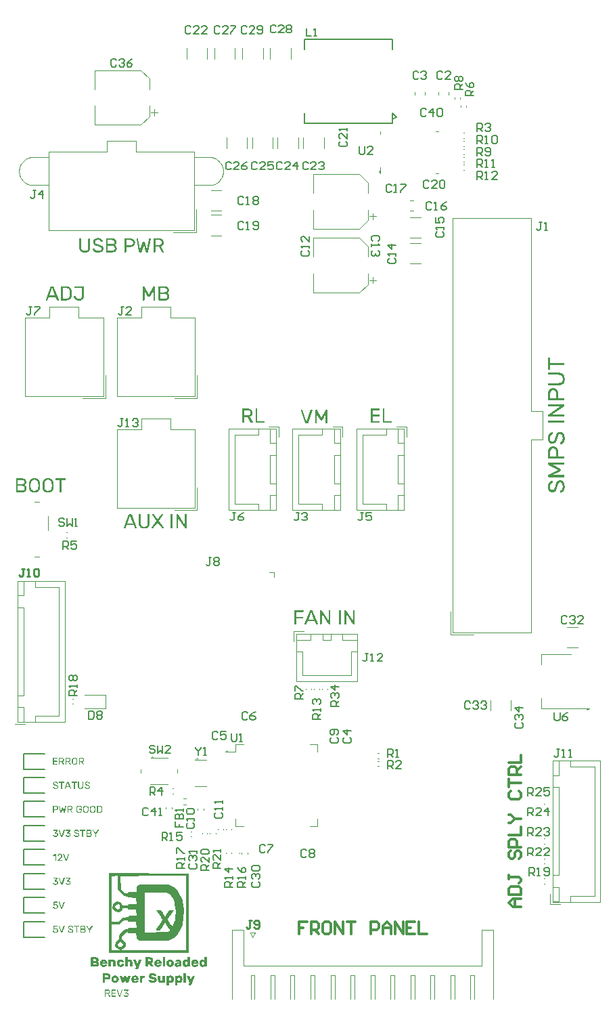
<source format=gto>
%FSLAX23Y23*%
%MOIN*%
%SFA1B1*%

%IPPOS*%
%ADD10C,0.004720*%
%ADD11C,0.003940*%
%ADD12C,0.006000*%
%ADD13C,0.011810*%
%ADD14C,0.007870*%
%ADD15C,0.010000*%
%ADD16C,0.007090*%
%LNbenchypowersupplypcb-1*%
%LPD*%
G36*
X1062Y944D02*
X1062Y551D01*
X669Y552*
Y923*
Y925*
X670Y945*
X1062Y944*
G37*
G36*
X1878Y2239D02*
X1879Y2239D01*
X1880Y2238*
X1880Y2238*
X1880Y2238*
X1880Y2237*
X1880Y2236*
Y2172*
Y2172*
Y2172*
X1880Y2171*
X1880Y2171*
X1880Y2170*
X1879Y2170*
X1879Y2170*
X1879Y2169*
X1878Y2169*
X1874*
X1874Y2169*
X1874*
X1873Y2170*
X1872Y2170*
X1872Y2170*
X1871Y2171*
X1871Y2171*
X1870Y2172*
X1838Y2221*
Y2172*
Y2172*
Y2172*
X1838Y2171*
X1838Y2171*
X1837Y2170*
X1837Y2170*
X1837Y2170*
X1836Y2169*
X1835Y2169*
X1831*
X1830Y2169*
X1830Y2170*
X1829Y2170*
X1829Y2170*
X1829Y2171*
X1829Y2171*
X1828Y2172*
Y2236*
Y2236*
Y2237*
X1829Y2237*
X1829Y2238*
X1829Y2238*
X1829Y2238*
X1830Y2239*
X1830Y2239*
X1831Y2239*
X1835*
X1835Y2239*
X1836Y2239*
X1837Y2238*
X1837*
X1837Y2238*
X1837Y2238*
X1838Y2237*
X1839Y2236*
X1871Y2187*
Y2236*
Y2236*
Y2237*
X1871Y2237*
X1871Y2238*
X1872Y2238*
X1872Y2238*
X1872Y2239*
X1873Y2239*
X1874Y2239*
X1878*
X1878Y2239*
G37*
G36*
X1758D02*
X1759Y2239D01*
X1760Y2238*
X1760Y2238*
X1760Y2238*
X1760Y2237*
X1760Y2236*
Y2172*
Y2172*
Y2172*
X1760Y2171*
X1760Y2171*
X1760Y2170*
X1759Y2170*
X1759Y2170*
X1758Y2169*
X1758Y2169*
X1754*
X1754Y2169*
X1753*
X1753Y2170*
X1752Y2170*
X1752Y2170*
X1751Y2171*
X1751Y2171*
X1750Y2172*
X1718Y2221*
Y2172*
Y2172*
Y2172*
X1718Y2171*
X1717Y2171*
X1717Y2170*
X1717Y2170*
X1716Y2170*
X1716Y2169*
X1715Y2169*
X1711*
X1710Y2169*
X1710Y2170*
X1709Y2170*
X1709Y2170*
X1709Y2171*
X1708Y2171*
X1708Y2172*
Y2236*
Y2236*
Y2237*
X1708Y2237*
X1709Y2238*
X1709Y2238*
X1709Y2238*
X1710Y2239*
X1710Y2239*
X1711Y2239*
X1715*
X1715Y2239*
X1716Y2239*
X1717Y2238*
X1717*
X1717Y2238*
X1717Y2238*
X1718Y2237*
X1719Y2236*
X1751Y2187*
Y2236*
Y2236*
Y2237*
X1751Y2237*
X1751Y2238*
X1752Y2238*
X1752Y2238*
X1752Y2239*
X1753Y2239*
X1754Y2239*
X1758*
X1758Y2239*
G37*
G36*
X1809D02*
X1810Y2239D01*
X1810Y2238*
X1811Y2238*
X1811Y2238*
X1811Y2237*
X1811Y2236*
Y2172*
Y2172*
Y2172*
X1811Y2171*
X1811Y2171*
X1810Y2170*
X1810Y2170*
X1810Y2170*
X1809Y2169*
X1809Y2169*
X1804*
X1804Y2169*
X1803Y2170*
X1803Y2170*
X1803Y2170*
X1802Y2171*
X1802Y2171*
X1802Y2172*
Y2236*
Y2236*
Y2237*
X1802Y2237*
X1802Y2238*
X1803Y2238*
X1803Y2238*
X1803Y2239*
X1804Y2239*
X1805Y2239*
X1809*
X1809Y2239*
G37*
G36*
X1669D02*
X1670Y2239D01*
X1671Y2239*
X1671Y2238*
X1672Y2238*
X1673Y2237*
X1673Y2236*
X1698Y2173*
X1698Y2173*
X1698Y2172*
X1698Y2172*
X1698Y2172*
Y2171*
X1698Y2171*
X1698Y2170*
X1697Y2170*
X1697Y2170*
X1697Y2170*
X1697Y2169*
X1696Y2169*
X1692*
X1692Y2169*
X1691Y2170*
X1691Y2170*
X1690Y2170*
X1689Y2170*
X1689Y2171*
X1688Y2172*
X1683Y2185*
X1649*
X1643Y2172*
X1643Y2172*
X1643Y2171*
X1643Y2171*
X1643Y2171*
X1642Y2170*
X1641Y2170*
X1641Y2169*
X1640Y2169*
X1636*
X1635Y2169*
X1635Y2170*
X1634Y2170*
X1634Y2170*
X1634Y2170*
X1634Y2171*
X1634Y2172*
Y2172*
X1634Y2172*
X1634Y2172*
X1634Y2173*
X1658Y2236*
X1659Y2236*
X1659Y2236*
X1659Y2237*
X1660Y2237*
X1660Y2238*
X1661Y2239*
X1662Y2239*
X1663Y2239*
X1669*
X1669Y2239*
G37*
G36*
X1626D02*
X1627Y2239D01*
X1627Y2238*
X1627Y2238*
X1628Y2238*
X1628Y2237*
X1628Y2236*
Y2233*
Y2233*
Y2233*
X1628Y2232*
X1628Y2232*
X1627Y2231*
X1627Y2231*
X1627Y2231*
X1626Y2230*
X1625Y2230*
X1593*
Y2207*
X1624*
X1624Y2207*
X1625Y2207*
X1625Y2206*
X1625Y2206*
X1626Y2206*
X1626Y2205*
X1626Y2204*
Y2201*
Y2201*
Y2201*
X1626Y2200*
X1626Y2200*
X1625Y2199*
X1625Y2199*
X1625Y2199*
X1624Y2198*
X1623Y2198*
X1593*
Y2172*
Y2172*
Y2172*
X1593Y2171*
X1592Y2171*
X1592Y2170*
X1592Y2170*
X1591Y2170*
X1591Y2169*
X1590Y2169*
X1586*
X1585Y2169*
X1585Y2170*
X1584Y2170*
X1584Y2170*
X1584Y2171*
X1583Y2171*
X1583Y2172*
Y2236*
Y2236*
Y2237*
X1583Y2237*
X1583Y2238*
X1584Y2238*
X1584Y2238*
X1584Y2239*
X1585Y2239*
X1586Y2239*
X1626*
X1626Y2239*
G37*
G36*
X450Y805D02*
X451Y804D01*
X451Y804*
X451Y804*
X451Y804*
X451Y804*
X451Y803*
Y803*
Y803*
X451Y803*
X451Y803*
X440Y772*
Y772*
X440Y772*
X440Y771*
X440Y771*
X440Y771*
X439Y770*
X439*
X439Y770*
X439Y770*
X439Y770*
X439Y770*
X438Y770*
X438Y770*
X438Y770*
X436*
X435Y770*
X435Y770*
X435Y770*
X434Y770*
X434Y771*
X433Y771*
X433Y771*
X433Y772*
X422Y803*
Y803*
X422Y803*
X422Y803*
X422Y803*
Y804*
Y804*
X422Y804*
X422Y804*
X423Y804*
X423Y804*
X423Y804*
X423Y805*
X423Y805*
X425*
X426Y804*
X426Y804*
X426Y804*
X427Y804*
X427Y804*
X427Y803*
X437Y775*
X446Y803*
X446Y803*
X446Y804*
X447Y804*
X447Y804*
X447Y804*
X447Y804*
X448Y805*
X448Y805*
X450*
X450Y805*
G37*
G36*
X415D02*
X416Y804D01*
X416Y804*
X416Y804*
X416Y804*
X416Y804*
X416Y803*
Y801*
Y801*
Y801*
X416Y801*
X416Y801*
X416Y800*
X416Y800*
X416Y800*
X416Y800*
X415Y800*
X401*
X400Y791*
X400*
X400Y791*
X400Y792*
X400Y792*
X401Y792*
X401Y792*
X401Y792*
X402Y792*
X402Y792*
X403Y792*
X405Y793*
X406Y793*
X406*
X406Y793*
X407*
X407Y793*
X407Y792*
X408Y792*
X409Y792*
X410Y792*
X411Y792*
X412Y791*
X412*
X412Y791*
X412Y791*
X413Y791*
X413Y791*
X413Y791*
X414Y790*
X415Y790*
X415Y789*
X416Y788*
X417Y787*
X417Y787*
X417Y787*
X417Y787*
X417Y787*
X417Y786*
X417Y786*
X417Y786*
X418Y785*
X418Y785*
X418Y784*
X418Y783*
X418Y782*
X418Y781*
Y781*
Y781*
Y781*
X418Y780*
Y780*
X418Y780*
X418Y779*
X418Y779*
X418Y778*
X418Y777*
X417Y776*
X417Y775*
Y775*
X417Y775*
X417Y774*
X416Y774*
X416Y774*
X416Y773*
X415Y773*
X414Y772*
X413Y771*
X412Y771*
X412*
X412Y771*
X412Y771*
X412Y770*
X411Y770*
X411Y770*
X411Y770*
X410Y770*
X410Y770*
X409Y770*
X408Y769*
X407Y769*
X406Y769*
X405*
X405Y769*
X405Y769*
X404*
X404Y769*
X403Y770*
X402Y770*
X401Y770*
X400Y770*
X400*
X399Y770*
X399Y771*
X399Y771*
X399Y771*
X399Y771*
X398Y771*
X397Y772*
X396Y772*
X396Y773*
X395Y774*
Y774*
X395Y774*
X395Y774*
X395Y774*
X395Y774*
X394Y775*
X394Y775*
X394Y776*
X393Y777*
X393Y778*
X393Y779*
Y779*
Y779*
X393Y779*
X393Y779*
X394Y780*
X394Y780*
X394Y780*
X394Y780*
X394Y780*
X397*
X397Y780*
X397Y780*
X397Y780*
X397Y780*
X398Y779*
X398Y779*
X398Y779*
Y779*
X398Y779*
X398Y779*
X398Y778*
X398Y778*
X398Y777*
X399Y777*
X399Y776*
X400Y776*
X401Y775*
X401*
X401Y775*
X401Y775*
X401Y775*
X401Y775*
X402Y775*
X402Y774*
X403Y774*
X404Y774*
X405Y774*
X406Y774*
X406*
X406Y774*
X407*
X407Y774*
X408Y774*
X409Y774*
X410Y774*
X411Y775*
X411Y775*
X411Y776*
X411Y776*
X412Y776*
X412Y776*
X412Y776*
X412Y776*
X412Y776*
X412Y777*
X413Y777*
X413Y778*
X413Y779*
X414Y780*
X414Y780*
X414Y781*
Y781*
Y781*
Y781*
X414Y781*
X414Y782*
X414Y782*
X413Y783*
X413Y784*
X413Y785*
X413Y785*
X412Y786*
X412Y786*
X411Y786*
X411Y786*
X411Y786*
X411Y786*
X411Y787*
X411Y787*
X411Y787*
X410Y787*
X410Y787*
X409Y788*
X408Y788*
X407Y788*
X406Y788*
X405*
X405Y788*
X405*
X404Y788*
X404Y788*
X403Y788*
X403Y788*
X403*
X402Y788*
X402Y787*
X402Y787*
X402Y787*
X401Y787*
X400Y786*
X400*
X400Y786*
X400Y786*
X400Y786*
X399Y786*
X399Y786*
X399Y786*
X399Y786*
X398Y786*
X396*
X396Y786*
X395Y786*
X395Y786*
X395Y786*
X395Y786*
X395Y786*
X395Y787*
X396Y803*
Y803*
Y803*
X396Y804*
X396Y804*
X397Y804*
X397Y804*
X397Y804*
X397Y804*
X398Y805*
X415*
X415Y805*
G37*
G36*
X481Y687D02*
X481D01*
X481Y687*
X482Y687*
X482Y687*
X483Y686*
X484Y686*
X486Y686*
X487Y685*
X487*
X487Y685*
X487Y685*
X487Y685*
X487Y685*
X488Y685*
X488Y684*
X489Y684*
X490Y683*
X490Y682*
X491Y682*
Y682*
X491Y682*
X491Y681*
X491Y681*
X492Y681*
X492Y680*
X492Y680*
X492Y679*
X493Y678*
X493Y678*
Y678*
X493Y677*
X493Y677*
X492Y677*
X492Y677*
X492Y677*
X492Y677*
X492Y677*
X489*
X489Y677*
X489Y677*
X489Y677*
X489Y677*
X488Y677*
X488Y677*
X488Y677*
X488Y678*
X488Y678*
X488Y678*
X488Y678*
X487Y679*
X487Y679*
X487Y680*
X486Y680*
X485Y681*
X485*
X485Y681*
X485Y681*
X485Y681*
X485Y681*
X484Y681*
X484Y682*
X483Y682*
X482Y682*
X481Y682*
X480Y682*
X480*
X479Y682*
X479Y682*
X478Y682*
X478Y682*
X477Y682*
X476Y681*
X475Y681*
X475*
X475Y681*
X475Y681*
X474Y680*
X474Y680*
X474Y679*
X473Y679*
X473Y678*
X473Y677*
X473Y677*
Y677*
Y677*
X473Y676*
X473Y676*
X473Y676*
X473Y675*
X474Y675*
X474Y674*
X474Y674*
X474Y674*
X474Y674*
X475Y674*
X475Y673*
X476Y673*
X476Y673*
X477Y672*
X477*
X477Y672*
X477Y672*
X477Y672*
X478Y672*
X478Y672*
X478Y672*
X479Y672*
X479Y672*
X479Y672*
X480Y672*
X481Y671*
X481Y671*
X482Y671*
X483Y671*
X483Y671*
X483*
X484Y670*
X484Y670*
X484Y670*
X485Y670*
X485Y670*
X486Y670*
X486Y670*
X488Y669*
X489Y668*
X490Y668*
X490Y668*
X491Y667*
X491Y667*
X491Y667*
X491Y667*
X492Y667*
X492Y666*
X492Y666*
X492Y666*
X492Y666*
X493Y665*
X493Y665*
X493Y665*
X493Y664*
X493Y664*
X493Y663*
X494Y662*
X494Y662*
X494Y661*
Y661*
Y661*
Y661*
X494Y661*
Y660*
X494Y660*
X493Y659*
X493Y658*
X493Y658*
X493Y657*
X492Y656*
Y656*
X492Y656*
X492Y656*
X492Y655*
X491Y655*
X491Y654*
X490Y654*
X489Y653*
X488Y653*
X487Y652*
X487*
X487Y652*
X487Y652*
X487Y652*
X486Y652*
X486Y652*
X486Y652*
X485Y652*
X485Y651*
X484Y651*
X483Y651*
X482Y651*
X480Y651*
X480*
X480Y651*
X479*
X479Y651*
X479Y651*
X478Y651*
X477Y651*
X476Y651*
X475Y652*
X474Y652*
X474*
X473Y652*
X473Y652*
X473Y652*
X473Y653*
X473Y653*
X472Y653*
X471Y654*
X470Y654*
X469Y655*
X469Y656*
Y656*
X469Y656*
X469Y656*
X468Y656*
X468Y657*
X468Y657*
X468Y658*
X467Y659*
X467Y659*
X467Y660*
Y660*
Y660*
X467Y660*
X467Y661*
X467Y661*
X467Y661*
X467Y661*
X468Y661*
X468Y661*
X470*
X470Y661*
X471Y661*
X471Y661*
X471Y661*
X471Y661*
X471Y661*
X472Y660*
X472Y660*
X472Y660*
X472Y660*
X472Y659*
X472Y659*
X473Y659*
X473Y658*
X474Y657*
X475Y657*
X475*
X475Y657*
X475Y657*
X475Y657*
X475Y656*
X475Y656*
X476Y656*
X476Y656*
X476Y656*
X477Y656*
X478Y656*
X479Y655*
X480Y655*
X481*
X481Y655*
X481*
X482Y655*
X482Y655*
X482Y656*
X483Y656*
X484Y656*
X485Y656*
X486Y657*
X486*
X487Y657*
X487Y657*
X487Y657*
X487Y658*
X488Y658*
X488Y659*
X489Y659*
X489Y660*
X489Y660*
X489Y661*
X489Y661*
Y661*
Y661*
X489Y662*
X489Y662*
X489Y662*
X488Y663*
X488Y663*
X488Y664*
X488Y664*
X487Y664*
X487Y664*
X487Y664*
X486Y665*
X486Y665*
X485Y665*
X484Y666*
X484*
X484Y666*
X484Y666*
X484Y666*
X483Y666*
X483Y666*
X483Y666*
X482Y666*
X482Y666*
X481Y666*
X481Y667*
X480Y667*
X480Y667*
X479Y667*
X478Y667*
X477Y668*
X477*
X477Y668*
X477Y668*
X477Y668*
X476Y668*
X476Y668*
X475Y668*
X475Y669*
X473Y669*
X472Y670*
X471Y670*
X471Y671*
X470Y671*
X470Y671*
X470Y671*
X470Y671*
X470Y672*
X470Y672*
X470Y672*
X469Y672*
X469Y673*
X469Y674*
X469Y675*
X468Y676*
X468Y676*
X468Y677*
Y677*
Y677*
Y677*
X468Y677*
Y678*
X468Y678*
X468Y679*
X469Y679*
X469Y680*
X469Y681*
X470Y682*
Y682*
X470Y682*
X470Y682*
X470Y682*
X470Y683*
X471Y683*
X471Y684*
X472Y684*
X473Y685*
X474Y685*
X474*
X474Y685*
X474Y685*
X474Y686*
X474Y686*
X475Y686*
X475Y686*
X475Y686*
X476Y686*
X476Y686*
X477Y687*
X479Y687*
X480Y687*
X480*
X481Y687*
G37*
G36*
X587Y686D02*
X587Y686D01*
X588Y686*
X588Y686*
X588Y686*
X588Y685*
X588Y685*
Y685*
X588Y685*
X588Y685*
X588Y684*
X576Y664*
Y653*
Y653*
Y653*
X576Y652*
X576Y652*
X575Y652*
X575Y652*
X575Y652*
X575Y651*
X574Y651*
X572*
X572Y651*
X572Y652*
X571Y652*
X571Y652*
X571Y652*
X571Y652*
X571Y653*
Y664*
X559Y684*
Y684*
X559Y684*
X559Y685*
X559Y685*
X559Y685*
Y685*
Y685*
X559Y685*
X559Y686*
X559Y686*
X559Y686*
X559Y686*
X560Y686*
X560Y686*
X562*
X563Y686*
X563Y686*
X563Y686*
X563Y686*
X564Y686*
X564Y686*
X564Y685*
X564Y685*
X573Y669*
X583Y685*
Y685*
X583Y685*
X583Y685*
X583Y686*
X583Y686*
X583Y686*
X584Y686*
X584Y686*
X584Y686*
X584Y686*
X584Y686*
X587*
X587Y686*
G37*
G36*
X450D02*
X451Y686D01*
X451Y686*
X451Y686*
X451Y686*
X451Y685*
X451Y685*
Y685*
Y685*
X451Y685*
X451Y685*
X440Y653*
Y653*
X440Y653*
X440Y653*
X440Y653*
X440Y652*
X439Y652*
X439*
X439Y652*
X439Y652*
X439Y652*
X439Y652*
X438Y651*
X438Y651*
X438Y651*
X436*
X435Y651*
X435Y651*
X435Y652*
X434Y652*
X434Y652*
X433Y653*
X433Y653*
X433Y653*
X422Y685*
Y685*
X422Y685*
X422Y685*
X422Y685*
Y685*
Y685*
X422Y685*
X422Y686*
X423Y686*
X423Y686*
X423Y686*
X423Y686*
X423Y686*
X425*
X426Y686*
X426Y686*
X426Y686*
X427Y686*
X427Y685*
X427Y685*
X437Y656*
X446Y685*
X446Y685*
X446Y685*
X447Y685*
X447Y686*
X447Y686*
X447Y686*
X448Y686*
X448Y686*
X450*
X450Y686*
G37*
G36*
X415D02*
X416Y686D01*
X416Y686*
X416Y686*
X416Y686*
X416Y685*
X416Y685*
Y683*
Y683*
Y683*
X416Y683*
X416Y682*
X416Y682*
X416Y682*
X416Y682*
X416Y682*
X415Y682*
X401*
X400Y673*
X400*
X400Y673*
X400Y673*
X400Y673*
X401Y673*
X401Y673*
X401Y674*
X402Y674*
X402Y674*
X403Y674*
X405Y674*
X406Y674*
X406*
X406Y674*
X407*
X407Y674*
X407Y674*
X408Y674*
X409Y674*
X410Y674*
X411Y673*
X412Y673*
X412*
X412Y673*
X412Y673*
X413Y673*
X413Y672*
X413Y672*
X414Y672*
X415Y671*
X415Y671*
X416Y670*
X417Y669*
X417Y669*
X417Y669*
X417Y668*
X417Y668*
X417Y668*
X417Y668*
X417Y667*
X418Y667*
X418Y667*
X418Y666*
X418Y665*
X418Y664*
X418Y663*
Y663*
Y662*
Y662*
X418Y662*
Y662*
X418Y661*
X418Y661*
X418Y660*
X418Y659*
X418Y658*
X417Y657*
X417Y656*
Y656*
X417Y656*
X417Y656*
X416Y656*
X416Y655*
X416Y655*
X415Y654*
X414Y654*
X413Y653*
X412Y652*
X412*
X412Y652*
X412Y652*
X412Y652*
X411Y652*
X411Y652*
X411Y652*
X410Y652*
X410Y651*
X409Y651*
X408Y651*
X407Y651*
X406Y651*
X405*
X405Y651*
X405Y651*
X404*
X404Y651*
X403Y651*
X402Y651*
X401Y652*
X400Y652*
X400*
X399Y652*
X399Y652*
X399Y652*
X399Y652*
X399Y653*
X398Y653*
X397Y653*
X396Y654*
X396Y655*
X395Y655*
Y656*
X395Y656*
X395Y656*
X395Y656*
X395Y656*
X394Y656*
X394Y657*
X394Y658*
X393Y659*
X393Y659*
X393Y660*
Y660*
Y661*
X393Y661*
X393Y661*
X394Y661*
X394Y661*
X394Y661*
X394Y661*
X394Y661*
X397*
X397Y661*
X397Y661*
X397Y661*
X397Y661*
X398Y661*
X398Y661*
X398Y660*
Y660*
X398Y660*
X398Y660*
X398Y660*
X398Y660*
X398Y659*
X399Y659*
X399Y658*
X400Y657*
X401Y657*
X401*
X401Y657*
X401Y657*
X401Y657*
X401Y656*
X402Y656*
X402Y656*
X403Y656*
X404Y656*
X405Y655*
X406Y655*
X406*
X406Y655*
X407*
X407Y655*
X408Y656*
X409Y656*
X410Y656*
X411Y657*
X411Y657*
X411Y657*
X411Y657*
X412Y657*
X412Y657*
X412Y658*
X412Y658*
X412Y658*
X412Y658*
X413Y659*
X413Y659*
X413Y660*
X414Y661*
X414Y662*
X414Y663*
Y663*
Y663*
Y663*
X414Y663*
X414Y663*
X414Y664*
X413Y665*
X413Y665*
X413Y666*
X413Y667*
X412Y667*
X412Y668*
X411Y668*
X411Y668*
X411Y668*
X411Y668*
X411Y668*
X411Y668*
X411Y669*
X410Y669*
X410Y669*
X409Y669*
X408Y669*
X407Y670*
X406Y670*
X405*
X405Y670*
X405*
X404Y670*
X404Y670*
X403Y669*
X403Y669*
X403*
X402Y669*
X402Y669*
X402Y669*
X402Y669*
X401Y669*
X400Y668*
X400*
X400Y668*
X400Y668*
X400Y668*
X399Y667*
X399Y667*
X399Y667*
X399Y667*
X398Y667*
X396*
X396Y667*
X395Y667*
X395Y667*
X395Y667*
X395Y668*
X395Y668*
X395Y668*
X396Y685*
Y685*
Y685*
X396Y685*
X396Y686*
X397Y686*
X397Y686*
X397Y686*
X397Y686*
X398Y686*
X415*
X415Y686*
G37*
G36*
X544D02*
X544D01*
X545Y686*
X545Y686*
X545Y686*
X546Y686*
X547Y686*
X549Y685*
X549Y685*
X550*
X550Y685*
X550Y685*
X550Y684*
X550Y684*
X551Y684*
X551Y683*
X552Y682*
X553Y682*
X553Y681*
Y681*
X553Y681*
X553Y681*
X553Y681*
X553Y680*
X554Y680*
X554Y679*
X554Y678*
X554Y678*
X554Y677*
Y677*
Y677*
Y677*
Y676*
X554Y676*
X554Y676*
X554Y675*
X554Y675*
X554Y674*
X553Y673*
X553Y672*
X553Y672*
X552Y672*
X552Y672*
X552Y671*
X552Y671*
X551Y671*
X551Y670*
X550Y670*
X550*
X550Y670*
X550Y670*
X551Y669*
X551Y669*
X552Y668*
X552Y668*
X553Y667*
X553Y666*
Y666*
X554Y666*
X554Y666*
X554Y666*
X554Y665*
X554Y665*
X554Y664*
X555Y663*
X555Y662*
X555Y661*
Y661*
Y661*
Y661*
Y661*
X555Y661*
X555Y661*
X555Y660*
X555Y659*
X554Y658*
X554Y657*
X554Y657*
Y656*
X554Y656*
X553Y656*
X553Y656*
X553Y656*
X553Y655*
X552Y655*
X551Y654*
X551Y653*
X550Y653*
X550*
X550Y653*
X550Y653*
X549Y653*
X549Y652*
X549Y652*
X548Y652*
X548Y652*
X547Y652*
X546Y652*
X545Y651*
X544Y651*
X530*
X529Y651*
X529Y652*
X529Y652*
X529Y652*
X529Y652*
X529Y652*
X528Y653*
Y685*
Y685*
Y685*
X529Y685*
X529Y686*
X529Y686*
X529Y686*
X529Y686*
X529Y686*
X530Y686*
X544*
X544Y686*
G37*
G36*
X522D02*
X522Y686D01*
X523Y686*
X523Y686*
X523Y686*
X523Y685*
X523Y685*
Y683*
Y683*
Y683*
X523Y683*
X523Y682*
X523Y682*
X523Y682*
X522Y682*
X522Y682*
X522Y682*
X512*
Y653*
Y653*
Y653*
X512Y652*
X512Y652*
X512Y652*
X512Y652*
X512Y652*
X511Y651*
X511Y651*
X509*
X509Y651*
X508Y652*
X508Y652*
X508Y652*
X508Y652*
X508Y652*
X508Y653*
Y682*
X498*
X498Y682*
X498Y682*
X497Y682*
X497Y682*
X497Y682*
X497Y683*
X497Y683*
Y685*
Y685*
Y685*
X497Y685*
X497Y686*
X497Y686*
X497Y686*
X498Y686*
X498Y686*
X498Y686*
X522*
X522Y686*
G37*
G36*
X451Y923D02*
X451Y923D01*
X451Y922*
X451Y922*
X451Y922*
X451Y922*
X451Y922*
Y922*
Y921*
X451Y921*
X451Y921*
X441Y890*
Y890*
X441Y890*
X440Y889*
X440Y889*
X440Y889*
X440Y888*
X440*
X439Y888*
X439Y888*
X439Y888*
X439Y888*
X439Y888*
X438Y888*
X438Y888*
X436*
X436Y888*
X435Y888*
X435Y888*
X434Y888*
X434Y889*
X434Y889*
X433Y889*
X433Y890*
X423Y921*
Y921*
X422Y921*
X422Y921*
X422Y922*
Y922*
Y922*
X422Y922*
X423Y922*
X423Y922*
X423Y922*
X423Y923*
X423Y923*
X424Y923*
X426*
X426Y923*
X426Y923*
X426Y922*
X427Y922*
X427Y922*
X427Y921*
X437Y893*
X447Y921*
X447Y921*
X447Y922*
X447Y922*
X447Y922*
X447Y922*
X448Y922*
X448Y923*
X448Y923*
X450*
X451Y923*
G37*
G36*
X478D02*
X478Y923D01*
X478Y922*
X479Y922*
X479Y922*
X479Y922*
X479Y921*
Y920*
Y919*
Y919*
X479Y919*
X479Y919*
X479Y919*
X479Y919*
X478Y918*
X478Y918*
X469Y908*
X469*
X470Y908*
X470*
X470Y908*
X471Y908*
X471Y908*
X472Y908*
X473Y908*
X474Y907*
X475Y907*
X475Y907*
X476Y906*
X477Y906*
X477Y906*
X477Y905*
X477Y905*
X478Y905*
X478Y905*
X478Y905*
X478Y904*
X479Y904*
X479Y904*
X479Y903*
X479Y903*
X480Y902*
X480Y901*
X480Y901*
X480Y900*
X480Y899*
X480Y898*
Y898*
Y898*
Y898*
X480Y898*
Y897*
X480Y897*
X480Y896*
X480Y895*
X480Y894*
X479Y893*
X479Y892*
Y892*
X479Y892*
X479Y892*
X478Y892*
X478Y892*
X478Y891*
X477Y890*
X476Y890*
X475Y889*
X474Y889*
X474*
X474Y889*
X474Y888*
X474Y888*
X473Y888*
X473Y888*
X473Y888*
X472Y888*
X471Y888*
X470Y888*
X469Y887*
X468Y887*
X468*
X467Y887*
X467*
X467Y887*
X466Y887*
X466Y888*
X464Y888*
X463Y888*
X462Y888*
X461Y889*
X461*
X461Y889*
X461Y889*
X460Y889*
X460Y889*
X460Y889*
X459Y889*
X459Y890*
X458Y891*
X457Y891*
X457Y892*
Y892*
X457Y892*
X456Y892*
X456Y892*
X456Y893*
X456Y893*
X456Y894*
X455Y895*
X455Y895*
X455Y896*
Y896*
Y896*
X455Y896*
X455Y897*
X455Y897*
X455Y897*
X456Y897*
X456Y897*
X456Y897*
X459*
X459Y897*
X459Y897*
X459Y897*
X459Y897*
X460Y897*
X460Y897*
X460Y896*
Y896*
X460Y896*
X460Y896*
X460Y896*
X460Y895*
X461Y895*
X461Y894*
X462Y893*
X462Y893*
X462*
X462Y893*
X462Y893*
X462Y893*
X463Y893*
X463Y893*
X463Y893*
X464Y892*
X464Y892*
X464Y892*
X465Y892*
X465Y892*
X466Y892*
X467Y892*
X467Y892*
X468*
X469Y892*
X469*
X469Y892*
X470Y892*
X471Y892*
X472Y892*
X473Y893*
X473Y893*
X474*
X474Y893*
X474Y894*
X474Y894*
X475Y895*
X475Y895*
X475Y896*
X476Y897*
X476Y898*
X476Y898*
Y898*
Y898*
Y898*
X476Y899*
X476Y899*
X476Y899*
X475Y900*
X475Y901*
X475Y901*
X475Y902*
X474Y902*
X474Y902*
X474Y903*
X474*
X473Y903*
X473Y903*
X473Y903*
X473Y903*
X473Y903*
X472Y903*
X472Y903*
X472Y903*
X471Y903*
X470Y904*
X469Y904*
X468Y904*
X464*
X464Y904*
X463Y904*
X463Y904*
X463Y904*
X463Y905*
X463Y905*
X462Y905*
Y907*
Y907*
X463Y907*
X463Y908*
X463Y908*
X463Y908*
X463Y908*
X463Y908*
X463Y909*
X472Y918*
X458*
X458Y918*
X457Y918*
X457Y919*
X457Y919*
X457Y919*
X457Y919*
X457Y920*
Y921*
Y921*
Y921*
X457Y922*
X457Y922*
X457Y922*
X457Y922*
X457Y922*
X458Y923*
X458Y923*
X478*
X478Y923*
G37*
G36*
X416D02*
X416Y923D01*
X417Y922*
X417Y922*
X417Y922*
X417Y922*
X417Y921*
Y920*
Y919*
Y919*
X417Y919*
X417Y919*
X417Y919*
X417Y919*
X416Y918*
X416Y918*
X407Y908*
X408*
X408Y908*
X408*
X409Y908*
X409Y908*
X410Y908*
X410Y908*
X411Y908*
X412Y907*
X413Y907*
X414Y907*
X414Y906*
X415Y906*
X415Y906*
X415Y905*
X416Y905*
X416Y905*
X416Y905*
X416Y905*
X416Y904*
X417Y904*
X417Y904*
X417Y903*
X418Y903*
X418Y902*
X418Y901*
X418Y901*
X418Y900*
X419Y899*
X419Y898*
Y898*
Y898*
Y898*
X419Y898*
Y897*
X418Y897*
X418Y896*
X418Y895*
X418Y894*
X417Y893*
X417Y892*
Y892*
X417Y892*
X417Y892*
X417Y892*
X416Y892*
X416Y891*
X415Y890*
X414Y890*
X413Y889*
X412Y889*
X412*
X412Y889*
X412Y888*
X412Y888*
X412Y888*
X411Y888*
X411Y888*
X411Y888*
X410Y888*
X409Y888*
X407Y887*
X406Y887*
X406*
X405Y887*
X405*
X405Y887*
X404Y887*
X404Y888*
X403Y888*
X401Y888*
X400Y888*
X399Y889*
X399*
X399Y889*
X399Y889*
X399Y889*
X398Y889*
X398Y889*
X397Y889*
X397Y890*
X396Y891*
X395Y891*
X395Y892*
Y892*
X395Y892*
X395Y892*
X395Y892*
X394Y893*
X394Y893*
X394Y894*
X393Y895*
X393Y895*
X393Y896*
Y896*
Y896*
X393Y896*
X393Y897*
X394Y897*
X394Y897*
X394Y897*
X394Y897*
X394Y897*
X397*
X397Y897*
X397Y897*
X397Y897*
X397Y897*
X398Y897*
X398Y897*
X398Y896*
Y896*
X398Y896*
X398Y896*
X398Y896*
X398Y895*
X399Y895*
X399Y894*
X400Y893*
X400Y893*
X400*
X400Y893*
X400Y893*
X401Y893*
X401Y893*
X401Y893*
X401Y893*
X402Y892*
X402Y892*
X402Y892*
X403Y892*
X403Y892*
X404Y892*
X405Y892*
X405Y892*
X406*
X407Y892*
X407*
X407Y892*
X408Y892*
X409Y892*
X410Y892*
X411Y893*
X412Y893*
X412*
X412Y893*
X412Y894*
X412Y894*
X413Y895*
X413Y895*
X413Y896*
X414Y897*
X414Y898*
X414Y898*
Y898*
Y898*
Y898*
X414Y899*
X414Y899*
X414Y899*
X414Y900*
X413Y901*
X413Y901*
X413Y902*
X412Y902*
X412Y902*
X412Y903*
X412*
X412Y903*
X411Y903*
X411Y903*
X411Y903*
X411Y903*
X411Y903*
X410Y903*
X410Y903*
X409Y903*
X408Y904*
X407Y904*
X406Y904*
X402*
X402Y904*
X401Y904*
X401Y904*
X401Y904*
X401Y905*
X401Y905*
X401Y905*
Y907*
Y907*
X401Y907*
X401Y908*
X401Y908*
X401Y908*
X401Y908*
X401Y908*
X401Y909*
X410Y918*
X396*
X396Y918*
X395Y918*
X395Y919*
X395Y919*
X395Y919*
X395Y919*
X395Y920*
Y921*
Y921*
Y921*
X395Y922*
X395Y922*
X395Y922*
X395Y922*
X395Y922*
X396Y923*
X396Y923*
X416*
X416Y923*
G37*
G36*
X472Y1040D02*
X472Y1040D01*
X472Y1040*
X472Y1040*
X473Y1040*
X473Y1040*
X473Y1039*
Y1039*
Y1039*
X473Y1039*
X473Y1039*
X462Y1007*
Y1007*
X462Y1007*
X462Y1007*
X462Y1007*
X461Y1006*
X461Y1006*
X461*
X461Y1006*
X461Y1006*
X460Y1006*
X460Y1006*
X460Y1006*
X460Y1005*
X459Y1005*
X457*
X457Y1005*
X457Y1006*
X456Y1006*
X456Y1006*
X455Y1006*
X455Y1007*
X455Y1007*
X455Y1007*
X444Y1039*
Y1039*
X444Y1039*
X444Y1039*
X444Y1039*
Y1039*
Y1039*
X444Y1039*
X444Y1040*
X444Y1040*
X444Y1040*
X444Y1040*
X444Y1040*
X445Y1040*
X447*
X447Y1040*
X447Y1040*
X448Y1040*
X448Y1040*
X448Y1039*
X449Y1039*
X458Y1010*
X468Y1039*
X468Y1039*
X468Y1039*
X468Y1039*
X468Y1040*
X468Y1040*
X469Y1040*
X469Y1040*
X470Y1040*
X472*
X472Y1040*
G37*
G36*
X428Y1041D02*
X429D01*
X429Y1041*
X429Y1041*
X430Y1041*
X431Y1040*
X432Y1040*
X433Y1040*
X434Y1039*
X434*
X434Y1039*
X434Y1039*
X434Y1039*
X435Y1039*
X435Y1038*
X436Y1038*
X436Y1037*
X437Y1036*
X438Y1036*
Y1036*
X438Y1035*
X438Y1035*
X438Y1035*
X438Y1035*
X438Y1035*
X438Y1034*
X439Y1033*
X439Y1032*
X439Y1031*
X439Y1030*
Y1030*
Y1030*
Y1030*
Y1030*
X439Y1029*
Y1029*
X439Y1028*
X439Y1027*
X438Y1027*
X438Y1026*
X438Y1025*
Y1025*
X438Y1025*
X438Y1025*
X438Y1024*
X437Y1024*
X437Y1023*
X437Y1023*
X436Y1022*
X435Y1021*
X434Y1020*
X423Y1010*
X438*
X439Y1010*
X439Y1010*
X439Y1010*
X439Y1009*
X439Y1009*
X440Y1009*
X440Y1009*
Y1007*
Y1007*
Y1007*
X440Y1006*
X439Y1006*
X439Y1006*
X439Y1006*
X439Y1006*
X439Y1005*
X438Y1005*
X417*
X417Y1005*
X416Y1006*
X416Y1006*
X416Y1006*
X416Y1006*
X416Y1006*
X416Y1007*
Y1009*
Y1009*
Y1009*
X416Y1009*
X416Y1009*
X416Y1009*
X416Y1010*
X416Y1010*
X416Y1010*
X417Y1010*
X431Y1024*
X431Y1024*
X431Y1024*
X432Y1024*
X432Y1025*
X432Y1025*
X433Y1026*
X433Y1026*
X433Y1027*
X434Y1027*
X434Y1027*
X434Y1027*
X434Y1028*
X434Y1028*
X434Y1029*
X434Y1029*
X434Y1030*
Y1030*
Y1030*
Y1030*
X434Y1031*
Y1031*
X434Y1031*
X434Y1032*
X434Y1032*
X434Y1033*
X433Y1034*
X433Y1035*
X432Y1035*
X432Y1035*
X432Y1035*
X431Y1035*
X431Y1036*
X430Y1036*
X429Y1036*
X428Y1036*
X427*
X427Y1036*
X427*
X427Y1036*
X426Y1036*
X425Y1036*
X424Y1036*
X424Y1035*
X423Y1035*
X423Y1035*
X423Y1034*
X422Y1034*
X422Y1033*
X422Y1033*
X421Y1032*
X421Y1031*
X421Y1030*
Y1030*
X421Y1030*
X421Y1030*
X420Y1030*
X420Y1029*
X420Y1029*
X420Y1029*
X420Y1029*
X419Y1029*
X417*
X417Y1029*
X417Y1029*
X416Y1029*
X416Y1029*
X416Y1030*
X416Y1030*
X416Y1030*
Y1030*
Y1030*
Y1030*
X416Y1031*
X416Y1031*
X416Y1031*
X416Y1032*
X416Y1032*
X417Y1033*
X417Y1034*
X418Y1035*
Y1035*
X418Y1035*
X418Y1035*
X418Y1036*
X418Y1036*
X419Y1037*
X419Y1037*
X420Y1038*
X421Y1039*
X422Y1039*
X422*
X422Y1039*
X422Y1039*
X422Y1039*
X422Y1040*
X423Y1040*
X423Y1040*
X423Y1040*
X424Y1040*
X424Y1040*
X425Y1041*
X426Y1041*
X428Y1041*
X428*
X428Y1041*
G37*
G36*
X408Y1040D02*
X409Y1040D01*
X409Y1040*
X409Y1040*
X409Y1040*
X409Y1039*
X409Y1039*
Y1007*
Y1007*
Y1007*
X409Y1006*
X409Y1006*
X409Y1006*
X409Y1006*
X409Y1006*
X408Y1005*
X408Y1005*
X406*
X406Y1005*
X405Y1006*
X405Y1006*
X405Y1006*
X405Y1006*
X405Y1006*
X405Y1007*
Y1034*
X397Y1028*
X397Y1028*
X396Y1028*
X396Y1028*
X396Y1028*
X396*
X395Y1028*
X395Y1028*
X395Y1028*
X395Y1028*
X394Y1030*
X393Y1030*
X393Y1030*
X393Y1030*
X393Y1031*
Y1031*
Y1031*
X393Y1031*
X393Y1031*
X394Y1032*
X394Y1032*
X404Y1040*
X404*
X405Y1040*
X405Y1040*
X405Y1040*
X405Y1040*
X405Y1040*
X406Y1040*
X408*
X408Y1040*
G37*
G36*
X511Y1159D02*
X511D01*
X511Y1159*
X512Y1159*
X512Y1159*
X513Y1159*
X514Y1159*
X515Y1158*
X516Y1158*
X517*
X517Y1158*
X517Y1158*
X517Y1157*
X517Y1157*
X517Y1157*
X518Y1157*
X519Y1156*
X520Y1156*
X520Y1155*
X521Y1154*
Y1154*
X521Y1154*
X521Y1154*
X521Y1154*
X521Y1153*
X522Y1153*
X522Y1152*
X522Y1152*
X522Y1151*
X523Y1150*
Y1150*
X522Y1150*
X522Y1150*
X522Y1149*
X522Y1149*
X522Y1149*
X522Y1149*
X521Y1149*
X519*
X519Y1149*
X519Y1149*
X518Y1149*
X518Y1149*
X518Y1149*
X518Y1150*
X518Y1150*
X518Y1150*
X518Y1150*
X518Y1150*
X517Y1151*
X517Y1151*
X517Y1152*
X516Y1152*
X516Y1153*
X515Y1153*
X515*
X515Y1153*
X515Y1153*
X515Y1153*
X514Y1154*
X514Y1154*
X514Y1154*
X513Y1154*
X512Y1154*
X511Y1155*
X510Y1155*
X509*
X509Y1155*
X509Y1155*
X508Y1155*
X507Y1154*
X506Y1154*
X506Y1154*
X505Y1153*
X505*
X505Y1153*
X504Y1153*
X504Y1153*
X504Y1152*
X503Y1152*
X503Y1151*
X503Y1150*
X503Y1150*
X503Y1149*
Y1149*
Y1149*
X503Y1149*
X503Y1148*
X503Y1148*
X503Y1148*
X503Y1147*
X504Y1147*
X504Y1147*
X504Y1147*
X504Y1146*
X505Y1146*
X505Y1146*
X505Y1146*
X506Y1145*
X507Y1145*
X507*
X507Y1145*
X507Y1145*
X507Y1145*
X507Y1145*
X508Y1145*
X508Y1144*
X508Y1144*
X509Y1144*
X509Y1144*
X510Y1144*
X510Y1144*
X511Y1144*
X512Y1143*
X512Y1143*
X513Y1143*
X513*
X513Y1143*
X514Y1143*
X514Y1143*
X514Y1143*
X515Y1142*
X516Y1142*
X516Y1142*
X518Y1141*
X519Y1141*
X520Y1140*
X520Y1140*
X521Y1140*
X521Y1139*
X521Y1139*
X521Y1139*
X521Y1139*
X521Y1139*
X522Y1139*
X522Y1138*
X522Y1138*
X522Y1138*
X523Y1137*
X523Y1137*
X523Y1136*
X523Y1136*
X523Y1135*
X523Y1135*
X523Y1134*
X524Y1133*
Y1133*
Y1133*
Y1133*
X523Y1133*
Y1133*
X523Y1132*
X523Y1132*
X523Y1131*
X523Y1130*
X522Y1129*
X522Y1128*
Y1128*
X522Y1128*
X522Y1128*
X522Y1128*
X521Y1127*
X521Y1127*
X520Y1126*
X519Y1126*
X518Y1125*
X517Y1125*
X517*
X517Y1125*
X517Y1124*
X517Y1124*
X516Y1124*
X516Y1124*
X516Y1124*
X515Y1124*
X515Y1124*
X514Y1124*
X513Y1124*
X512Y1123*
X510Y1123*
X510*
X509Y1123*
X509*
X509Y1123*
X508Y1123*
X508Y1123*
X507Y1124*
X506Y1124*
X505Y1124*
X503Y1125*
X503*
X503Y1125*
X503Y1125*
X503Y1125*
X503Y1125*
X502Y1125*
X502Y1126*
X501Y1126*
X500Y1127*
X499Y1127*
X499Y1128*
Y1128*
X498Y1128*
X498Y1128*
X498Y1129*
X498Y1129*
X498Y1130*
X497Y1130*
X497Y1131*
X497Y1132*
X497Y1133*
Y1133*
Y1133*
X497Y1133*
X497Y1133*
X497Y1133*
X497Y1133*
X497Y1133*
X498Y1134*
X498Y1134*
X500*
X500Y1134*
X501Y1134*
X501Y1133*
X501Y1133*
X501Y1133*
X501Y1133*
X501Y1133*
X501Y1133*
X501Y1132*
X502Y1132*
X502Y1132*
X502Y1131*
X503Y1131*
X503Y1130*
X504Y1130*
X504Y1129*
X504*
X504Y1129*
X505Y1129*
X505Y1129*
X505Y1129*
X505Y1129*
X506Y1129*
X506Y1129*
X506Y1128*
X507Y1128*
X508Y1128*
X509Y1128*
X510Y1128*
X510*
X511Y1128*
X511*
X511Y1128*
X512Y1128*
X512Y1128*
X513Y1128*
X514Y1128*
X515Y1129*
X516Y1129*
X516*
X516Y1129*
X516Y1130*
X517Y1130*
X517Y1130*
X518Y1130*
X518Y1131*
X518Y1132*
X519Y1132*
X519Y1133*
X519Y1133*
X519Y1133*
Y1134*
Y1134*
X519Y1134*
X519Y1134*
X518Y1135*
X518Y1135*
X518Y1136*
X517Y1136*
X517Y1136*
X517Y1136*
X517Y1137*
X516Y1137*
X516Y1137*
X515Y1138*
X515Y1138*
X514Y1138*
X514*
X514Y1138*
X514Y1138*
X513Y1138*
X513Y1138*
X513Y1138*
X513Y1139*
X512Y1139*
X512Y1139*
X511Y1139*
X511Y1139*
X510Y1139*
X509Y1139*
X509Y1140*
X508Y1140*
X507Y1140*
X507*
X507Y1140*
X507Y1140*
X506Y1140*
X506Y1140*
X505Y1141*
X505Y1141*
X504Y1141*
X503Y1141*
X502Y1142*
X501Y1143*
X501Y1143*
X500Y1144*
X500Y1144*
X500Y1144*
X500Y1144*
X500Y1144*
X500Y1144*
X499Y1145*
X499Y1145*
X499Y1145*
X499Y1146*
X498Y1147*
X498Y1148*
X498Y1149*
X498Y1149*
Y1150*
Y1150*
Y1150*
X498Y1150*
Y1150*
X498Y1150*
X498Y1151*
X498Y1152*
X499Y1153*
X499Y1153*
X499Y1154*
Y1154*
X499Y1154*
X500Y1154*
X500Y1155*
X500Y1155*
X500Y1156*
X501Y1156*
X502Y1157*
X502Y1157*
X503Y1158*
X503*
X503Y1158*
X504Y1158*
X504Y1158*
X504Y1158*
X504Y1158*
X505Y1158*
X505Y1158*
X506Y1159*
X506Y1159*
X507Y1159*
X508Y1159*
X510Y1159*
X510*
X511Y1159*
G37*
G36*
X617Y1159D02*
X617Y1159D01*
X617Y1158*
X617Y1158*
X618Y1158*
X618Y1158*
X618Y1158*
Y1158*
X618Y1157*
X618Y1157*
X618Y1157*
X606Y1137*
Y1125*
Y1125*
Y1125*
X606Y1125*
X605Y1125*
X605Y1124*
X605Y1124*
X605Y1124*
X605Y1124*
X604Y1124*
X602*
X602Y1124*
X602Y1124*
X601Y1124*
X601Y1124*
X601Y1124*
X601Y1125*
X601Y1125*
Y1137*
X589Y1157*
Y1157*
X589Y1157*
X589Y1157*
X589Y1157*
X589Y1158*
Y1158*
Y1158*
X589Y1158*
X589Y1158*
X589Y1158*
X589Y1158*
X589Y1158*
X590Y1159*
X590Y1159*
X592*
X592Y1159*
X593Y1159*
X593Y1158*
X593Y1158*
X593Y1158*
X594Y1158*
X594Y1158*
X594Y1157*
X603Y1142*
X612Y1157*
Y1157*
X613Y1158*
X613Y1158*
X613Y1158*
X613Y1158*
X613Y1158*
X613Y1158*
X614Y1158*
X614Y1159*
X614Y1159*
X614Y1159*
X617*
X617Y1159*
G37*
G36*
X451D02*
X451Y1159D01*
X451Y1158*
X451Y1158*
X451Y1158*
X451Y1158*
X451Y1158*
Y1158*
Y1157*
X451Y1157*
X451Y1157*
X441Y1126*
Y1126*
X441Y1126*
X440Y1125*
X440Y1125*
X440Y1125*
X440Y1124*
X440*
X439Y1124*
X439Y1124*
X439Y1124*
X439Y1124*
X439Y1124*
X438Y1124*
X438Y1124*
X436*
X436Y1124*
X435Y1124*
X435Y1124*
X434Y1124*
X434Y1125*
X434Y1125*
X433Y1125*
X433Y1126*
X423Y1157*
Y1157*
X422Y1157*
X422Y1157*
X422Y1158*
Y1158*
Y1158*
X422Y1158*
X423Y1158*
X423Y1158*
X423Y1158*
X423Y1158*
X423Y1159*
X424Y1159*
X426*
X426Y1159*
X426Y1158*
X426Y1158*
X427Y1158*
X427Y1158*
X427Y1157*
X437Y1129*
X447Y1157*
X447Y1157*
X447Y1158*
X447Y1158*
X447Y1158*
X447Y1158*
X448Y1158*
X448Y1159*
X448Y1159*
X450*
X451Y1159*
G37*
G36*
X478D02*
X478Y1158D01*
X478Y1158*
X479Y1158*
X479Y1158*
X479Y1158*
X479Y1157*
Y1156*
Y1155*
Y1155*
X479Y1155*
X479Y1155*
X479Y1155*
X479Y1155*
X478Y1154*
X478Y1154*
X469Y1144*
X469*
X470Y1144*
X470*
X470Y1144*
X471Y1144*
X471Y1144*
X472Y1144*
X473Y1144*
X474Y1143*
X475Y1143*
X475Y1143*
X476Y1142*
X477Y1142*
X477Y1141*
X477Y1141*
X477Y1141*
X478Y1141*
X478Y1141*
X478Y1141*
X478Y1140*
X479Y1140*
X479Y1140*
X479Y1139*
X479Y1138*
X480Y1138*
X480Y1137*
X480Y1137*
X480Y1136*
X480Y1135*
X480Y1134*
Y1134*
Y1134*
Y1134*
X480Y1134*
Y1133*
X480Y1133*
X480Y1132*
X480Y1131*
X480Y1130*
X479Y1129*
X479Y1128*
Y1128*
X479Y1128*
X479Y1128*
X478Y1128*
X478Y1128*
X478Y1127*
X477Y1126*
X476Y1126*
X475Y1125*
X474Y1125*
X474*
X474Y1125*
X474Y1124*
X474Y1124*
X473Y1124*
X473Y1124*
X473Y1124*
X472Y1124*
X471Y1124*
X470Y1124*
X469Y1123*
X468Y1123*
X468*
X467Y1123*
X467*
X467Y1123*
X466Y1123*
X466Y1123*
X464Y1124*
X463Y1124*
X462Y1124*
X461Y1125*
X461*
X461Y1125*
X461Y1125*
X460Y1125*
X460Y1125*
X460Y1125*
X459Y1125*
X459Y1126*
X458Y1126*
X457Y1127*
X457Y1128*
Y1128*
X457Y1128*
X456Y1128*
X456Y1128*
X456Y1129*
X456Y1129*
X456Y1130*
X455Y1131*
X455Y1131*
X455Y1132*
Y1132*
Y1132*
X455Y1132*
X455Y1133*
X455Y1133*
X455Y1133*
X456Y1133*
X456Y1133*
X456Y1133*
X459*
X459Y1133*
X459Y1133*
X459Y1133*
X459Y1133*
X460Y1133*
X460Y1133*
X460Y1132*
Y1132*
X460Y1132*
X460Y1132*
X460Y1132*
X460Y1131*
X461Y1131*
X461Y1130*
X462Y1129*
X462Y1129*
X462*
X462Y1129*
X462Y1129*
X462Y1129*
X463Y1129*
X463Y1129*
X463Y1128*
X464Y1128*
X464Y1128*
X464Y1128*
X465Y1128*
X465Y1128*
X466Y1128*
X467Y1128*
X467Y1128*
X468*
X469Y1128*
X469*
X469Y1128*
X470Y1128*
X471Y1128*
X472Y1128*
X473Y1129*
X473Y1129*
X474*
X474Y1129*
X474Y1130*
X474Y1130*
X475Y1131*
X475Y1131*
X475Y1132*
X476Y1133*
X476Y1134*
X476Y1134*
Y1134*
Y1134*
Y1134*
X476Y1135*
X476Y1135*
X476Y1135*
X475Y1136*
X475Y1137*
X475Y1137*
X475Y1138*
X474Y1138*
X474Y1138*
X474Y1138*
X474*
X473Y1139*
X473Y1139*
X473Y1139*
X473Y1139*
X473Y1139*
X472Y1139*
X472Y1139*
X472Y1139*
X471Y1139*
X470Y1140*
X469Y1140*
X468Y1140*
X464*
X464Y1140*
X463Y1140*
X463Y1140*
X463Y1140*
X463Y1141*
X463Y1141*
X462Y1141*
Y1143*
Y1143*
X463Y1143*
X463Y1143*
X463Y1144*
X463Y1144*
X463Y1144*
X463Y1144*
X463Y1145*
X472Y1154*
X458*
X458Y1154*
X457Y1154*
X457Y1155*
X457Y1155*
X457Y1155*
X457Y1155*
X457Y1156*
Y1157*
Y1157*
Y1157*
X457Y1158*
X457Y1158*
X457Y1158*
X457Y1158*
X457Y1158*
X458Y1159*
X458Y1159*
X478*
X478Y1159*
G37*
G36*
X416D02*
X416Y1158D01*
X417Y1158*
X417Y1158*
X417Y1158*
X417Y1158*
X417Y1157*
Y1156*
Y1155*
Y1155*
X417Y1155*
X417Y1155*
X417Y1155*
X417Y1155*
X416Y1154*
X416Y1154*
X407Y1144*
X408*
X408Y1144*
X408*
X409Y1144*
X409Y1144*
X410Y1144*
X410Y1144*
X411Y1144*
X412Y1143*
X413Y1143*
X414Y1143*
X414Y1142*
X415Y1142*
X415Y1141*
X415Y1141*
X416Y1141*
X416Y1141*
X416Y1141*
X416Y1141*
X416Y1140*
X417Y1140*
X417Y1140*
X417Y1139*
X418Y1138*
X418Y1138*
X418Y1137*
X418Y1137*
X418Y1136*
X419Y1135*
X419Y1134*
Y1134*
Y1134*
Y1134*
X419Y1134*
Y1133*
X418Y1133*
X418Y1132*
X418Y1131*
X418Y1130*
X417Y1129*
X417Y1128*
Y1128*
X417Y1128*
X417Y1128*
X417Y1128*
X416Y1128*
X416Y1127*
X415Y1126*
X414Y1126*
X413Y1125*
X412Y1125*
X412*
X412Y1125*
X412Y1124*
X412Y1124*
X412Y1124*
X411Y1124*
X411Y1124*
X411Y1124*
X410Y1124*
X409Y1124*
X407Y1123*
X406Y1123*
X406*
X405Y1123*
X405*
X405Y1123*
X404Y1123*
X404Y1123*
X403Y1124*
X401Y1124*
X400Y1124*
X399Y1125*
X399*
X399Y1125*
X399Y1125*
X399Y1125*
X398Y1125*
X398Y1125*
X397Y1125*
X397Y1126*
X396Y1126*
X395Y1127*
X395Y1128*
Y1128*
X395Y1128*
X395Y1128*
X395Y1128*
X394Y1129*
X394Y1129*
X394Y1130*
X393Y1131*
X393Y1131*
X393Y1132*
Y1132*
Y1132*
X393Y1132*
X393Y1133*
X394Y1133*
X394Y1133*
X394Y1133*
X394Y1133*
X394Y1133*
X397*
X397Y1133*
X397Y1133*
X397Y1133*
X397Y1133*
X398Y1133*
X398Y1133*
X398Y1132*
Y1132*
X398Y1132*
X398Y1132*
X398Y1132*
X398Y1131*
X399Y1131*
X399Y1130*
X400Y1129*
X400Y1129*
X400*
X400Y1129*
X400Y1129*
X401Y1129*
X401Y1129*
X401Y1129*
X401Y1128*
X402Y1128*
X402Y1128*
X402Y1128*
X403Y1128*
X403Y1128*
X404Y1128*
X405Y1128*
X405Y1128*
X406*
X407Y1128*
X407*
X407Y1128*
X408Y1128*
X409Y1128*
X410Y1128*
X411Y1129*
X412Y1129*
X412*
X412Y1129*
X412Y1130*
X412Y1130*
X413Y1131*
X413Y1131*
X413Y1132*
X414Y1133*
X414Y1134*
X414Y1134*
Y1134*
Y1134*
Y1134*
X414Y1135*
X414Y1135*
X414Y1135*
X414Y1136*
X413Y1137*
X413Y1137*
X413Y1138*
X412Y1138*
X412Y1138*
X412Y1138*
X412*
X412Y1139*
X411Y1139*
X411Y1139*
X411Y1139*
X411Y1139*
X411Y1139*
X410Y1139*
X410Y1139*
X409Y1139*
X408Y1140*
X407Y1140*
X406Y1140*
X402*
X402Y1140*
X401Y1140*
X401Y1140*
X401Y1140*
X401Y1141*
X401Y1141*
X401Y1141*
Y1143*
Y1143*
X401Y1143*
X401Y1143*
X401Y1144*
X401Y1144*
X401Y1144*
X401Y1144*
X401Y1145*
X410Y1154*
X396*
X396Y1154*
X395Y1154*
X395Y1155*
X395Y1155*
X395Y1155*
X395Y1155*
X395Y1156*
Y1157*
Y1157*
Y1157*
X395Y1158*
X395Y1158*
X395Y1158*
X395Y1158*
X395Y1158*
X396Y1159*
X396Y1159*
X416*
X416Y1159*
G37*
G36*
X574D02*
X574D01*
X574Y1159*
X575Y1159*
X575Y1158*
X576Y1158*
X577Y1158*
X578Y1158*
X579Y1157*
X579*
X579Y1157*
X580Y1157*
X580Y1157*
X580Y1157*
X581Y1156*
X581Y1156*
X582Y1155*
X582Y1154*
X583Y1153*
Y1153*
X583Y1153*
X583Y1153*
X583Y1153*
X583Y1153*
X583Y1152*
X584Y1152*
X584Y1151*
X584Y1150*
X584Y1149*
Y1149*
Y1149*
Y1149*
Y1149*
X584Y1149*
X584Y1148*
X584Y1148*
X584Y1147*
X583Y1146*
X583Y1146*
X583Y1145*
X583Y1145*
X582Y1145*
X582Y1144*
X582Y1144*
X581Y1143*
X581Y1143*
X580Y1143*
X580Y1142*
X580*
X580Y1142*
X580Y1142*
X581Y1142*
X581Y1141*
X582Y1141*
X582Y1140*
X583Y1139*
X583Y1139*
Y1139*
X583Y1139*
X583Y1138*
X583Y1138*
X584Y1138*
X584Y1137*
X584Y1137*
X584Y1136*
X585Y1135*
X585Y1134*
Y1134*
Y1134*
Y1134*
Y1133*
X585Y1133*
X585Y1133*
X584Y1132*
X584Y1132*
X584Y1131*
X584Y1130*
X583Y1129*
Y1129*
X583Y1129*
X583Y1129*
X583Y1129*
X583Y1128*
X582Y1128*
X582Y1127*
X581Y1126*
X580Y1126*
X580Y1125*
X580*
X579Y1125*
X579Y1125*
X579Y1125*
X579Y1125*
X579Y1125*
X578Y1125*
X578Y1125*
X577Y1124*
X576Y1124*
X575Y1124*
X574Y1124*
X560*
X559Y1124*
X559Y1124*
X559Y1124*
X559Y1124*
X558Y1124*
X558Y1125*
X558Y1125*
Y1157*
Y1157*
Y1157*
X558Y1158*
X558Y1158*
X559Y1158*
X559Y1158*
X559Y1158*
X559Y1159*
X560Y1159*
X573*
X574Y1159*
G37*
G36*
X552D02*
X552Y1158D01*
X552Y1158*
X553Y1158*
X553Y1158*
X553Y1158*
X553Y1157*
Y1156*
Y1155*
Y1155*
X553Y1155*
X553Y1155*
X552Y1155*
X552Y1155*
X552Y1154*
X552Y1154*
X552Y1154*
X542*
Y1125*
Y1125*
Y1125*
X542Y1125*
X542Y1125*
X542Y1124*
X542Y1124*
X542Y1124*
X541Y1124*
X541Y1124*
X539*
X538Y1124*
X538Y1124*
X538Y1124*
X538Y1124*
X538Y1124*
X538Y1125*
X537Y1125*
Y1154*
X528*
X528Y1154*
X528Y1154*
X527Y1155*
X527Y1155*
X527Y1155*
X527Y1155*
X527Y1156*
Y1157*
Y1157*
Y1157*
X527Y1158*
X527Y1158*
X527Y1158*
X527Y1158*
X527Y1158*
X528Y1159*
X528Y1159*
X552*
X552Y1159*
G37*
G36*
X523Y1277D02*
X523D01*
X524Y1277*
X524Y1277*
X525Y1277*
X526Y1277*
X527Y1277*
X528Y1276*
X529Y1276*
X529*
X530Y1276*
X530Y1276*
X530Y1275*
X530Y1275*
X530Y1275*
X531Y1275*
X532Y1274*
X533Y1273*
X533Y1273*
X534Y1272*
Y1272*
X534Y1272*
X534Y1272*
X534Y1271*
X535Y1271*
X535Y1271*
X535Y1270*
X536Y1269*
X536Y1268*
X536Y1268*
Y1268*
X536Y1267*
X536Y1267*
X536Y1267*
X535Y1267*
X535Y1267*
X535Y1267*
X535Y1267*
X533*
X532Y1267*
X532Y1267*
X532Y1267*
X531Y1267*
X531Y1267*
Y1267*
X531Y1267*
X531Y1267*
X531Y1268*
X531Y1268*
X531Y1268*
X530Y1269*
X530Y1269*
X529Y1270*
X529Y1271*
X528Y1271*
X528*
X528Y1271*
X528Y1271*
X527Y1272*
X527Y1272*
X527Y1272*
X527Y1272*
X526Y1272*
X526Y1272*
X526Y1272*
X525Y1272*
X525Y1273*
X524Y1273*
X523Y1273*
X522Y1273*
X522*
X521Y1273*
X521Y1273*
X521Y1273*
X520Y1273*
X520Y1273*
X519Y1272*
X518Y1272*
X517Y1272*
X517Y1272*
X516Y1271*
X516Y1271*
X515Y1270*
X515Y1270*
X515Y1270*
X515Y1270*
X515Y1270*
X515Y1270*
X514Y1269*
X514Y1269*
X514Y1269*
X514Y1268*
X513Y1268*
X513Y1267*
X513Y1267*
X513Y1266*
X513Y1265*
X513Y1264*
X513Y1264*
Y1264*
Y1263*
Y1263*
Y1263*
X513Y1262*
Y1261*
Y1260*
Y1259*
Y1259*
Y1259*
Y1259*
Y1259*
Y1259*
Y1258*
Y1257*
Y1257*
X513Y1256*
Y1255*
Y1255*
Y1255*
X513Y1255*
Y1255*
X513Y1254*
X513Y1254*
X513Y1253*
X513Y1253*
X513Y1252*
X514Y1251*
X514Y1250*
X514Y1250*
X514Y1249*
X515Y1249*
X515Y1248*
X515Y1248*
X515Y1248*
X516Y1248*
X516Y1248*
X516Y1248*
X516Y1248*
X517Y1247*
X517Y1247*
X518Y1247*
X518Y1247*
X519Y1246*
X519Y1246*
X520Y1246*
X521Y1246*
X521Y1246*
X522Y1246*
X523*
X523Y1246*
X523Y1246*
X524Y1246*
X524Y1246*
X525Y1246*
X526Y1246*
X527Y1247*
X527Y1247*
X528Y1247*
X529Y1248*
X529Y1248*
X529Y1248*
X529Y1248*
X529Y1248*
X529Y1249*
X530Y1249*
X530Y1249*
X530Y1249*
X530Y1250*
X531Y1250*
X531Y1251*
X531Y1251*
X531Y1252*
X531Y1253*
X531Y1254*
X532Y1254*
X532Y1255*
Y1257*
X524*
X524Y1257*
X524Y1257*
X524Y1257*
X523Y1257*
X523Y1257*
X523Y1258*
X523Y1258*
Y1260*
Y1260*
Y1260*
X523Y1260*
X523Y1260*
X524Y1261*
X524Y1261*
X524Y1261*
X524Y1261*
X524Y1261*
X535*
X535Y1261*
X536Y1261*
X536Y1261*
X536Y1261*
X536Y1260*
X536Y1260*
X536Y1260*
Y1255*
Y1255*
Y1255*
Y1255*
X536Y1254*
Y1254*
X536Y1254*
X536Y1253*
X536Y1253*
X536Y1252*
X536Y1250*
X535Y1249*
X535Y1248*
Y1248*
X535Y1248*
X534Y1248*
X534Y1247*
X534Y1247*
X534Y1247*
X533Y1246*
X533Y1245*
X532Y1245*
X531Y1244*
X530Y1243*
X530*
X530Y1243*
X529Y1243*
X529Y1243*
X529Y1243*
X529Y1243*
X528Y1242*
X528Y1242*
X527Y1242*
X526Y1242*
X526Y1242*
X525Y1242*
X524Y1242*
X522Y1241*
X522*
X521Y1241*
X521*
X520Y1242*
X520Y1242*
X519Y1242*
X518Y1242*
X517Y1242*
X517Y1242*
X516Y1243*
X515Y1243*
X514Y1243*
X513Y1244*
X512Y1245*
X512Y1245*
X512Y1245*
X511Y1245*
X511Y1246*
X511Y1246*
X511Y1246*
X510Y1247*
X510Y1247*
X510Y1248*
X509Y1249*
X509Y1249*
X509Y1250*
X509Y1251*
X508Y1252*
X508Y1253*
X508Y1254*
X508Y1255*
Y1255*
Y1255*
Y1256*
Y1256*
X508Y1257*
Y1258*
Y1258*
Y1259*
Y1260*
Y1260*
Y1260*
Y1260*
Y1260*
Y1260*
Y1261*
Y1262*
Y1263*
X508Y1263*
Y1264*
Y1264*
Y1264*
X508Y1264*
Y1265*
X508Y1265*
X508Y1265*
X508Y1266*
X508Y1266*
X508Y1267*
X509Y1268*
X509Y1270*
X510Y1271*
Y1271*
X510Y1271*
X510Y1271*
X510Y1271*
X510Y1271*
X510Y1272*
X511Y1272*
X511Y1273*
X512Y1274*
X513Y1275*
X514Y1276*
X514Y1276*
X514Y1276*
X515Y1276*
X515Y1276*
X515Y1276*
X516Y1276*
X516Y1276*
X516Y1276*
X517Y1277*
X518Y1277*
X518Y1277*
X519Y1277*
X520Y1277*
X520Y1277*
X521Y1277*
X523*
X523Y1277*
G37*
G36*
X457Y1277D02*
X458Y1277D01*
X458Y1276*
X458Y1276*
X458Y1276*
X458Y1276*
X458Y1276*
X458Y1275*
X452Y1245*
Y1244*
X452Y1244*
X452Y1244*
X452Y1244*
X452Y1243*
X451Y1243*
X451Y1243*
X451Y1242*
X451Y1242*
X451Y1242*
X451Y1242*
X451Y1242*
X450Y1242*
X450Y1242*
X450Y1242*
X447*
X447Y1242*
X447Y1242*
X447Y1242*
X447Y1242*
X446Y1242*
X446Y1243*
X446Y1243*
X446Y1243*
X446Y1243*
X446Y1243*
X446Y1243*
X445Y1244*
X445Y1244*
X445Y1245*
X441Y1261*
X436Y1245*
Y1244*
X436Y1244*
X436Y1244*
X436Y1244*
X435Y1243*
X435Y1243*
X435Y1243*
X435Y1243*
X435Y1242*
X435Y1242*
X435Y1242*
X434Y1242*
X434Y1242*
X434Y1242*
X433Y1242*
X431*
X431Y1242*
X431Y1242*
X431Y1242*
X430Y1242*
X430Y1242*
X430Y1243*
Y1243*
X430Y1243*
X430Y1243*
X429Y1243*
X429Y1243*
X429Y1244*
X429Y1244*
X429Y1245*
X423Y1275*
X423Y1276*
Y1276*
Y1276*
X423Y1276*
X423Y1276*
X423Y1276*
X423Y1276*
X423Y1277*
X424Y1277*
X424Y1277*
X426*
X426Y1277*
X427Y1277*
X427Y1276*
X427Y1276*
X427Y1276*
X427Y1276*
X427Y1275*
X433Y1248*
X438Y1268*
Y1268*
X438Y1268*
X438Y1268*
X438Y1268*
X439Y1269*
Y1269*
X439Y1269*
X439Y1269*
X439Y1269*
X439Y1269*
X442*
X442Y1269*
X442*
X442Y1269*
X442Y1269*
X443Y1269*
X443Y1268*
X443Y1268*
X443Y1268*
X443Y1268*
X449Y1248*
X454Y1275*
Y1275*
X454Y1276*
X454Y1276*
X454Y1276*
X454Y1276*
X454Y1276*
X455Y1277*
X455Y1277*
X455Y1277*
X457*
X457Y1277*
G37*
G36*
X624D02*
X624D01*
X624Y1277*
X625Y1277*
X625Y1277*
X627Y1276*
X628Y1276*
X629Y1276*
X630Y1275*
X630*
X630Y1275*
X631Y1275*
X631Y1275*
X631Y1275*
X631Y1274*
X632Y1274*
X633Y1273*
X634Y1272*
X635Y1272*
X635Y1270*
X635Y1270*
X635Y1270*
X636Y1270*
X636Y1270*
X636Y1270*
X636Y1269*
X636Y1269*
X636Y1268*
X637Y1268*
X637Y1267*
X637Y1267*
X637Y1266*
X637Y1265*
X637Y1264*
X637Y1263*
Y1263*
Y1263*
Y1263*
X637Y1262*
Y1262*
Y1261*
Y1260*
Y1259*
Y1259*
Y1259*
Y1259*
Y1259*
Y1258*
Y1258*
Y1257*
Y1257*
X637Y1256*
Y1255*
Y1255*
Y1255*
Y1255*
X637Y1255*
X637Y1254*
X637Y1254*
X637Y1253*
X637Y1253*
X637Y1252*
X637Y1251*
X636Y1249*
X636Y1249*
X635Y1248*
Y1248*
X635Y1248*
X635Y1248*
X635Y1248*
X635Y1247*
X635Y1247*
X634Y1246*
X633Y1246*
X633Y1245*
X632Y1244*
X630Y1244*
X630*
X630Y1243*
X630Y1243*
X630Y1243*
X630Y1243*
X629Y1243*
X629Y1243*
X628Y1243*
X628Y1243*
X627Y1242*
X627Y1242*
X626Y1242*
X625Y1242*
X623Y1242*
X611*
X611Y1242*
X611Y1242*
X611Y1242*
X611Y1242*
X610Y1243*
X610Y1243*
X610Y1243*
Y1275*
Y1275*
Y1276*
X610Y1276*
X610Y1276*
X611Y1276*
X611Y1276*
X611Y1277*
X611Y1277*
X612Y1277*
X623*
X624Y1277*
G37*
G36*
X479D02*
X479Y1277D01*
X480Y1277*
X480Y1277*
X481Y1276*
X482Y1276*
X483Y1276*
X484Y1276*
X485Y1275*
X485Y1275*
X486Y1275*
X487Y1274*
X487Y1274*
X487Y1274*
X487Y1274*
X487Y1274*
X487Y1273*
X488Y1273*
X488Y1273*
X488Y1272*
X489Y1272*
X489Y1271*
X489Y1271*
X489Y1270*
X490Y1269*
X490Y1268*
X490Y1267*
X490Y1266*
Y1266*
Y1266*
Y1266*
X490Y1266*
Y1265*
X490Y1265*
X490Y1265*
X490Y1264*
X489Y1263*
X489Y1262*
X489Y1261*
X488Y1261*
X488Y1260*
X488Y1260*
X488Y1260*
X488Y1260*
X488Y1260*
X487Y1260*
X487Y1259*
X487Y1259*
X486Y1258*
X485Y1258*
X484Y1257*
X483Y1257*
X490Y1244*
X490Y1244*
X490Y1243*
X490Y1243*
X490Y1243*
Y1243*
X490Y1243*
X490Y1242*
X490Y1242*
X490Y1242*
X490Y1242*
X490Y1242*
X489Y1242*
X487*
X487Y1242*
X487Y1242*
X486Y1242*
X486Y1242*
X486Y1242*
X485Y1243*
X485Y1243*
X478Y1256*
X469*
Y1243*
Y1243*
Y1243*
X469Y1243*
X469Y1243*
X469Y1242*
X469Y1242*
X469Y1242*
X468Y1242*
X468Y1242*
X466*
X466Y1242*
X465Y1242*
X465Y1242*
X465Y1242*
X465Y1243*
X465Y1243*
X465Y1243*
Y1275*
Y1275*
Y1276*
X465Y1276*
X465Y1276*
X465Y1276*
X465Y1276*
X465Y1277*
X465Y1277*
X466Y1277*
X478*
X479Y1277*
G37*
G36*
X408D02*
X408Y1277D01*
X409Y1277*
X409Y1277*
X410Y1276*
X411Y1276*
X412Y1276*
X413Y1276*
X414Y1275*
X414Y1275*
X415Y1275*
X416Y1274*
X416Y1274*
X416Y1274*
X416Y1274*
X416Y1274*
X416Y1273*
X417Y1273*
X417Y1273*
X417Y1272*
X418Y1272*
X418Y1271*
X418Y1270*
X419Y1270*
X419Y1269*
X419Y1268*
X419Y1267*
X419Y1266*
Y1266*
Y1266*
Y1266*
X419Y1266*
Y1265*
X419Y1265*
X419Y1265*
X419Y1264*
X419Y1263*
X418Y1262*
X418Y1261*
X417Y1260*
Y1260*
X417Y1260*
X417Y1260*
X417Y1260*
X417Y1259*
X416Y1259*
X416Y1258*
X415Y1258*
X414Y1257*
X413Y1257*
X413*
X413Y1257*
X413Y1257*
X413Y1256*
X412Y1256*
X412Y1256*
X412Y1256*
X411Y1256*
X410Y1256*
X409Y1256*
X408Y1255*
X407Y1255*
X398*
Y1243*
Y1243*
Y1243*
X398Y1243*
X398Y1243*
X398Y1242*
X397Y1242*
X397Y1242*
X397Y1242*
X397Y1242*
X394*
X394Y1242*
X394Y1242*
X394Y1242*
X394Y1242*
X393Y1243*
X393Y1243*
X393Y1243*
Y1275*
Y1275*
Y1276*
X393Y1276*
X393Y1276*
X394Y1276*
X394Y1276*
X394Y1277*
X394Y1277*
X395Y1277*
X408*
X408Y1277*
G37*
G36*
X590Y1277D02*
X590D01*
X591Y1277*
X591Y1277*
X592Y1277*
X593Y1277*
X594Y1276*
X595Y1276*
X596Y1276*
X596Y1275*
X597*
X597Y1275*
X597Y1275*
X597Y1275*
X597Y1275*
X598Y1275*
X598Y1274*
X599Y1273*
X600Y1273*
X601Y1272*
X601Y1271*
Y1271*
X601Y1271*
X601Y1270*
X601Y1270*
X602Y1270*
X602Y1269*
X602Y1269*
X602Y1269*
X602Y1268*
X602Y1268*
X603Y1266*
X603Y1265*
X603Y1264*
Y1264*
Y1264*
Y1263*
X603Y1263*
Y1263*
Y1263*
X603Y1262*
Y1261*
X603Y1261*
Y1260*
Y1259*
Y1259*
Y1259*
Y1259*
Y1258*
X603Y1258*
Y1257*
X603Y1256*
X603Y1255*
Y1255*
Y1255*
X603Y1255*
Y1254*
X603Y1254*
X603Y1254*
X603Y1253*
X603Y1253*
X602Y1252*
X602Y1250*
X602Y1249*
X601Y1248*
Y1248*
X601Y1248*
X601Y1248*
X601Y1248*
X601Y1247*
X600Y1247*
X600Y1246*
X599Y1246*
X598Y1245*
X598Y1244*
X596Y1243*
X596*
X596Y1243*
X596Y1243*
X596Y1243*
X596Y1243*
X595Y1243*
X595Y1242*
X594Y1242*
X594Y1242*
X593Y1242*
X593Y1242*
X592Y1242*
X591Y1242*
X590Y1241*
X589Y1241*
X589*
X588Y1241*
X588*
X588Y1242*
X587Y1242*
X587Y1242*
X586Y1242*
X584Y1242*
X583Y1243*
X582Y1243*
X582Y1243*
X582Y1243*
X582Y1243*
X582Y1243*
X581Y1244*
X581Y1244*
X581Y1244*
X580Y1244*
X579Y1245*
X579Y1246*
X578Y1247*
X577Y1248*
Y1248*
X577Y1248*
X577Y1248*
X577Y1249*
X577Y1249*
X577Y1249*
X577Y1250*
X576Y1250*
X576Y1251*
X576Y1251*
X576Y1252*
X576Y1254*
X575Y1255*
Y1255*
Y1255*
Y1256*
Y1256*
X575Y1257*
Y1257*
Y1258*
Y1259*
Y1259*
Y1259*
Y1260*
Y1260*
Y1260*
Y1260*
Y1261*
Y1262*
Y1262*
X575Y1263*
Y1264*
Y1264*
Y1264*
X575Y1264*
Y1264*
X575Y1265*
X576Y1265*
X576Y1266*
X576Y1266*
X576Y1267*
X576Y1268*
X577Y1269*
X577Y1271*
Y1271*
X577Y1271*
X577Y1271*
X577Y1271*
X578Y1271*
X578Y1272*
X578Y1272*
X579Y1273*
X580Y1274*
X581Y1275*
X582Y1275*
X582Y1276*
X582Y1276*
X582Y1276*
X582Y1276*
X583Y1276*
X583Y1276*
X583Y1276*
X584Y1276*
X584Y1277*
X585Y1277*
X586Y1277*
X586Y1277*
X588Y1277*
X588Y1277*
X590*
X590Y1277*
G37*
G36*
X556D02*
X557D01*
X557Y1277*
X558Y1277*
X558Y1277*
X559Y1277*
X561Y1276*
X562Y1276*
X562Y1276*
X563Y1275*
X563*
X563Y1275*
X563Y1275*
X564Y1275*
X564Y1275*
X564Y1275*
X565Y1274*
X566Y1273*
X566Y1273*
X567Y1272*
X568Y1271*
Y1271*
X568Y1271*
X568Y1270*
X568Y1270*
X568Y1270*
X568Y1269*
X568Y1269*
X569Y1269*
X569Y1268*
X569Y1268*
X569Y1266*
X569Y1265*
X569Y1264*
Y1264*
Y1264*
Y1263*
X569Y1263*
Y1263*
Y1263*
X570Y1262*
Y1261*
X570Y1261*
Y1260*
Y1259*
Y1259*
Y1259*
Y1259*
Y1258*
X570Y1258*
Y1257*
X569Y1256*
X569Y1255*
Y1255*
Y1255*
X569Y1255*
Y1254*
X569Y1254*
X569Y1254*
X569Y1253*
X569Y1253*
X569Y1252*
X569Y1250*
X568Y1249*
X568Y1248*
Y1248*
X568Y1248*
X567Y1248*
X567Y1248*
X567Y1247*
X567Y1247*
X566Y1246*
X566Y1246*
X565Y1245*
X564Y1244*
X563Y1243*
X563*
X563Y1243*
X563Y1243*
X562Y1243*
X562Y1243*
X562Y1243*
X561Y1242*
X561Y1242*
X560Y1242*
X560Y1242*
X559Y1242*
X559Y1242*
X557Y1242*
X556Y1241*
X556Y1241*
X555*
X555Y1241*
X555*
X554Y1242*
X554Y1242*
X553Y1242*
X552Y1242*
X551Y1242*
X550Y1243*
X549Y1243*
X548Y1243*
X548Y1243*
X548Y1243*
X548Y1243*
X548Y1244*
X548Y1244*
X547Y1244*
X547Y1244*
X546Y1245*
X545Y1246*
X544Y1247*
X544Y1248*
Y1248*
X544Y1248*
X544Y1248*
X543Y1249*
X543Y1249*
X543Y1249*
X543Y1250*
X543Y1250*
X543Y1251*
X543Y1251*
X542Y1252*
X542Y1254*
X542Y1255*
Y1255*
Y1255*
Y1256*
Y1256*
X542Y1257*
Y1257*
Y1258*
Y1259*
Y1259*
Y1259*
Y1260*
Y1260*
Y1260*
Y1260*
Y1261*
Y1262*
Y1262*
X542Y1263*
Y1264*
Y1264*
Y1264*
X542Y1264*
Y1264*
X542Y1265*
X542Y1265*
X542Y1266*
X542Y1266*
X542Y1267*
X543Y1268*
X543Y1269*
X544Y1271*
Y1271*
X544Y1271*
X544Y1271*
X544Y1271*
X544Y1271*
X544Y1272*
X545Y1272*
X546Y1273*
X546Y1274*
X547Y1275*
X548Y1275*
X548Y1276*
X548Y1276*
X549Y1276*
X549Y1276*
X549Y1276*
X550Y1276*
X550Y1276*
X550Y1276*
X551Y1277*
X552Y1277*
X552Y1277*
X553Y1277*
X554Y1277*
X555Y1277*
X556*
X556Y1277*
G37*
G36*
X563Y1395D02*
X563D01*
X564Y1395*
X564Y1395*
X565Y1395*
X566Y1395*
X567Y1395*
X568Y1394*
X569Y1394*
X569*
X569Y1394*
X569Y1394*
X569Y1394*
X570Y1393*
X570Y1393*
X571Y1393*
X571Y1392*
X572Y1392*
X573Y1391*
X573Y1390*
Y1390*
X573Y1390*
X574Y1390*
X574Y1390*
X574Y1390*
X574Y1389*
X574Y1388*
X575Y1388*
X575Y1387*
X575Y1386*
Y1386*
X575Y1386*
X575Y1386*
X575Y1386*
X575Y1386*
X575Y1385*
X574Y1385*
X574Y1385*
X572*
X572Y1385*
X571Y1385*
X571Y1385*
X571Y1386*
X571Y1386*
X571Y1386*
X570Y1386*
X570Y1386*
X570Y1386*
X570Y1387*
X570Y1387*
X570Y1387*
X569Y1388*
X569Y1388*
X568Y1389*
X568Y1389*
X568*
X567Y1389*
X567Y1390*
X567Y1390*
X567Y1390*
X567Y1390*
X566Y1390*
X565Y1390*
X565Y1391*
X564Y1391*
X562Y1391*
X562*
X562Y1391*
X561Y1391*
X561Y1391*
X560Y1391*
X559Y1390*
X558Y1390*
X557Y1390*
X557*
X557Y1389*
X557Y1389*
X557Y1389*
X556Y1389*
X556Y1388*
X556Y1387*
X555Y1387*
X555Y1386*
X555Y1386*
Y1386*
Y1385*
X555Y1385*
X555Y1385*
X555Y1384*
X556Y1384*
X556Y1383*
X556Y1383*
X556Y1383*
X556Y1383*
X557Y1383*
X557Y1382*
X557Y1382*
X558Y1382*
X559Y1381*
X559Y1381*
X559*
X559Y1381*
X560Y1381*
X560Y1381*
X560Y1381*
X560Y1381*
X561Y1381*
X561Y1381*
X561Y1380*
X562Y1380*
X562Y1380*
X563Y1380*
X563Y1380*
X564Y1380*
X565Y1379*
X566Y1379*
X566*
X566Y1379*
X566Y1379*
X567Y1379*
X567Y1379*
X568Y1379*
X568Y1378*
X569Y1378*
X570Y1378*
X571Y1377*
X572Y1377*
X573Y1376*
X573Y1376*
X574Y1376*
X574Y1376*
X574Y1375*
X574Y1375*
X574Y1375*
X574Y1375*
X574Y1375*
X575Y1374*
X575Y1374*
X575Y1374*
X575Y1373*
X575Y1373*
X576Y1372*
X576Y1372*
X576Y1371*
X576Y1370*
X576Y1370*
Y1370*
Y1370*
Y1369*
X576Y1369*
Y1369*
X576Y1369*
X576Y1368*
X576Y1367*
X575Y1366*
X575Y1365*
X574Y1364*
Y1364*
X574Y1364*
X574Y1364*
X574Y1364*
X574Y1364*
X573Y1363*
X572Y1363*
X572Y1362*
X571Y1361*
X570Y1361*
X570*
X570Y1361*
X569Y1361*
X569Y1361*
X569Y1361*
X568Y1360*
X568Y1360*
X568Y1360*
X567Y1360*
X567Y1360*
X565Y1360*
X564Y1360*
X563Y1360*
X562*
X562Y1360*
X562*
X561Y1360*
X561Y1360*
X560Y1360*
X559Y1360*
X558Y1360*
X557Y1360*
X556Y1361*
X556*
X556Y1361*
X556Y1361*
X555Y1361*
X555Y1361*
X555Y1361*
X554Y1362*
X553Y1362*
X553Y1363*
X552Y1364*
X551Y1364*
Y1365*
X551Y1365*
X551Y1365*
X551Y1365*
X551Y1365*
X550Y1366*
X550Y1366*
X550Y1367*
X549Y1368*
X549Y1369*
Y1369*
Y1369*
X549Y1369*
X549Y1369*
X550Y1370*
X550Y1370*
X550Y1370*
X550Y1370*
X550Y1370*
X552*
X553Y1370*
X553Y1370*
X553Y1370*
X553Y1370*
X554Y1369*
X554Y1369*
X554Y1369*
X554Y1369*
X554Y1369*
X554Y1368*
X554Y1368*
X555Y1368*
X555Y1367*
X556Y1367*
X556Y1366*
X557Y1365*
X557*
X557Y1365*
X557Y1365*
X557Y1365*
X557Y1365*
X558Y1365*
X558Y1365*
X558Y1365*
X559Y1365*
X559Y1364*
X560Y1364*
X561Y1364*
X563Y1364*
X563*
X563Y1364*
X564*
X564Y1364*
X564Y1364*
X565Y1364*
X566Y1364*
X567Y1365*
X568Y1365*
X569Y1366*
X569*
X569Y1366*
X569Y1366*
X569Y1366*
X570Y1366*
X570Y1367*
X570Y1367*
X571Y1368*
X571Y1368*
X571Y1369*
X571Y1369*
X571Y1370*
Y1370*
Y1370*
X571Y1370*
X571Y1371*
X571Y1371*
X571Y1372*
X570Y1372*
X570Y1372*
X570Y1372*
X570Y1373*
X569Y1373*
X569Y1373*
X568Y1373*
X568Y1374*
X567Y1374*
X566Y1374*
X566*
X566Y1374*
X566Y1374*
X566Y1374*
X566Y1375*
X565Y1375*
X565Y1375*
X565Y1375*
X564Y1375*
X564Y1375*
X563Y1375*
X563Y1375*
X562Y1376*
X561Y1376*
X560Y1376*
X560Y1376*
X560*
X559Y1376*
X559Y1376*
X559Y1377*
X558Y1377*
X558Y1377*
X557Y1377*
X557Y1377*
X556Y1378*
X555Y1378*
X554Y1379*
X553Y1379*
X553Y1380*
X553Y1380*
X553Y1380*
X552Y1380*
X552Y1380*
X552Y1380*
X552Y1381*
X552Y1381*
X552Y1381*
X551Y1382*
X551Y1383*
X551Y1384*
X551Y1385*
X551Y1386*
Y1386*
Y1386*
Y1386*
X551Y1386*
Y1386*
X551Y1387*
X551Y1387*
X551Y1388*
X551Y1389*
X551Y1390*
X552Y1390*
Y1391*
X552Y1391*
X552Y1391*
X552Y1391*
X552Y1391*
X553Y1392*
X553Y1392*
X554Y1393*
X555Y1393*
X556Y1394*
X556*
X556Y1394*
X556Y1394*
X556Y1394*
X557Y1394*
X557Y1394*
X557Y1395*
X558Y1395*
X558Y1395*
X559Y1395*
X560Y1395*
X561Y1395*
X562Y1395*
X563*
X563Y1395*
G37*
G36*
X407D02*
X407D01*
X408Y1395*
X408Y1395*
X409Y1395*
X410Y1395*
X411Y1395*
X412Y1394*
X413Y1394*
X413*
X413Y1394*
X413Y1394*
X413Y1394*
X414Y1393*
X414Y1393*
X415Y1393*
X415Y1392*
X416Y1392*
X417Y1391*
X417Y1390*
Y1390*
X417Y1390*
X417Y1390*
X418Y1390*
X418Y1390*
X418Y1389*
X418Y1388*
X419Y1388*
X419Y1387*
X419Y1386*
Y1386*
X419Y1386*
X419Y1386*
X419Y1386*
X419Y1386*
X418Y1385*
X418Y1385*
X418Y1385*
X416*
X415Y1385*
X415Y1385*
X415Y1385*
X415Y1386*
X415Y1386*
X415Y1386*
X414Y1386*
X414Y1386*
X414Y1386*
X414Y1387*
X414Y1387*
X414Y1387*
X413Y1388*
X413Y1388*
X412Y1389*
X411Y1389*
X411*
X411Y1389*
X411Y1390*
X411Y1390*
X411Y1390*
X411Y1390*
X410Y1390*
X409Y1390*
X408Y1391*
X407Y1391*
X406Y1391*
X406*
X406Y1391*
X405Y1391*
X405Y1391*
X404Y1391*
X403Y1390*
X402Y1390*
X401Y1390*
X401*
X401Y1389*
X401Y1389*
X401Y1389*
X400Y1389*
X400Y1388*
X399Y1387*
X399Y1387*
X399Y1386*
X399Y1386*
Y1386*
Y1385*
X399Y1385*
X399Y1385*
X399Y1384*
X400Y1384*
X400Y1383*
X400Y1383*
X400Y1383*
X400Y1383*
X401Y1383*
X401Y1382*
X401Y1382*
X402Y1382*
X403Y1381*
X403Y1381*
X403*
X403Y1381*
X403Y1381*
X404Y1381*
X404Y1381*
X404Y1381*
X404Y1381*
X405Y1381*
X405Y1380*
X406Y1380*
X406Y1380*
X407Y1380*
X407Y1380*
X408Y1380*
X409Y1379*
X410Y1379*
X410*
X410Y1379*
X410Y1379*
X410Y1379*
X411Y1379*
X411Y1379*
X412Y1378*
X413Y1378*
X414Y1378*
X415Y1377*
X416Y1377*
X417Y1376*
X417Y1376*
X418Y1376*
X418Y1376*
X418Y1375*
X418Y1375*
X418Y1375*
X418Y1375*
X418Y1375*
X419Y1374*
X419Y1374*
X419Y1374*
X419Y1373*
X419Y1373*
X420Y1372*
X420Y1372*
X420Y1371*
X420Y1370*
X420Y1370*
Y1370*
Y1370*
Y1369*
X420Y1369*
Y1369*
X420Y1369*
X420Y1368*
X420Y1367*
X419Y1366*
X419Y1365*
X418Y1364*
Y1364*
X418Y1364*
X418Y1364*
X418Y1364*
X418Y1364*
X417Y1363*
X416Y1363*
X416Y1362*
X415Y1361*
X414Y1361*
X414*
X413Y1361*
X413Y1361*
X413Y1361*
X413Y1361*
X412Y1360*
X412Y1360*
X412Y1360*
X411Y1360*
X411Y1360*
X409Y1360*
X408Y1360*
X407Y1360*
X406*
X406Y1360*
X406*
X405Y1360*
X405Y1360*
X404Y1360*
X403Y1360*
X402Y1360*
X401Y1360*
X400Y1361*
X400*
X400Y1361*
X400Y1361*
X399Y1361*
X399Y1361*
X399Y1361*
X398Y1362*
X397Y1362*
X396Y1363*
X396Y1364*
X395Y1364*
Y1365*
X395Y1365*
X395Y1365*
X395Y1365*
X394Y1365*
X394Y1366*
X394Y1366*
X394Y1367*
X393Y1368*
X393Y1369*
Y1369*
Y1369*
X393Y1369*
X393Y1369*
X393Y1370*
X394Y1370*
X394Y1370*
X394Y1370*
X394Y1370*
X396*
X397Y1370*
X397Y1370*
X397Y1370*
X397Y1370*
X397Y1369*
X398Y1369*
X398Y1369*
X398Y1369*
X398Y1369*
X398Y1368*
X398Y1368*
X399Y1368*
X399Y1367*
X399Y1367*
X400Y1366*
X401Y1365*
X401*
X401Y1365*
X401Y1365*
X401Y1365*
X401Y1365*
X402Y1365*
X402Y1365*
X402Y1365*
X403Y1365*
X403Y1364*
X404Y1364*
X405Y1364*
X407Y1364*
X407*
X407Y1364*
X407*
X408Y1364*
X408Y1364*
X409Y1364*
X410Y1364*
X411Y1365*
X412Y1365*
X413Y1366*
X413*
X413Y1366*
X413Y1366*
X413Y1366*
X414Y1366*
X414Y1367*
X414Y1367*
X415Y1368*
X415Y1368*
X415Y1369*
X415Y1369*
X415Y1370*
Y1370*
Y1370*
X415Y1370*
X415Y1371*
X415Y1371*
X415Y1372*
X414Y1372*
X414Y1372*
X414Y1372*
X414Y1373*
X413Y1373*
X413Y1373*
X412Y1373*
X412Y1374*
X411Y1374*
X410Y1374*
X410*
X410Y1374*
X410Y1374*
X410Y1374*
X410Y1375*
X409Y1375*
X409Y1375*
X409Y1375*
X408Y1375*
X408Y1375*
X407Y1375*
X406Y1375*
X406Y1376*
X405Y1376*
X404Y1376*
X404Y1376*
X403*
X403Y1376*
X403Y1376*
X403Y1377*
X402Y1377*
X402Y1377*
X401Y1377*
X401Y1377*
X400Y1378*
X399Y1378*
X398Y1379*
X397Y1379*
X397Y1380*
X397Y1380*
X396Y1380*
X396Y1380*
X396Y1380*
X396Y1380*
X396Y1381*
X396Y1381*
X396Y1381*
X395Y1382*
X395Y1383*
X395Y1384*
X394Y1385*
X394Y1386*
Y1386*
Y1386*
Y1386*
X394Y1386*
Y1386*
X395Y1387*
X395Y1387*
X395Y1388*
X395Y1389*
X395Y1390*
X396Y1390*
Y1391*
X396Y1391*
X396Y1391*
X396Y1391*
X396Y1391*
X397Y1392*
X397Y1392*
X398Y1393*
X399Y1393*
X400Y1394*
X400*
X400Y1394*
X400Y1394*
X400Y1394*
X401Y1394*
X401Y1394*
X401Y1395*
X402Y1395*
X402Y1395*
X403Y1395*
X404Y1395*
X405Y1395*
X406Y1395*
X407*
X407Y1395*
G37*
G36*
X542Y1395D02*
X543Y1395D01*
X543Y1394*
X543Y1394*
X543Y1394*
X543Y1394*
X543Y1394*
Y1374*
Y1374*
Y1373*
X543Y1373*
Y1373*
X543Y1372*
X543Y1371*
X543Y1371*
X543Y1370*
X543Y1369*
X543Y1368*
X542Y1367*
X542Y1367*
X542Y1366*
X541Y1365*
X541Y1364*
X540Y1363*
X540Y1363*
X540Y1363*
X540Y1363*
X539Y1363*
X539Y1362*
X539Y1362*
X538Y1362*
X538Y1361*
X537Y1361*
X536Y1361*
X535Y1360*
X534Y1360*
X533Y1360*
X532Y1360*
X531Y1360*
X530Y1360*
X530*
X529Y1360*
X529*
X528Y1360*
X528Y1360*
X527Y1360*
X526Y1360*
X525Y1360*
X525Y1360*
X524Y1361*
X523Y1361*
X522Y1362*
X521Y1362*
X521Y1363*
X520Y1363*
X520Y1363*
X520Y1363*
X520Y1364*
X519Y1364*
X519Y1364*
X519Y1365*
X519Y1365*
X518Y1366*
X518Y1367*
X518Y1367*
X517Y1368*
X517Y1369*
X517Y1370*
X517Y1371*
X517Y1372*
X517Y1374*
Y1394*
Y1394*
Y1394*
X517Y1394*
X517Y1394*
X517Y1394*
X517Y1395*
X517Y1395*
X518Y1395*
X518Y1395*
X520*
X520Y1395*
X521Y1395*
X521Y1394*
X521Y1394*
X521Y1394*
X521Y1394*
X521Y1394*
Y1373*
Y1373*
Y1373*
Y1373*
X521Y1373*
X521Y1372*
X521Y1372*
X522Y1371*
X522Y1371*
X522Y1370*
X522Y1368*
X523Y1368*
X523Y1367*
X523Y1367*
X524Y1366*
X524Y1366*
X524Y1366*
X524Y1366*
X524Y1366*
X524Y1366*
X525Y1365*
X525Y1365*
X525Y1365*
X526Y1365*
X526Y1365*
X527Y1364*
X527Y1364*
X528Y1364*
X529Y1364*
X529Y1364*
X530Y1364*
X530*
X531Y1364*
X531Y1364*
X531Y1364*
X532Y1364*
X532Y1364*
X533Y1364*
X534Y1365*
X534Y1365*
X535Y1365*
X535Y1365*
X536Y1366*
X536Y1366*
X536Y1366*
X537Y1366*
X537Y1366*
X537Y1367*
X537Y1367*
X537Y1367*
X537Y1368*
X538Y1368*
X538Y1368*
X538Y1369*
X538Y1370*
X538Y1370*
X539Y1371*
X539Y1372*
X539Y1372*
X539Y1373*
Y1394*
Y1394*
Y1394*
X539Y1394*
X539Y1394*
X539Y1394*
X539Y1395*
X539Y1395*
X540Y1395*
X540Y1395*
X542*
X542Y1395*
G37*
G36*
X510D02*
X511Y1395D01*
X511Y1394*
X511Y1394*
X511Y1394*
X511Y1394*
X511Y1394*
Y1392*
Y1392*
Y1392*
X511Y1391*
X511Y1391*
X511Y1391*
X511Y1391*
X511Y1391*
X511Y1390*
X510Y1390*
X501*
Y1361*
Y1361*
Y1361*
X501Y1361*
X501Y1361*
X500Y1360*
X500Y1360*
X500Y1360*
X500Y1360*
X499Y1360*
X497*
X497Y1360*
X497Y1360*
X496Y1360*
X496Y1360*
X496Y1361*
X496Y1361*
X496Y1361*
Y1390*
X487*
X486Y1390*
X486Y1391*
X486Y1391*
X486Y1391*
X486Y1391*
X485Y1391*
X485Y1392*
Y1394*
Y1394*
Y1394*
X485Y1394*
X486Y1394*
X486Y1394*
X486Y1395*
X486Y1395*
X486Y1395*
X487Y1395*
X510*
X510Y1395*
G37*
G36*
X469D02*
X469Y1395D01*
X470Y1395*
X470Y1394*
X470Y1394*
X471Y1394*
X471Y1393*
X483Y1362*
X483Y1362*
X483Y1362*
X483Y1361*
X483Y1361*
Y1361*
X483Y1361*
X483Y1361*
X483Y1360*
X483Y1360*
X483Y1360*
X483Y1360*
X482Y1360*
X480*
X480Y1360*
X480Y1360*
X480Y1360*
X479Y1360*
X479Y1361*
X479Y1361*
X479Y1361*
X476Y1368*
X459*
X456Y1361*
X456Y1361*
X456Y1361*
X456Y1361*
X456Y1361*
X455Y1360*
X455Y1360*
X455Y1360*
X454Y1360*
X452*
X452Y1360*
X452Y1360*
X452Y1360*
X452Y1360*
X451Y1361*
X451Y1361*
X451Y1361*
Y1361*
X451Y1361*
X451Y1362*
X451Y1362*
X464Y1393*
X464Y1393*
X464Y1393*
X464Y1394*
X464Y1394*
X464Y1394*
X465Y1395*
X465Y1395*
X466Y1395*
X469*
X469Y1395*
G37*
G36*
X448D02*
X449Y1395D01*
X449Y1394*
X449Y1394*
X449Y1394*
X449Y1394*
X449Y1394*
Y1392*
Y1392*
Y1392*
X449Y1391*
X449Y1391*
X449Y1391*
X449Y1391*
X449Y1391*
X448Y1390*
X448Y1390*
X439*
Y1361*
Y1361*
Y1361*
X439Y1361*
X438Y1361*
X438Y1360*
X438Y1360*
X438Y1360*
X438Y1360*
X437Y1360*
X435*
X435Y1360*
X435Y1360*
X434Y1360*
X434Y1360*
X434Y1361*
X434Y1361*
X434Y1361*
Y1390*
X424*
X424Y1390*
X424Y1391*
X424Y1391*
X424Y1391*
X423Y1391*
X423Y1391*
X423Y1392*
Y1394*
Y1394*
Y1394*
X423Y1394*
X423Y1394*
X424Y1394*
X424Y1395*
X424Y1395*
X424Y1395*
X425Y1395*
X448*
X448Y1395*
G37*
G36*
X535Y1513D02*
X536Y1513D01*
X536Y1513*
X537Y1513*
X537Y1513*
X539Y1512*
X540Y1512*
X540Y1512*
X541Y1512*
X542Y1511*
X542Y1511*
X543Y1510*
X543Y1510*
X543Y1510*
X543Y1510*
X544Y1510*
X544Y1510*
X544Y1509*
X544Y1509*
X545Y1508*
X545Y1508*
X545Y1507*
X546Y1507*
X546Y1506*
X546Y1505*
X546Y1505*
X546Y1504*
X546Y1503*
Y1503*
Y1503*
Y1502*
X546Y1502*
Y1502*
X546Y1501*
X546Y1501*
X546Y1500*
X546Y1499*
X546Y1498*
X545Y1497*
X545Y1497*
X544Y1496*
X544Y1496*
X544Y1496*
X544Y1496*
X544Y1496*
X544Y1496*
X544Y1496*
X543Y1495*
X542Y1494*
X542Y1494*
X540Y1493*
X539Y1493*
X547Y1480*
X547Y1480*
X547Y1480*
X547Y1479*
X547Y1479*
Y1479*
X547Y1479*
X547Y1479*
X547Y1478*
X547Y1478*
X546Y1478*
X546Y1478*
X546Y1478*
X544*
X543Y1478*
X543Y1478*
X543Y1478*
X543Y1478*
X542Y1479*
X542Y1479*
X542Y1479*
X534Y1492*
X526*
Y1479*
Y1479*
Y1479*
X526Y1479*
X526Y1479*
X525Y1479*
X525Y1478*
X525Y1478*
X525Y1478*
X524Y1478*
X522*
X522Y1478*
X522Y1478*
X521Y1479*
X521Y1479*
X521Y1479*
X521Y1479*
X521Y1479*
Y1512*
Y1512*
Y1512*
X521Y1512*
X521Y1512*
X521Y1513*
X521Y1513*
X522Y1513*
X522Y1513*
X522Y1513*
X535*
X535Y1513*
G37*
G36*
X469D02*
X470Y1513D01*
X470Y1513*
X471Y1513*
X472Y1513*
X473Y1512*
X474Y1512*
X474Y1512*
X475Y1512*
X476Y1511*
X476Y1511*
X477Y1510*
X477Y1510*
X477Y1510*
X477Y1510*
X478Y1510*
X478Y1510*
X478Y1509*
X479Y1509*
X479Y1508*
X479Y1508*
X479Y1507*
X480Y1507*
X480Y1506*
X480Y1505*
X480Y1505*
X480Y1504*
X481Y1503*
Y1503*
Y1503*
Y1502*
X480Y1502*
Y1502*
X480Y1501*
X480Y1501*
X480Y1500*
X480Y1499*
X480Y1498*
X479Y1497*
X479Y1497*
X479Y1496*
X479Y1496*
X478Y1496*
X478Y1496*
X478Y1496*
X478Y1496*
X478Y1496*
X477Y1495*
X476Y1494*
X476Y1494*
X475Y1493*
X473Y1493*
X481Y1480*
X481Y1480*
X481Y1480*
X481Y1479*
X481Y1479*
Y1479*
X481Y1479*
X481Y1479*
X481Y1478*
X481Y1478*
X480Y1478*
X480Y1478*
X480Y1478*
X478*
X478Y1478*
X477Y1478*
X477Y1478*
X477Y1478*
X476Y1479*
X476Y1479*
X476Y1479*
X468Y1492*
X460*
Y1479*
Y1479*
Y1479*
X460Y1479*
X460Y1479*
X459Y1479*
X459Y1478*
X459Y1478*
X459Y1478*
X459Y1478*
X456*
X456Y1478*
X456Y1478*
X455Y1479*
X455Y1479*
X455Y1479*
X455Y1479*
X455Y1479*
Y1512*
Y1512*
Y1512*
X455Y1512*
X455Y1512*
X455Y1513*
X456Y1513*
X456Y1513*
X456Y1513*
X456Y1513*
X469*
X469Y1513*
G37*
G36*
X437D02*
X437Y1513D01*
X438Y1513*
X439Y1513*
X439Y1513*
X440Y1512*
X441Y1512*
X442Y1512*
X443Y1512*
X443Y1511*
X444Y1511*
X445Y1510*
X445Y1510*
X445Y1510*
X445Y1510*
X445Y1510*
X445Y1510*
X446Y1509*
X446Y1509*
X446Y1508*
X447Y1508*
X447Y1507*
X447Y1507*
X448Y1506*
X448Y1505*
X448Y1505*
X448Y1504*
X448Y1503*
Y1503*
Y1503*
Y1502*
X448Y1502*
Y1502*
X448Y1501*
X448Y1501*
X448Y1500*
X448Y1499*
X447Y1498*
X447Y1497*
X446Y1497*
X446Y1496*
X446Y1496*
X446Y1496*
X446Y1496*
X446Y1496*
X446Y1496*
X445Y1496*
X445Y1495*
X444Y1494*
X443Y1494*
X442Y1493*
X441Y1493*
X448Y1480*
X448Y1480*
X449Y1480*
X449Y1479*
X449Y1479*
Y1479*
X449Y1479*
X448Y1479*
X448Y1478*
X448Y1478*
X448Y1478*
X448Y1478*
X447Y1478*
X445*
X445Y1478*
X445Y1478*
X445Y1478*
X444Y1478*
X444Y1479*
X444Y1479*
X443Y1479*
X436Y1492*
X427*
Y1479*
Y1479*
Y1479*
X427Y1479*
X427Y1479*
X427Y1479*
X427Y1478*
X427Y1478*
X426Y1478*
X426Y1478*
X424*
X424Y1478*
X423Y1478*
X423Y1479*
X423Y1479*
X423Y1479*
X423Y1479*
X423Y1479*
Y1512*
Y1512*
Y1512*
X423Y1512*
X423Y1512*
X423Y1513*
X423Y1513*
X423Y1513*
X424Y1513*
X424Y1513*
X437*
X437Y1513*
G37*
G36*
X415Y1513D02*
X415Y1513D01*
X415Y1513*
X415Y1513*
X415Y1512*
X416Y1512*
X416Y1512*
Y1512*
Y1512*
Y1510*
X416Y1509*
X415Y1509*
X415Y1509*
X415Y1509*
X415Y1509*
X415Y1509*
X414Y1509*
X398*
Y1498*
X413*
X414Y1498*
X414Y1498*
X414Y1498*
X414Y1498*
X414Y1497*
X414Y1497*
X415Y1497*
Y1497*
Y1497*
Y1495*
X414Y1494*
X414Y1494*
X414Y1494*
X414Y1494*
X414Y1494*
X414Y1494*
X413Y1494*
X398*
Y1483*
X415*
X415Y1483*
X415Y1482*
X416Y1482*
X416Y1482*
X416Y1482*
X416Y1482*
X416Y1481*
Y1481*
Y1481*
Y1479*
X416Y1479*
X416Y1479*
X416Y1479*
X416Y1479*
X415Y1478*
X415Y1478*
X415Y1478*
X395*
X394Y1478*
X394Y1478*
X394Y1478*
X394Y1479*
X393Y1479*
X393Y1479*
X393Y1479*
Y1479*
Y1479*
Y1512*
X393Y1512*
X393Y1512*
X394Y1513*
X394Y1513*
X394Y1513*
X394Y1513*
X394Y1513*
X414*
X415Y1513*
G37*
G36*
X501Y1513D02*
X501D01*
X502Y1513*
X502Y1513*
X503Y1513*
X504Y1513*
X505Y1513*
X506Y1512*
X507Y1512*
X507Y1512*
X507*
X507Y1512*
X508Y1512*
X508Y1511*
X508Y1511*
X508Y1511*
X509Y1510*
X510Y1510*
X511Y1509*
X511Y1508*
X512Y1507*
Y1507*
X512Y1507*
X512Y1507*
X512Y1506*
X512Y1506*
X513Y1506*
X513Y1505*
X513Y1505*
X513Y1504*
X513Y1504*
X513Y1503*
X514Y1501*
X514Y1500*
Y1500*
Y1500*
Y1500*
X514Y1500*
Y1499*
Y1499*
X514Y1498*
Y1498*
X514Y1497*
Y1496*
Y1496*
Y1495*
Y1495*
Y1495*
Y1494*
X514Y1494*
Y1493*
X514Y1492*
X514Y1491*
Y1491*
Y1491*
X514Y1491*
Y1490*
X514Y1490*
X514Y1490*
X514Y1489*
X513Y1489*
X513Y1488*
X513Y1487*
X512Y1485*
X512Y1484*
Y1484*
X512Y1484*
X512Y1484*
X512Y1484*
X511Y1484*
X511Y1483*
X511Y1483*
X510Y1482*
X509Y1481*
X508Y1480*
X507Y1479*
X507*
X507Y1479*
X507Y1479*
X507Y1479*
X506Y1479*
X506Y1479*
X506Y1479*
X505Y1479*
X505Y1478*
X504Y1478*
X504Y1478*
X503Y1478*
X502Y1478*
X501Y1478*
X500Y1478*
X500*
X499Y1478*
X499*
X498Y1478*
X498Y1478*
X498Y1478*
X496Y1478*
X495Y1478*
X494Y1479*
X493Y1479*
X493Y1479*
X493Y1479*
X493Y1479*
X492Y1480*
X492Y1480*
X492Y1480*
X492Y1480*
X491Y1481*
X490Y1481*
X489Y1482*
X489Y1483*
X488Y1484*
Y1484*
X488Y1484*
X488Y1485*
X488Y1485*
X488Y1485*
X487Y1485*
X487Y1486*
X487Y1486*
X487Y1487*
X487Y1487*
X487Y1488*
X486Y1490*
X486Y1491*
Y1491*
Y1491*
Y1492*
Y1492*
X486Y1493*
Y1494*
Y1495*
Y1496*
Y1496*
Y1496*
Y1496*
Y1496*
Y1496*
Y1497*
Y1497*
Y1498*
Y1499*
X486Y1499*
Y1500*
Y1500*
Y1500*
X486Y1500*
Y1501*
X486Y1501*
X486Y1501*
X486Y1502*
X486Y1502*
X487Y1503*
X487Y1504*
X487Y1506*
X488Y1507*
Y1507*
X488Y1507*
X488Y1507*
X488Y1507*
X488Y1508*
X489Y1508*
X489Y1509*
X490Y1509*
X491Y1510*
X492Y1511*
X493Y1512*
X493Y1512*
X493Y1512*
X493Y1512*
X493Y1512*
X494Y1512*
X494Y1512*
X494Y1512*
X495Y1513*
X495Y1513*
X496Y1513*
X496Y1513*
X497Y1513*
X498Y1513*
X499Y1513*
X500*
X501Y1513*
G37*
G36*
X455Y2889D02*
X456Y2888D01*
X456Y2888*
X457Y2888*
X457Y2887*
X457Y2887*
X457Y2886*
Y2882*
Y2882*
Y2882*
X457Y2882*
X457Y2881*
X456Y2880*
X456Y2880*
X456Y2880*
X455Y2880*
X455Y2880*
X436*
Y2822*
Y2822*
Y2821*
X436Y2821*
X436Y2820*
X435Y2820*
X435Y2820*
X435Y2819*
X434Y2819*
X433Y2819*
X429*
X429Y2819*
X428Y2819*
X427Y2820*
X427Y2820*
X427Y2820*
X427Y2821*
X426Y2822*
Y2880*
X408*
X407Y2880*
X407Y2880*
X406Y2880*
X406Y2881*
X406Y2881*
X405Y2882*
X405Y2882*
Y2886*
Y2886*
Y2886*
X405Y2887*
X405Y2887*
X406Y2888*
X406Y2888*
X407Y2888*
X407Y2889*
X408Y2889*
X455*
X455Y2889*
G37*
G36*
X242D02*
X242D01*
X243Y2889*
X244Y2888*
X245Y2888*
X247Y2888*
X249Y2887*
X251Y2887*
X253Y2886*
X253*
X253Y2885*
X254Y2885*
X254Y2885*
X255Y2885*
X256Y2884*
X257Y2883*
X258Y2881*
X259Y2880*
X260Y2878*
Y2878*
X260Y2878*
X260Y2878*
X260Y2878*
X261Y2877*
X261Y2876*
X262Y2874*
X262Y2873*
X262Y2871*
X262Y2870*
Y2870*
Y2870*
Y2869*
Y2869*
X262Y2869*
X262Y2868*
X262Y2867*
X262Y2865*
X261Y2864*
X260Y2862*
X260Y2861*
X259Y2861*
X259Y2860*
X259Y2860*
X258Y2859*
X257Y2858*
X256Y2857*
X255Y2857*
X254Y2856*
X254*
X254Y2856*
X255Y2855*
X256Y2855*
X257Y2854*
X258Y2853*
X259Y2852*
X260Y2850*
X261Y2849*
Y2849*
X261Y2849*
X261Y2848*
X261Y2848*
X262Y2847*
X262Y2846*
X263Y2845*
X263Y2843*
X264Y2841*
X264Y2839*
Y2839*
Y2839*
Y2839*
Y2838*
X264Y2838*
X264Y2837*
X263Y2836*
X263Y2834*
X263Y2833*
X262Y2831*
X261Y2829*
Y2829*
X261Y2829*
X261Y2829*
X261Y2829*
X260Y2828*
X259Y2827*
X258Y2825*
X257Y2824*
X255Y2823*
X254Y2822*
X254*
X253Y2822*
X253Y2822*
X253Y2821*
X252Y2821*
X252Y2821*
X251Y2821*
X250Y2820*
X249Y2820*
X246Y2819*
X244Y2819*
X242Y2819*
X214*
X213Y2819*
X212Y2819*
X212Y2820*
X212Y2820*
X211Y2820*
X211Y2821*
X211Y2822*
Y2886*
Y2886*
Y2886*
X211Y2887*
X211Y2887*
X212Y2888*
X212Y2888*
X212Y2888*
X213Y2889*
X214Y2889*
X241*
X242Y2889*
G37*
G36*
X371Y2890D02*
X372D01*
X372Y2890*
X373Y2889*
X374Y2889*
X377Y2889*
X379Y2888*
X382Y2887*
X383Y2887*
X384Y2886*
X384*
X384Y2886*
X385Y2886*
X385Y2885*
X386Y2885*
X386Y2885*
X388Y2884*
X389Y2882*
X391Y2880*
X392Y2879*
X393Y2876*
Y2876*
X394Y2876*
X394Y2876*
X394Y2875*
X394Y2875*
X395Y2874*
X395Y2873*
X395Y2872*
X395Y2871*
X396Y2870*
X396Y2868*
X397Y2865*
X397Y2863*
Y2863*
Y2862*
Y2862*
X397Y2862*
Y2861*
Y2861*
X397Y2859*
Y2858*
X397Y2856*
Y2855*
Y2854*
Y2854*
Y2853*
Y2853*
Y2852*
X397Y2850*
Y2849*
X397Y2847*
X397Y2845*
Y2845*
Y2845*
X397Y2844*
Y2844*
X397Y2843*
X397Y2842*
X396Y2841*
X396Y2840*
X396Y2838*
X395Y2836*
X394Y2834*
X393Y2831*
Y2831*
X393Y2831*
X393Y2831*
X393Y2830*
X392Y2830*
X392Y2829*
X391Y2828*
X390Y2826*
X388Y2825*
X386Y2823*
X384Y2822*
X384*
X384Y2821*
X383Y2821*
X383Y2821*
X382Y2821*
X382Y2820*
X381Y2820*
X380Y2820*
X379Y2819*
X378Y2819*
X377Y2819*
X375Y2819*
X372Y2818*
X371Y2818*
X369Y2818*
X369*
X368Y2818*
X367*
X366Y2818*
X365Y2818*
X364Y2818*
X362Y2819*
X360Y2819*
X357Y2820*
X356Y2821*
X355Y2822*
X355Y2822*
X354Y2822*
X354Y2822*
X354Y2822*
X353Y2823*
X353Y2823*
X351Y2824*
X350Y2825*
X348Y2827*
X347Y2829*
X345Y2831*
Y2831*
X345Y2831*
X345Y2832*
X345Y2832*
X345Y2833*
X344Y2834*
X344Y2834*
X344Y2835*
X343Y2836*
X343Y2837*
X343Y2840*
X342Y2842*
X342Y2845*
Y2845*
Y2846*
Y2846*
Y2847*
X342Y2848*
Y2850*
Y2852*
Y2854*
Y2854*
Y2854*
Y2854*
Y2855*
Y2855*
Y2856*
Y2857*
Y2859*
Y2860*
X342Y2861*
Y2863*
Y2863*
Y2863*
X342Y2863*
Y2864*
X342Y2865*
X342Y2865*
X342Y2866*
X342Y2867*
X343Y2869*
X343Y2872*
X344Y2874*
X345Y2876*
Y2876*
X345Y2877*
X346Y2877*
X346Y2877*
X346Y2878*
X347Y2879*
X348Y2880*
X349Y2881*
X351Y2883*
X353Y2885*
X355Y2886*
X355Y2886*
X355Y2886*
X355Y2886*
X356Y2887*
X356Y2887*
X357Y2887*
X358Y2888*
X359Y2888*
X360Y2888*
X361Y2889*
X362Y2889*
X364Y2889*
X366Y2890*
X368Y2890*
X370*
X371Y2890*
G37*
G36*
X304D02*
X305D01*
X305Y2890*
X306Y2889*
X307Y2889*
X310Y2889*
X312Y2888*
X315Y2887*
X316Y2887*
X317Y2886*
X317*
X317Y2886*
X318Y2886*
X318Y2885*
X319Y2885*
X319Y2885*
X321Y2884*
X322Y2882*
X324Y2880*
X325Y2879*
X326Y2876*
Y2876*
X327Y2876*
X327Y2876*
X327Y2875*
X327Y2875*
X328Y2874*
X328Y2873*
X328Y2872*
X328Y2871*
X329Y2870*
X329Y2868*
X330Y2865*
X330Y2863*
Y2863*
Y2862*
Y2862*
X330Y2862*
Y2861*
Y2861*
X330Y2859*
Y2858*
X330Y2856*
Y2855*
Y2854*
Y2854*
Y2853*
Y2853*
Y2852*
X330Y2850*
Y2849*
X330Y2847*
X330Y2845*
Y2845*
Y2845*
X330Y2844*
Y2844*
X330Y2843*
X330Y2842*
X329Y2841*
X329Y2840*
X329Y2838*
X328Y2836*
X327Y2834*
X326Y2831*
Y2831*
X326Y2831*
X326Y2831*
X326Y2830*
X325Y2830*
X325Y2829*
X324Y2828*
X323Y2826*
X321Y2825*
X319Y2823*
X317Y2822*
X317*
X317Y2821*
X316Y2821*
X316Y2821*
X315Y2821*
X315Y2820*
X314Y2820*
X313Y2820*
X312Y2819*
X311Y2819*
X310Y2819*
X308Y2819*
X305Y2818*
X304Y2818*
X302Y2818*
X302*
X301Y2818*
X300*
X299Y2818*
X298Y2818*
X297Y2818*
X295Y2819*
X293Y2819*
X290Y2820*
X289Y2821*
X288Y2822*
X288Y2822*
X287Y2822*
X287Y2822*
X287Y2822*
X286Y2823*
X286Y2823*
X284Y2824*
X283Y2825*
X281Y2827*
X280Y2829*
X278Y2831*
Y2831*
X278Y2831*
X278Y2832*
X278Y2832*
X278Y2833*
X277Y2834*
X277Y2834*
X277Y2835*
X276Y2836*
X276Y2837*
X276Y2840*
X275Y2842*
X275Y2845*
Y2845*
Y2846*
Y2846*
Y2847*
X275Y2848*
Y2850*
Y2852*
Y2854*
Y2854*
Y2854*
Y2854*
Y2855*
Y2855*
Y2856*
Y2857*
Y2859*
Y2860*
X275Y2861*
Y2863*
Y2863*
Y2863*
X275Y2863*
Y2864*
X275Y2865*
X275Y2865*
X275Y2866*
X275Y2867*
X276Y2869*
X276Y2872*
X277Y2874*
X278Y2876*
Y2876*
X278Y2877*
X279Y2877*
X279Y2877*
X279Y2878*
X280Y2879*
X281Y2880*
X282Y2881*
X284Y2883*
X286Y2885*
X288Y2886*
X288Y2886*
X288Y2886*
X288Y2886*
X289Y2887*
X289Y2887*
X290Y2887*
X291Y2888*
X292Y2888*
X293Y2888*
X294Y2889*
X295Y2889*
X297Y2889*
X299Y2890*
X301Y2890*
X303*
X304Y2890*
G37*
G36*
X737Y371D02*
X737Y371D01*
X737Y371*
X737Y371*
X737Y371*
X737Y371*
X737Y370*
Y370*
Y370*
X737Y370*
X737Y370*
X726Y339*
Y339*
X726Y338*
X726Y338*
X726Y338*
X726Y338*
X725Y337*
X725*
X725Y337*
X725Y337*
X725Y337*
X725Y337*
X725Y337*
X724Y337*
X724Y337*
X722*
X722Y337*
X721Y337*
X721Y337*
X720Y337*
X720Y337*
X720Y338*
X719Y338*
X719Y339*
X708Y370*
Y370*
X708Y370*
X708Y370*
X708Y370*
Y370*
Y370*
X708Y371*
X708Y371*
X709Y371*
X709Y371*
X709Y371*
X709Y371*
X709Y372*
X712*
X712Y371*
X712Y371*
X712Y371*
X713Y371*
X713Y371*
X713Y370*
X723Y342*
X732Y370*
X732Y370*
X733Y370*
X733Y371*
X733Y371*
X733Y371*
X733Y371*
X734Y371*
X734Y372*
X736*
X737Y371*
G37*
G36*
X764D02*
X764Y371D01*
X764Y371*
X764Y371*
X765Y371*
X765Y371*
X765Y370*
Y368*
Y368*
Y368*
X765Y368*
X765Y368*
X765Y368*
X764Y367*
X764Y367*
X764Y367*
X755Y357*
X755*
X756Y357*
X756*
X756Y357*
X757Y357*
X757Y357*
X758Y357*
X759Y356*
X760Y356*
X761Y356*
X761Y356*
X762Y355*
X763Y355*
X763Y354*
X763Y354*
X763Y354*
X764Y354*
X764Y354*
X764Y354*
X764Y353*
X764Y353*
X765Y352*
X765Y352*
X765Y351*
X766Y351*
X766Y350*
X766Y349*
X766Y349*
X766Y348*
X766Y347*
Y347*
Y347*
Y347*
X766Y346*
Y346*
X766Y346*
X766Y345*
X766Y344*
X766Y343*
X765Y342*
X765Y341*
Y341*
X765Y341*
X764Y341*
X764Y341*
X764Y340*
X763Y340*
X763Y339*
X762Y339*
X761Y338*
X760Y337*
X760*
X760Y337*
X760Y337*
X760Y337*
X759Y337*
X759Y337*
X759Y337*
X758Y337*
X757Y337*
X756Y336*
X755Y336*
X754Y336*
X753*
X753Y336*
X753*
X752Y336*
X752Y336*
X751Y336*
X750Y336*
X749Y337*
X748Y337*
X747Y337*
X747*
X747Y337*
X746Y338*
X746Y338*
X746Y338*
X746Y338*
X745Y338*
X744Y339*
X744Y339*
X743Y340*
X743Y341*
Y341*
X742Y341*
X742Y341*
X742Y341*
X742Y341*
X742Y342*
X742Y343*
X741Y343*
X741Y344*
X741Y345*
Y345*
Y345*
X741Y345*
X741Y346*
X741Y346*
X741Y346*
X742Y346*
X742Y346*
X742Y346*
X744*
X745Y346*
X745Y346*
X745Y346*
X745Y346*
X745Y346*
X746Y345*
X746Y345*
Y345*
X746Y345*
X746Y345*
X746Y344*
X746Y344*
X747Y343*
X747Y343*
X747Y342*
X748Y342*
X748*
X748Y342*
X748Y342*
X748Y342*
X749Y342*
X749Y341*
X749Y341*
X749Y341*
X750Y341*
X750Y341*
X751Y341*
X751Y341*
X752Y341*
X752Y341*
X753Y341*
X754*
X754Y341*
X755*
X755Y341*
X756Y341*
X757Y341*
X758Y341*
X759Y342*
X759Y342*
X759*
X759Y342*
X760Y343*
X760Y343*
X761Y343*
X761Y344*
X761Y345*
X761Y346*
X762Y346*
X762Y347*
Y347*
Y347*
Y347*
X762Y347*
X761Y348*
X761Y348*
X761Y349*
X761Y349*
X761Y350*
X760Y350*
X760Y351*
X760Y351*
X759Y351*
X759*
X759Y351*
X759Y351*
X759Y352*
X759Y352*
X759Y352*
X758Y352*
X758Y352*
X758Y352*
X757Y352*
X756Y353*
X755Y353*
X754Y353*
X750*
X749Y353*
X749Y353*
X749Y353*
X749Y353*
X749Y353*
X748Y354*
X748Y354*
Y356*
Y356*
X748Y356*
X748Y356*
X749Y357*
X749Y357*
X749Y357*
X749Y357*
X749Y357*
X758Y367*
X744*
X744Y367*
X743Y367*
X743Y367*
X743Y367*
X743Y368*
X743Y368*
X743Y368*
Y370*
Y370*
Y370*
X743Y370*
X743Y371*
X743Y371*
X743Y371*
X743Y371*
X743Y371*
X744Y372*
X764*
X764Y371*
G37*
G36*
X703Y371D02*
X703Y371D01*
X703Y371*
X704Y371*
X704Y371*
X704Y370*
X704Y370*
Y370*
Y370*
Y368*
X704Y368*
X704Y368*
X704Y367*
X704Y367*
X703Y367*
X703Y367*
X703Y367*
X686*
Y357*
X702*
X702Y356*
X702Y356*
X702Y356*
X702Y356*
X703Y356*
X703Y355*
X703Y355*
Y355*
Y355*
Y353*
X703Y353*
X703Y353*
X703Y352*
X702Y352*
X702Y352*
X702Y352*
X702Y352*
X686*
Y341*
X703*
X703Y341*
X704Y341*
X704Y341*
X704Y341*
X704Y340*
X704Y340*
X704Y340*
Y340*
Y340*
Y338*
X704Y338*
X704Y337*
X704Y337*
X704Y337*
X704Y337*
X703Y337*
X703Y337*
X683*
X682Y337*
X682Y337*
X682Y337*
X682Y337*
X682Y337*
X682Y338*
X682Y338*
Y338*
Y338*
Y370*
X682Y371*
X682Y371*
X682Y371*
X682Y371*
X682Y371*
X683Y371*
X683Y372*
X703*
X703Y371*
G37*
G36*
X663Y371D02*
X664Y371D01*
X664Y371*
X665Y371*
X666Y371*
X667Y371*
X668Y371*
X668Y370*
X669Y370*
X670Y370*
X670Y369*
X671Y369*
X671Y369*
X671Y369*
X671Y369*
X672Y368*
X672Y368*
X672Y368*
X673Y367*
X673Y367*
X673Y367*
X673Y366*
X674Y365*
X674Y365*
X674Y364*
X674Y363*
X674Y362*
X675Y361*
Y361*
Y361*
Y361*
X674Y361*
Y360*
X674Y360*
X674Y359*
X674Y359*
X674Y358*
X674Y357*
X673Y356*
X673Y355*
X673Y355*
X673Y355*
X672Y355*
X672Y355*
X672Y354*
X672Y354*
X672Y354*
X671Y354*
X670Y353*
X670Y352*
X669Y352*
X667Y351*
X675Y338*
X675Y338*
X675Y338*
X675Y338*
X675Y338*
Y338*
X675Y337*
X675Y337*
X675Y337*
X675Y337*
X674Y337*
X674Y337*
X674Y337*
X672*
X672Y337*
X671Y337*
X671Y337*
X671Y337*
X670Y337*
X670Y338*
X670Y338*
X662Y351*
X654*
Y338*
Y338*
Y338*
X654Y338*
X654Y337*
X653Y337*
X653Y337*
X653Y337*
X653Y337*
X653Y337*
X650*
X650Y337*
X650Y337*
X649Y337*
X649Y337*
X649Y337*
X649Y338*
X649Y338*
Y370*
Y370*
Y370*
X649Y370*
X649Y371*
X649Y371*
X650Y371*
X650Y371*
X650Y371*
X650Y372*
X663*
X663Y371*
G37*
G36*
X885Y453D02*
X885D01*
X886Y453*
X887Y453*
X887Y453*
X889Y452*
X891Y452*
X892Y451*
X894Y451*
X894*
X894Y451*
X894Y451*
X895Y450*
X895Y450*
X895Y450*
X896Y449*
X898Y449*
X899Y448*
X900Y447*
X901Y446*
X901Y446*
X901Y446*
X901Y445*
X901Y445*
X902Y445*
X902Y444*
X903Y443*
X903Y442*
X903Y441*
X904Y440*
X904Y440*
Y440*
X904Y439*
X903Y439*
X903Y439*
X903Y439*
X903Y439*
X903Y438*
X902Y438*
X893*
X893Y438*
X893Y438*
X892Y439*
X892Y439*
X892Y439*
X891Y439*
X891Y439*
Y439*
X891Y440*
X890Y440*
X890Y440*
X890Y440*
X890Y440*
X890Y440*
X890Y441*
X889Y441*
X889Y441*
X889Y441*
X888Y441*
X888Y442*
X888Y442*
X887Y442*
X887Y442*
X887Y442*
X886Y442*
X886Y442*
X885Y442*
X884*
X883Y442*
X882Y442*
X882Y442*
X881Y442*
X880Y442*
X879Y441*
X879Y441*
X879Y441*
X879Y441*
X879Y441*
X878Y440*
X878Y440*
X878Y440*
X878Y439*
Y439*
Y439*
X878Y438*
X878Y438*
X878Y438*
X878Y437*
X878Y437*
X879Y437*
X879Y437*
X879Y437*
X879Y436*
X880Y436*
X880Y436*
X881Y436*
X881Y436*
X882Y435*
X882*
X883Y435*
X883Y435*
X883Y435*
X883Y435*
X884Y435*
X884Y435*
X885Y435*
X885Y435*
X886Y435*
X887Y434*
X887Y434*
X888Y434*
X889Y434*
X890Y434*
X891*
X891Y434*
X891Y433*
X892Y433*
X892Y433*
X893Y433*
X894Y433*
X895Y432*
X896Y432*
X898Y431*
X899Y430*
X900Y430*
X901Y429*
X901Y429*
X901Y429*
X902Y429*
X902Y428*
X902Y428*
X902Y428*
X903Y427*
X903Y427*
X903Y426*
X904Y426*
X904Y425*
X904Y424*
X904Y424*
X905Y423*
X905Y422*
X905Y421*
X905Y420*
Y419*
Y419*
Y419*
X905Y419*
Y418*
X905Y418*
X905Y417*
X904Y416*
X904Y414*
X903Y413*
X903Y412*
X902Y412*
X902Y412*
X902Y412*
X902Y412*
X902Y411*
X902Y411*
X901Y411*
X901Y410*
X900Y410*
X900Y410*
X899Y409*
X898Y408*
X897Y408*
X895Y407*
X895*
X895Y407*
X895Y407*
X894Y407*
X894Y406*
X893Y406*
X893Y406*
X892Y406*
X891Y406*
X890Y406*
X890Y405*
X889Y405*
X887Y405*
X884Y405*
X884*
X884Y405*
X883*
X882Y405*
X882Y405*
X881Y405*
X879Y406*
X878Y406*
X876Y406*
X874Y407*
X874*
X874Y407*
X874Y407*
X873Y407*
X873Y408*
X873Y408*
X871Y408*
X870Y409*
X869Y410*
X868Y411*
X867Y412*
X867Y412*
X867Y412*
X867Y413*
X866Y413*
X866Y413*
X866Y413*
X865Y414*
X865Y415*
X865Y416*
X864Y418*
X864Y418*
X864Y419*
Y419*
Y419*
X864Y419*
X864Y420*
X864Y420*
X865Y420*
X865Y420*
X865Y420*
X865Y420*
X874*
X875Y420*
X875Y420*
X875Y420*
X876Y420*
X876Y420*
X877Y419*
X877Y419*
X877Y419*
X877Y419*
X877Y419*
X877Y418*
X878Y418*
X878Y418*
X878Y418*
X878Y418*
X878Y418*
X879Y417*
X879Y417*
X880Y417*
X880Y416*
X880Y416*
X881Y416*
X881Y416*
X881Y416*
X882Y416*
X883Y416*
X884Y416*
X884Y416*
X885*
X886Y416*
X886Y416*
X887Y416*
X889Y416*
X890Y417*
X891Y417*
X891Y417*
X892Y418*
X892Y418*
X893Y419*
X893Y419*
Y419*
Y419*
X893Y420*
X893Y420*
X892Y420*
X892Y421*
X892Y421*
X892Y421*
X891Y421*
X891Y421*
X891Y421*
X891Y422*
X890Y422*
X890Y422*
X889Y422*
X888Y422*
X888*
X888Y422*
X887Y423*
X887Y423*
X886Y423*
X886Y423*
X885Y423*
X884Y423*
X884Y423*
X883Y424*
X882Y424*
X881Y424*
X878Y424*
X878*
X878Y425*
X878Y425*
X877Y425*
X877Y425*
X876Y425*
X875Y425*
X875Y426*
X873Y426*
X871Y427*
X870Y428*
X869Y429*
X869Y429*
X868Y429*
X868Y430*
X868Y430*
X868Y430*
X868Y430*
X868Y431*
X867Y431*
X867Y432*
X867Y432*
X866Y433*
X866Y434*
X866Y435*
X866Y436*
X866Y437*
X865Y437*
X865Y439*
Y439*
Y439*
Y439*
X865Y439*
Y440*
X865Y440*
X866Y441*
X866Y442*
X866Y443*
X867Y444*
X868Y446*
X868Y446*
X868Y446*
X868Y446*
X868Y446*
X869Y447*
X869Y448*
X870Y448*
X871Y449*
X873Y450*
X874Y451*
X874*
X874Y451*
X875Y451*
X875Y451*
X875Y451*
X876Y451*
X876Y452*
X877Y452*
X878Y452*
X879Y452*
X879Y452*
X880Y453*
X882Y453*
X884Y453*
X885*
X885Y453*
G37*
G36*
X1017Y441D02*
X1017Y441D01*
X1018Y441*
X1019Y441*
X1019Y440*
X1020Y440*
X1021Y440*
X1022Y440*
X1023Y439*
X1024Y439*
X1025Y438*
X1025Y438*
X1026Y437*
X1026Y437*
X1026Y437*
X1027Y437*
X1027Y436*
X1027Y436*
X1027Y435*
X1028Y435*
X1028Y434*
X1029Y433*
X1029Y433*
X1029Y432*
X1030Y431*
X1030Y430*
X1030Y428*
X1030Y427*
X1031Y426*
Y426*
Y426*
Y425*
X1031Y425*
Y425*
Y424*
Y424*
Y423*
Y423*
Y423*
Y422*
Y422*
Y421*
X1031Y421*
Y420*
Y420*
Y420*
X1031Y420*
X1030Y419*
X1030Y418*
X1030Y418*
X1030Y417*
X1030Y416*
X1030Y415*
X1029Y414*
X1029Y413*
X1029Y412*
X1028Y411*
X1028Y411*
X1027Y410*
X1026Y409*
X1026Y409*
X1026Y409*
X1026Y409*
X1025Y408*
X1025Y408*
X1025Y408*
X1024Y407*
X1023Y407*
X1023Y407*
X1022Y406*
X1021Y406*
X1020Y406*
X1019Y405*
X1018Y405*
X1017Y405*
X1016Y405*
X1015*
X1014Y405*
X1014Y405*
X1013Y405*
X1012Y406*
X1011Y406*
X1010Y406*
X1010Y406*
X1010Y406*
X1009Y407*
X1009Y407*
X1008Y407*
X1008Y408*
X1007Y408*
X1007Y409*
Y395*
Y395*
Y395*
X1007Y395*
X1007Y394*
X1006Y394*
X1006Y394*
X1006Y393*
X1006Y393*
X1005Y393*
X997*
X996Y393*
X996Y393*
X995Y394*
X995Y394*
X995Y394*
X995Y394*
X995Y395*
Y438*
Y439*
Y439*
X995Y439*
X995Y439*
X995Y440*
X995Y440*
X996Y440*
X996Y440*
X997Y440*
X1005*
X1005Y440*
X1006Y440*
X1006Y440*
X1006Y440*
X1006Y439*
X1006Y439*
X1007Y438*
Y437*
X1007Y437*
X1007Y437*
X1007Y437*
X1007Y438*
X1008Y438*
X1008Y439*
X1009Y439*
X1009Y439*
X1009Y439*
X1009Y439*
X1010Y440*
X1010Y440*
X1011Y440*
X1011Y440*
X1011*
X1012Y440*
X1012Y440*
X1012Y441*
X1013Y441*
X1014Y441*
X1015Y441*
X1016*
X1017Y441*
G37*
G36*
X975D02*
X975Y441D01*
X976Y441*
X977Y441*
X977Y440*
X978Y440*
X979Y440*
X980Y440*
X981Y439*
X982Y439*
X982Y438*
X983Y438*
X984Y437*
X984Y437*
X984Y437*
X985Y437*
X985Y436*
X985Y436*
X985Y435*
X986Y435*
X986Y434*
X987Y433*
X987Y433*
X987Y432*
X988Y431*
X988Y430*
X988Y428*
X988Y427*
X989Y426*
Y426*
Y426*
Y425*
X989Y425*
Y425*
Y424*
Y424*
Y423*
Y423*
Y423*
Y422*
Y422*
Y421*
X989Y421*
Y420*
Y420*
Y420*
X988Y420*
X988Y419*
X988Y418*
X988Y418*
X988Y417*
X988Y416*
X988Y415*
X987Y414*
X987Y413*
X987Y412*
X986Y411*
X985Y411*
X985Y410*
X984Y409*
X984Y409*
X984Y409*
X984Y409*
X983Y408*
X983Y408*
X982Y408*
X982Y407*
X981Y407*
X981Y407*
X980Y406*
X979Y406*
X978Y406*
X977Y405*
X976Y405*
X975Y405*
X974Y405*
X973*
X972Y405*
X972Y405*
X971Y405*
X970Y406*
X969Y406*
X968Y406*
X968Y406*
X968Y406*
X967Y407*
X967Y407*
X966Y407*
X966Y408*
X965Y408*
X965Y409*
Y395*
Y395*
Y395*
X965Y395*
X965Y394*
X964Y394*
X964Y394*
X964Y393*
X963Y393*
X963Y393*
X955*
X954Y393*
X954Y393*
X953Y394*
X953Y394*
X953Y394*
X953Y394*
X953Y395*
Y438*
Y439*
Y439*
X953Y439*
X953Y439*
X953Y440*
X953Y440*
X954Y440*
X954Y440*
X955Y440*
X963*
X963Y440*
X963Y440*
X964Y440*
X964Y440*
X964Y439*
X964Y439*
X964Y438*
Y437*
X965Y437*
X965Y437*
X965Y437*
X965Y438*
X966Y438*
X966Y439*
X966Y439*
X967Y439*
X967Y439*
X967Y439*
X968Y440*
X968Y440*
X969Y440*
X969Y440*
X969*
X969Y440*
X970Y440*
X970Y441*
X971Y441*
X972Y441*
X973Y441*
X974*
X975Y441*
G37*
G36*
X846Y440D02*
X846Y440D01*
X847Y440*
X847Y440*
X847Y439*
X847Y439*
X847Y438*
Y432*
Y432*
Y432*
X847Y431*
X847Y431*
X847Y430*
X847Y430*
X846Y430*
X846Y430*
X846Y430*
X839*
X839Y430*
X838Y430*
X837Y430*
X836Y429*
X836Y429*
X835Y428*
X835Y428*
X835Y428*
X835Y428*
X834Y427*
X834Y427*
X834Y426*
X834Y425*
X833Y424*
Y408*
Y407*
Y407*
X833Y407*
X833Y407*
X833Y406*
X833Y406*
X833Y406*
X832Y406*
X832Y406*
X823*
X823Y406*
X822Y406*
X822Y406*
X822Y406*
X822Y407*
X822Y407*
X822Y408*
Y438*
Y439*
Y439*
X822Y439*
X822Y439*
X822Y440*
X822Y440*
X822Y440*
X823Y440*
X823Y440*
X831*
X831Y440*
X832Y440*
X832Y440*
X832Y440*
X833Y439*
X833Y439*
X833Y438*
Y437*
X833Y437*
X833Y437*
X833Y437*
X833Y437*
X834Y438*
X834Y438*
X835Y438*
X835Y439*
X836Y439*
X836Y439*
X837Y439*
X838Y440*
X839Y440*
X840Y440*
X841Y440*
X842Y440*
X846*
X846Y440*
G37*
G36*
X775D02*
X775Y440D01*
X775Y440*
X776Y440*
X776Y439*
X776Y439*
X776Y439*
X776Y438*
X765Y407*
Y407*
X765Y407*
X765Y407*
X765Y407*
X765Y406*
X764Y406*
X764Y406*
X763Y406*
X756*
X755Y406*
X755Y406*
X755Y406*
X754Y406*
X754Y406*
X754Y407*
X753Y407*
X749Y421*
X744Y407*
X744Y407*
X744Y407*
X744Y407*
X743Y407*
X743Y406*
X743Y406*
X742Y406*
X742Y406*
X734*
X734Y406*
X734Y406*
X733Y406*
X733Y406*
X733Y406*
X732Y407*
X732Y407*
X721Y438*
X721Y439*
Y439*
Y439*
X721Y439*
X722Y439*
X722Y440*
X722Y440*
X722Y440*
X723Y440*
X723Y440*
X731*
X732Y440*
X732Y440*
X732Y440*
X733Y440*
X733Y439*
X733Y439*
X738Y424*
X743Y439*
X743Y439*
X743Y439*
X744Y439*
X744Y439*
X744Y440*
X744Y440*
X745Y440*
X746Y440*
X752*
X752Y440*
X753Y440*
X753Y440*
X753Y440*
X754Y439*
X754Y439*
X759Y424*
X764Y439*
X764Y439*
X764Y439*
X764Y439*
X764Y439*
X765Y440*
X765Y440*
X766Y440*
X766Y440*
X774*
X775Y440*
G37*
G36*
X1092D02*
X1092Y440D01*
X1093Y440*
X1093Y440*
X1093Y439*
X1093Y439*
X1093Y439*
Y439*
Y438*
X1093Y438*
X1075Y395*
Y395*
X1074Y395*
X1074Y394*
X1074Y394*
X1074Y394*
X1074Y393*
X1073Y393*
X1073Y393*
X1064*
X1064Y393*
X1063Y393*
X1063Y394*
X1063Y394*
X1063Y394*
X1062Y394*
X1062Y395*
Y395*
Y395*
X1062Y395*
X1067Y407*
X1054Y438*
Y438*
Y438*
X1054Y439*
Y439*
Y439*
X1054Y439*
X1054Y439*
X1054Y440*
X1055Y440*
X1055Y440*
X1055Y440*
X1056Y440*
X1065*
X1065Y440*
X1065Y440*
X1065Y440*
X1066Y440*
X1066Y439*
X1066Y439*
X1074Y421*
X1081Y439*
X1081Y439*
X1081Y439*
X1081Y439*
X1081Y439*
X1082Y440*
X1082Y440*
X1082Y440*
X1083Y440*
X1092*
X1092Y440*
G37*
G36*
X944D02*
X944Y440D01*
X945Y440*
X945Y440*
X945Y439*
X945Y439*
X945Y438*
Y408*
Y407*
Y407*
X945Y407*
X945Y407*
X945Y406*
X944Y406*
X944Y406*
X944Y406*
X943Y406*
X936*
X935Y406*
X935Y406*
X934Y406*
X934Y406*
X934Y407*
X934Y407*
X934Y408*
Y409*
X934Y409*
X934Y409*
X933Y408*
X933Y408*
X932Y408*
X932Y407*
X931Y407*
X930Y406*
X930Y406*
X930Y406*
X929Y406*
X929Y406*
X928Y405*
X927Y405*
X926Y405*
X925Y405*
X924*
X923Y405*
X923Y405*
X922Y405*
X922Y405*
X921Y406*
X920Y406*
X919Y406*
X918Y406*
X917Y407*
X917Y407*
X916Y408*
X915Y408*
X914Y409*
X914Y409*
X914Y409*
X914Y409*
X914Y410*
X913Y410*
X913Y410*
X913Y411*
X912Y412*
X912Y412*
X912Y413*
X911Y414*
X911Y415*
X911Y416*
X911Y418*
X911Y419*
X910Y420*
Y438*
Y439*
Y439*
X911Y439*
X911Y439*
X911Y440*
X911Y440*
X911Y440*
X912Y440*
X912Y440*
X921*
X921Y440*
X921Y440*
X922Y440*
X922Y440*
X922Y439*
X922Y439*
X922Y438*
Y422*
Y422*
Y422*
Y421*
Y421*
X922Y421*
X923Y420*
X923Y419*
X923Y418*
X923Y418*
X924Y417*
X924Y417*
X924Y417*
X924Y417*
X925Y416*
X925Y416*
X926Y416*
X927Y415*
X928Y415*
X928*
X928Y415*
X929Y415*
X929Y416*
X930Y416*
X930Y416*
X931Y416*
X931Y416*
X932Y417*
X932Y417*
X932Y418*
X933Y419*
X933Y420*
X933Y421*
X933Y422*
Y438*
Y439*
Y439*
X933Y439*
X933Y439*
X934Y440*
X934Y440*
X934Y440*
X934Y440*
X935Y440*
X944*
X944Y440*
G37*
G36*
X1048Y453D02*
X1048Y453D01*
X1048Y452*
X1048Y452*
X1049Y452*
X1049Y452*
X1049Y451*
Y408*
Y407*
Y407*
X1049Y407*
X1049Y407*
X1048Y406*
X1048Y406*
X1048Y406*
X1048Y406*
X1047Y406*
X1039*
X1038Y406*
X1038Y406*
X1037Y406*
X1037Y406*
X1037Y407*
X1037Y407*
X1037Y408*
Y451*
Y451*
Y451*
X1037Y451*
X1037Y452*
X1037Y452*
X1038Y452*
X1038Y453*
X1038Y453*
X1039Y453*
X1047*
X1048Y453*
G37*
G36*
X660Y452D02*
X661Y452D01*
X662Y452*
X663Y452*
X664Y452*
X665Y451*
X666Y451*
X667Y451*
X668Y450*
X669Y450*
X670Y449*
X671Y449*
X672Y448*
X672Y448*
X673Y448*
X673Y448*
X673Y447*
X674Y447*
X674Y447*
X674Y446*
X675Y445*
X675Y445*
X676Y444*
X676Y443*
X677Y442*
X677Y441*
X677Y439*
X677Y438*
X677Y437*
Y437*
Y436*
X677Y436*
Y435*
X677Y435*
X677Y434*
X677Y433*
X677Y432*
X676Y431*
X676Y430*
X676Y430*
X675Y429*
X675Y428*
X674Y427*
X673Y426*
X672Y425*
X672Y425*
X672Y425*
X672Y425*
X672Y424*
X671Y424*
X670Y424*
X670Y423*
X669Y423*
X668Y423*
X667Y422*
X666Y422*
X665Y422*
X663Y421*
X662Y421*
X661Y421*
X659Y421*
X650*
Y408*
Y407*
Y407*
X650Y407*
X650Y407*
X650Y406*
X650Y406*
X650Y406*
X649Y406*
X649Y406*
X640*
X639Y406*
X639Y406*
X639Y406*
X639Y406*
X638Y407*
X638Y407*
X638Y408*
Y450*
Y450*
Y450*
X638Y451*
X638Y451*
X639Y452*
X639Y452*
X639Y452*
X639Y452*
X640Y452*
X660*
X660Y452*
G37*
G36*
X799Y441D02*
X799D01*
X800Y441*
X800Y441*
X801Y441*
X803Y440*
X804Y440*
X806Y439*
X807Y439*
X808Y438*
X808Y438*
X808Y438*
X808Y438*
X808Y438*
X809Y438*
X809Y437*
X810Y436*
X811Y435*
X812Y434*
X813Y433*
X814Y431*
Y431*
X814Y431*
X814Y431*
X814Y431*
X814Y430*
X814Y430*
X814Y429*
X815Y429*
X815Y428*
X815Y426*
X815Y425*
X815Y423*
Y421*
Y421*
Y421*
X815Y421*
X815Y420*
X815Y420*
X815Y420*
X815Y419*
X814Y419*
X814Y419*
X792*
Y419*
Y419*
X792Y419*
X792Y418*
X792Y418*
X792Y417*
X792Y416*
X793Y416*
X793Y415*
X793Y415*
X794Y415*
X794Y415*
X795Y415*
X795Y414*
X796Y414*
X797Y414*
X798Y414*
X798*
X799Y414*
X799Y414*
X800Y414*
X800Y414*
X801Y414*
X801*
X801Y414*
X801Y415*
X801Y415*
X802Y415*
X803Y416*
X803Y416*
X803Y416*
X803Y416*
X803Y416*
X804Y416*
X804Y416*
X804Y416*
X804Y416*
X814*
X814Y416*
X814Y416*
X815Y416*
X815Y416*
X815Y416*
X815Y415*
X815Y415*
Y415*
X815Y415*
X815Y415*
X815Y414*
X814Y414*
X814Y413*
X814Y412*
X813Y411*
X813Y411*
X813Y411*
X812Y410*
X811Y410*
X811Y409*
X810Y408*
X808Y408*
X807Y407*
X807*
X807Y407*
X807Y407*
X806Y407*
X806Y407*
X805Y406*
X805Y406*
X804Y406*
X804Y406*
X803Y406*
X802Y406*
X801Y405*
X800Y405*
X798Y405*
X797*
X797Y405*
X796*
X795Y405*
X795Y405*
X794Y405*
X793Y406*
X792Y406*
X791Y406*
X789Y407*
X788Y407*
X787Y408*
X786Y408*
X785Y409*
X784Y410*
X784Y410*
X784Y410*
X784Y410*
X784Y411*
X783Y411*
X783Y412*
X782Y412*
X782Y413*
X782Y414*
X781Y415*
X781Y416*
X780Y417*
X780Y419*
X780Y420*
X780Y421*
X780Y423*
Y423*
Y423*
Y423*
X780Y424*
Y424*
X780Y425*
X780Y425*
X780Y426*
X780Y428*
X781Y429*
X781Y431*
X782Y432*
Y432*
X782Y432*
X782Y433*
X782Y433*
X782Y433*
X783Y434*
X783Y435*
X784Y436*
X785Y437*
X786Y438*
X788Y439*
X788Y439*
X788Y439*
X788Y439*
X789Y439*
X789Y439*
X789Y439*
X790Y440*
X791Y440*
X791Y440*
X792Y440*
X793Y440*
X794Y440*
X796Y441*
X798Y441*
X798*
X799Y441*
G37*
G36*
X700D02*
X701D01*
X701Y441*
X702Y441*
X703Y441*
X704Y440*
X706Y440*
X707Y440*
X709Y439*
X709*
X709Y439*
X709Y439*
X709Y438*
X710Y438*
X710Y438*
X711Y437*
X712Y437*
X713Y436*
X714Y434*
X715Y433*
X715Y433*
X715Y433*
X715Y433*
X715Y433*
X716Y432*
X716Y432*
X716Y431*
X716Y431*
X717Y430*
X717Y429*
X717Y427*
X718Y426*
Y425*
Y425*
Y425*
X718Y425*
Y425*
Y424*
Y424*
Y423*
Y423*
Y423*
Y422*
Y422*
Y421*
X718Y421*
Y420*
Y420*
Y420*
X717Y420*
Y420*
X717Y419*
X717Y419*
X717Y418*
X717Y418*
X717Y417*
X716Y415*
X716Y414*
X715Y413*
Y413*
X715Y412*
X715Y412*
X715Y412*
X714Y411*
X713Y411*
X713Y410*
X711Y409*
X710Y408*
X709Y407*
X709*
X709Y407*
X708Y407*
X708Y407*
X708Y407*
X707Y406*
X707Y406*
X706Y406*
X705Y406*
X705Y406*
X703Y405*
X701Y405*
X699Y405*
X699*
X699Y405*
X698*
X698Y405*
X697Y405*
X696Y405*
X695Y406*
X693Y406*
X692Y406*
X690Y407*
X690*
X690Y407*
X690Y407*
X690Y408*
X689Y408*
X689Y408*
X688Y409*
X687Y409*
X686Y410*
X685Y411*
X684Y413*
Y413*
X684Y413*
X684Y413*
X684Y413*
X683Y414*
X683Y414*
X683Y414*
X683Y415*
X682Y416*
X682Y417*
X682Y419*
X681Y420*
X681Y423*
X681Y426*
Y426*
Y426*
X681Y426*
Y426*
X682Y427*
X682Y427*
X682Y428*
X682Y428*
X682Y429*
X683Y431*
X683Y432*
X684Y433*
X684Y433*
X684Y433*
X684Y434*
X684Y434*
X685Y434*
X685Y435*
X686Y436*
X687Y437*
X689Y438*
X690Y439*
X690*
X690Y439*
X691Y439*
X691Y439*
X691Y439*
X692Y439*
X692Y440*
X693Y440*
X694Y440*
X694Y440*
X696Y441*
X698Y441*
X699Y441*
X700*
X700Y441*
G37*
G36*
X1150Y532D02*
X1150Y531D01*
X1150Y531*
X1150Y531*
X1151Y531*
X1151Y530*
X1151Y530*
Y486*
Y486*
Y486*
X1151Y486*
X1151Y485*
X1150Y485*
X1150Y485*
X1150Y485*
X1150Y485*
X1149Y485*
X1141*
X1141Y485*
X1140Y485*
X1140Y485*
X1140Y485*
X1140Y485*
X1139Y486*
X1139Y486*
Y488*
X1139Y488*
X1139Y488*
X1139Y487*
X1139Y487*
X1138Y486*
X1137Y486*
X1137Y486*
X1137Y486*
X1137Y485*
X1137Y485*
X1136Y485*
X1136Y485*
X1135Y485*
X1135Y484*
X1135*
X1134Y484*
X1134Y484*
X1133Y484*
X1133Y484*
X1132Y484*
X1131Y484*
X1130*
X1129Y484*
X1129Y484*
X1128Y484*
X1127Y484*
X1126Y484*
X1126Y485*
X1125Y485*
X1124Y485*
X1123Y485*
X1122Y486*
X1121Y486*
X1120Y487*
X1120Y488*
X1120Y488*
X1119Y488*
X1119Y488*
X1119Y488*
X1119Y489*
X1118Y489*
X1118Y490*
X1118Y491*
X1117Y491*
X1117Y492*
X1116Y493*
X1116Y494*
X1116Y495*
X1116Y496*
X1115Y498*
X1115Y499*
X1115Y502*
X1115Y504*
Y504*
Y505*
X1115Y505*
X1115Y506*
X1115Y506*
X1116Y507*
X1116Y508*
X1116Y509*
X1116Y510*
X1116Y510*
X1117Y511*
X1117Y512*
X1118Y513*
X1118Y514*
X1119Y515*
X1120Y516*
X1120Y516*
X1120Y516*
X1120Y516*
X1120Y516*
X1121Y517*
X1121Y517*
X1122Y517*
X1122Y518*
X1123Y518*
X1124Y518*
X1125Y519*
X1126Y519*
X1127Y519*
X1128Y519*
X1129Y520*
X1130Y520*
X1131*
X1131Y520*
X1132Y519*
X1133Y519*
X1134Y519*
X1135Y519*
X1136Y518*
X1136Y518*
X1136Y518*
X1136Y518*
X1137Y518*
X1137Y517*
X1138Y517*
X1139Y516*
X1139Y516*
Y530*
Y530*
Y530*
X1139Y530*
X1139Y531*
X1140Y531*
X1140Y531*
X1140Y531*
X1140Y531*
X1141Y532*
X1149*
X1150Y532*
G37*
G36*
X1067D02*
X1068Y531D01*
X1068Y531*
X1068Y531*
X1068Y531*
X1068Y530*
X1069Y530*
Y486*
Y486*
Y486*
X1069Y486*
X1068Y485*
X1068Y485*
X1068Y485*
X1068Y485*
X1067Y485*
X1067Y485*
X1059*
X1058Y485*
X1058Y485*
X1058Y485*
X1057Y485*
X1057Y485*
X1057Y486*
X1057Y486*
Y488*
X1057Y488*
X1057Y488*
X1057Y487*
X1056Y487*
X1056Y486*
X1055Y486*
X1055Y486*
X1055Y486*
X1055Y485*
X1054Y485*
X1054Y485*
X1053Y485*
X1053Y485*
X1052Y484*
X1052*
X1052Y484*
X1052Y484*
X1051Y484*
X1050Y484*
X1050Y484*
X1049Y484*
X1047*
X1047Y484*
X1046Y484*
X1046Y484*
X1045Y484*
X1044Y484*
X1043Y485*
X1042Y485*
X1042Y485*
X1041Y485*
X1040Y486*
X1039Y486*
X1038Y487*
X1037Y488*
X1037Y488*
X1037Y488*
X1037Y488*
X1037Y488*
X1036Y489*
X1036Y489*
X1036Y490*
X1035Y491*
X1035Y491*
X1034Y492*
X1034Y493*
X1034Y494*
X1033Y495*
X1033Y496*
X1033Y498*
X1033Y499*
X1033Y502*
X1033Y504*
Y504*
Y505*
X1033Y505*
X1033Y506*
X1033Y506*
X1033Y507*
X1033Y508*
X1034Y509*
X1034Y510*
X1034Y510*
X1034Y511*
X1035Y512*
X1035Y513*
X1036Y514*
X1037Y515*
X1037Y516*
X1037Y516*
X1037Y516*
X1038Y516*
X1038Y516*
X1038Y517*
X1039Y517*
X1039Y517*
X1040Y518*
X1041Y518*
X1042Y518*
X1043Y519*
X1043Y519*
X1044Y519*
X1045Y519*
X1047Y520*
X1048Y520*
X1048*
X1049Y520*
X1050Y519*
X1051Y519*
X1052Y519*
X1052Y519*
X1053Y518*
X1053Y518*
X1054Y518*
X1054Y518*
X1055Y518*
X1055Y517*
X1056Y517*
X1056Y516*
X1057Y516*
Y530*
Y530*
Y530*
X1057Y530*
X1057Y531*
X1057Y531*
X1057Y531*
X1058Y531*
X1058Y531*
X1058Y532*
X1067*
X1067Y532*
G37*
G36*
X689Y520D02*
X690Y520D01*
X690Y519*
X691Y519*
X692Y519*
X693Y519*
X694Y519*
X694Y518*
X695Y518*
X696Y518*
X697Y517*
X698Y517*
X699Y516*
X699Y516*
X699Y516*
X699Y515*
X699Y515*
X699Y515*
X700Y514*
X700Y514*
X701Y513*
X701Y512*
X701Y511*
X702Y510*
X702Y509*
X702Y508*
X702Y507*
X702Y506*
X702Y504*
Y486*
Y486*
Y486*
X702Y486*
X702Y485*
X702Y485*
X702Y485*
X702Y485*
X701Y485*
X701Y485*
X692*
X692Y485*
X691Y485*
X691Y485*
X691Y485*
X691Y485*
X691Y486*
X690Y486*
Y503*
Y503*
Y503*
Y503*
Y504*
X690Y504*
X690Y505*
X690Y505*
X690Y506*
X690Y507*
X689Y508*
X689Y508*
X689Y508*
X688Y508*
X688Y509*
X687Y509*
X687Y509*
X686Y509*
X685Y509*
X684*
X684Y509*
X683Y509*
X682Y509*
X682Y509*
X681Y508*
X680Y508*
X680Y508*
X680Y507*
X680Y507*
X680Y506*
X679Y506*
X679Y505*
X679Y504*
X679Y503*
Y486*
Y486*
Y486*
X679Y486*
X679Y485*
X678Y485*
X678Y485*
X678Y485*
X678Y485*
X677Y485*
X669*
X668Y485*
X668Y485*
X668Y485*
X668Y485*
X667Y485*
X667Y486*
X667Y486*
Y517*
Y517*
Y517*
X667Y518*
X667Y518*
X668Y518*
X668Y519*
X668Y519*
X668Y519*
X669Y519*
X677*
X677Y519*
X678Y519*
X678Y518*
X678Y518*
X678Y518*
X679Y518*
X679Y517*
Y516*
X679Y516*
X679Y516*
X679Y516*
X679Y516*
X680Y517*
X680Y517*
X680Y517*
X681Y518*
X682Y518*
X682Y518*
X683Y519*
X684Y519*
X685Y519*
X686Y519*
X687Y520*
X688Y520*
X689*
X689Y520*
G37*
G36*
X727D02*
X728D01*
X729Y520*
X729Y519*
X730Y519*
X732Y519*
X733Y519*
X735Y518*
X736Y518*
X737Y517*
X737*
X737Y517*
X737Y517*
X737Y517*
X738Y517*
X738Y517*
X739Y516*
X740Y515*
X741Y514*
X742Y513*
X742Y512*
Y512*
X742Y512*
X742Y512*
X743Y512*
X743Y511*
X743Y511*
X743Y510*
X744Y509*
X744Y508*
X744Y507*
Y507*
Y507*
X744Y507*
X744Y507*
X744Y506*
X744Y506*
X743Y506*
X743Y506*
X743Y506*
X742Y506*
X733*
X733Y506*
X733Y506*
X732Y506*
X732Y506*
X732Y506*
X732Y507*
X732Y507*
X732Y507*
X731Y507*
X731Y507*
X731Y508*
X731Y508*
X730Y508*
X730Y508*
X730Y509*
X730Y509*
X729Y509*
X729Y509*
X729Y509*
X728Y509*
X728Y509*
X727Y509*
X726*
X725Y509*
X725Y509*
X724Y509*
X724Y509*
X723Y508*
X722Y508*
X722Y508*
X722Y508*
X722Y507*
X721Y507*
X721Y506*
X721Y506*
X721Y505*
X720Y504*
Y504*
Y504*
Y504*
Y504*
X720Y503*
Y503*
Y502*
Y502*
Y502*
Y501*
Y501*
Y501*
Y500*
X720Y500*
Y499*
Y499*
X720Y499*
X721Y499*
X721Y498*
X721Y497*
X721Y497*
X722Y496*
X722Y496*
X722Y495*
X722Y495*
X723Y495*
X723Y495*
X724Y495*
X725Y494*
X725Y494*
X726Y494*
X727*
X727Y494*
X728*
X728Y494*
X729Y494*
X729Y494*
X730Y495*
X730Y495*
X730Y495*
X730Y495*
X730Y495*
X731Y496*
X732Y496*
Y497*
X732Y497*
X732Y497*
X732Y497*
X732Y497*
X733Y498*
X733Y498*
X733Y498*
X734Y498*
X742*
X743Y498*
X743Y498*
X744Y497*
X744Y497*
X744Y497*
X744Y497*
X744Y496*
Y496*
Y496*
X744Y495*
X744Y495*
X744Y494*
X743Y493*
X743Y492*
X742Y491*
Y491*
X742Y491*
X742Y491*
X742Y491*
X742Y490*
X741Y490*
X740Y489*
X739Y488*
X738Y487*
X737Y486*
X737*
X737Y486*
X736Y486*
X736Y486*
X736Y486*
X735Y485*
X735Y485*
X734Y485*
X733Y485*
X733Y485*
X732Y484*
X731Y484*
X730Y484*
X729Y484*
X728Y484*
X726Y484*
X726*
X726Y484*
X725*
X725Y484*
X724Y484*
X723Y484*
X722Y484*
X721Y485*
X719Y485*
X717Y486*
X717*
X717Y486*
X717Y486*
X717Y486*
X716Y486*
X716Y486*
X715Y487*
X714Y488*
X713Y489*
X712Y490*
X711Y491*
Y491*
X711Y491*
X711Y491*
X711Y492*
X710Y492*
X710Y492*
X710Y493*
X710Y493*
X709Y495*
X709Y496*
X709Y497*
X708Y499*
X708Y502*
X708Y504*
Y504*
Y505*
X708Y505*
Y505*
X709Y506*
X709Y506*
X709Y507*
X709Y507*
X709Y508*
X710Y510*
X710Y511*
X711Y512*
X711Y512*
X711Y513*
X711Y513*
X711Y513*
X712Y514*
X713Y514*
X714Y515*
X715Y516*
X716Y517*
X717Y518*
X717*
X718Y518*
X718Y518*
X718Y518*
X718Y518*
X719Y518*
X719Y518*
X720Y519*
X721Y519*
X721Y519*
X723Y519*
X725Y520*
X726Y520*
X727*
X727Y520*
G37*
G36*
X828Y519D02*
X828Y519D01*
X829Y518*
X829Y518*
X829Y518*
X829Y518*
X829Y517*
Y517*
Y517*
X829Y517*
X811Y474*
Y473*
X810Y473*
X810Y473*
X810Y473*
X810Y472*
X809Y472*
X809Y472*
X809Y472*
X800*
X800Y472*
X799Y472*
X799Y472*
X799Y472*
X799Y473*
X798Y473*
X798Y474*
Y474*
Y474*
X798Y474*
X803Y486*
X790Y517*
Y517*
Y517*
X790Y517*
Y517*
Y517*
X790Y518*
X790Y518*
X790Y518*
X791Y519*
X791Y519*
X791Y519*
X792Y519*
X800*
X801Y519*
X801Y519*
X801Y519*
X802Y518*
X802Y518*
X802Y517*
X810Y500*
X817Y517*
X817Y517*
X817Y518*
X817Y518*
X817Y518*
X818Y518*
X818Y519*
X818Y519*
X819Y519*
X828*
X828Y519*
G37*
G36*
X1012Y520D02*
X1013Y520D01*
X1014Y519*
X1015Y519*
X1016Y519*
X1017Y519*
X1018Y518*
X1019Y518*
X1020Y518*
X1021Y517*
X1022Y517*
X1023Y516*
X1023Y516*
X1023Y516*
X1023Y516*
X1023Y515*
X1024Y515*
X1024Y515*
X1025Y514*
X1025Y513*
X1025Y513*
X1026Y512*
X1026Y511*
X1026Y510*
X1026Y510*
X1027Y509*
X1027Y507*
X1027Y506*
Y486*
Y486*
Y486*
X1027Y486*
X1027Y485*
X1026Y485*
X1026Y485*
X1026Y485*
X1026Y485*
X1025Y485*
X1017*
X1016Y485*
X1016Y485*
X1015Y485*
X1015Y485*
X1015Y485*
X1015Y486*
X1015Y486*
Y488*
X1015Y488*
X1015Y488*
X1014Y487*
X1014Y487*
X1013Y486*
X1012Y486*
X1012Y485*
X1011Y485*
X1011Y485*
X1010Y485*
X1010Y485*
X1009Y484*
X1008Y484*
X1007Y484*
X1006Y484*
X1005Y484*
X1004*
X1004Y484*
X1003Y484*
X1003Y484*
X1002Y484*
X1002Y484*
X1000Y485*
X999Y485*
X998Y485*
X997Y486*
X997Y486*
X996Y487*
X996Y487*
X996Y487*
X996Y487*
X996Y487*
X995Y488*
X995Y488*
X995Y488*
X995Y489*
X994Y490*
X993Y491*
X993Y492*
X993Y493*
X993Y493*
X993Y494*
Y494*
Y494*
Y495*
X993Y495*
X993Y495*
X993Y496*
X993Y497*
X994Y498*
X994Y499*
X994Y499*
X995Y500*
X995Y500*
X996Y501*
X996Y502*
X996Y502*
X997Y502*
X997Y502*
X997Y502*
X997Y502*
X998Y503*
X998Y503*
X999Y503*
X1000Y504*
X1001Y504*
X1001Y504*
X1002Y505*
X1003Y505*
X1005Y505*
X1006Y505*
X1007Y506*
X1015Y507*
Y507*
Y507*
Y507*
X1015Y508*
X1015Y508*
X1014Y509*
X1014Y509*
X1014Y510*
X1014Y510*
X1013Y510*
X1013Y510*
X1012Y510*
X1012Y511*
X1011Y511*
X1011*
X1010Y511*
X1010Y510*
X1009Y510*
X1009Y510*
X1008Y510*
X1007Y510*
X1007Y509*
X1007Y509*
X1007Y509*
X1006Y509*
X1006*
X1006Y509*
X1006Y509*
X997*
X996Y509*
X996Y509*
X996Y509*
X996Y509*
X995Y509*
X995Y510*
X995Y510*
Y510*
X995Y510*
X995Y511*
X996Y511*
X996Y512*
X996Y513*
X997Y514*
X998Y514*
X998Y515*
X998Y515*
X998Y515*
X999Y516*
X1000Y516*
X1001Y517*
X1002Y518*
X1003Y518*
X1003*
X1003Y518*
X1004Y518*
X1004Y518*
X1004Y518*
X1005Y519*
X1005Y519*
X1006Y519*
X1007Y519*
X1008Y519*
X1010Y520*
X1011Y520*
X1012*
X1012Y520*
G37*
G36*
X945Y532D02*
X946Y531D01*
X946Y531*
X946Y531*
X946Y531*
X946Y530*
X947Y530*
Y486*
Y486*
Y486*
X947Y486*
X946Y485*
X946Y485*
X946Y485*
X946Y485*
X945Y485*
X945Y485*
X936*
X936Y485*
X936Y485*
X935Y485*
X935Y485*
X935Y485*
X935Y486*
X935Y486*
Y530*
Y530*
Y530*
X935Y530*
X935Y531*
X935Y531*
X935Y531*
X935Y531*
X936Y531*
X936Y532*
X945*
X945Y532*
G37*
G36*
X870Y531D02*
X871Y531D01*
X872Y531*
X873Y531*
X874Y530*
X875Y530*
X876Y530*
X877Y530*
X878Y529*
X879Y529*
X880Y528*
X882Y528*
X883Y527*
X883Y527*
X883Y527*
X883Y527*
X883Y526*
X884Y526*
X884Y526*
X885Y525*
X885Y524*
X885Y523*
X886Y523*
X886Y522*
X887Y521*
X887Y520*
X887Y518*
X887Y517*
X887Y516*
Y516*
Y515*
X887Y515*
X887Y514*
X887Y513*
X887Y513*
X887Y512*
X886Y510*
X886Y509*
X886Y508*
X885Y507*
X884Y506*
X883Y505*
X882Y504*
X881Y503*
X880Y502*
X888Y487*
X888Y487*
X888Y486*
X888Y486*
X888Y486*
Y486*
X888Y486*
X888Y485*
X888Y485*
X887Y485*
X887Y485*
X887Y485*
X887Y485*
X877*
X877Y485*
X877*
X876Y485*
X876Y485*
X876Y485*
X876Y485*
X875Y485*
X875Y486*
X875Y486*
X867Y500*
X861*
Y486*
Y486*
Y486*
X861Y486*
X861Y485*
X861Y485*
X861Y485*
X860Y485*
X860Y485*
X859Y485*
X851*
X850Y485*
X850Y485*
X849Y485*
X849Y485*
X849Y485*
X849Y486*
X849Y486*
Y529*
Y529*
Y529*
X849Y530*
X849Y530*
X849Y530*
X850Y530*
X850Y531*
X850Y531*
X851Y531*
X870*
X870Y531*
G37*
G36*
X760Y532D02*
X761Y531D01*
X761Y531*
X761Y531*
X761Y531*
X762Y530*
X762Y530*
Y516*
X762Y516*
X762Y516*
X762Y516*
X763Y517*
X763Y517*
X764Y517*
X765Y518*
X765Y518*
X766*
X766Y518*
X766Y519*
X766Y519*
X767Y519*
X768Y519*
X769Y519*
X770Y520*
X771Y520*
X771*
X772Y520*
X772Y520*
X773Y519*
X774Y519*
X775Y519*
X775Y519*
X776Y519*
X777Y518*
X778Y518*
X779Y518*
X780Y517*
X781Y517*
X781Y516*
X781Y516*
X781Y516*
X782Y515*
X782Y515*
X782Y515*
X782Y514*
X783Y514*
X783Y513*
X784Y512*
X784Y511*
X784Y510*
X785Y509*
X785Y508*
X785Y507*
X785Y506*
X785Y504*
Y486*
Y486*
Y486*
X785Y486*
X785Y485*
X785Y485*
X785Y485*
X784Y485*
X784Y485*
X783Y485*
X775*
X775Y485*
X774Y485*
X774Y485*
X774Y485*
X773Y485*
X773Y486*
X773Y486*
Y503*
Y503*
Y503*
Y503*
Y504*
X773Y504*
X773Y505*
X773Y505*
X773Y506*
X772Y507*
X772Y508*
X772Y508*
X772Y508*
X771Y508*
X771Y509*
X770Y509*
X769Y509*
X768Y509*
X767Y509*
X767*
X766Y509*
X766Y509*
X765Y509*
X764Y509*
X764Y508*
X763Y508*
X763Y508*
X763Y507*
X763Y507*
X762Y506*
X762Y506*
X762Y505*
X762Y504*
X762Y503*
Y486*
Y486*
Y486*
X762Y486*
X762Y485*
X761Y485*
X761Y485*
X761Y485*
X760Y485*
X760Y485*
X751*
X751Y485*
X751Y485*
X750Y485*
X750Y485*
X750Y485*
X750Y486*
X750Y486*
Y530*
Y530*
Y530*
X750Y530*
X750Y531*
X750Y531*
X750Y531*
X751Y531*
X751Y531*
X752Y532*
X760*
X760Y532*
G37*
G36*
X604Y531D02*
X605D01*
X605Y531*
X606Y531*
X607Y531*
X608Y530*
X610Y530*
X611Y530*
X613Y529*
X613*
X613Y529*
X613Y529*
X613Y529*
X614Y528*
X615Y528*
X615Y527*
X616Y526*
X617Y525*
X618Y524*
Y524*
X618Y524*
X618Y523*
X618Y523*
X618Y523*
X618Y523*
X619Y522*
X619Y521*
X619Y520*
X619Y518*
X619Y517*
Y517*
Y517*
Y517*
Y517*
X619Y516*
X619Y515*
X619Y514*
X619Y513*
X618Y513*
X618Y512*
X618Y512*
X618Y511*
X618Y511*
X617Y511*
X617Y510*
X617Y510*
X616Y509*
X616Y509*
X616*
X616Y509*
X616Y508*
X616Y508*
X617Y508*
X618Y507*
X618Y506*
X619Y505*
X619Y505*
X619Y504*
X619Y504*
X619Y504*
X620Y503*
X620Y502*
X620Y501*
X620Y500*
X620Y499*
Y499*
Y499*
Y498*
X620Y498*
X620Y497*
X620Y497*
X620Y496*
X620Y495*
X619Y494*
X619Y493*
X619Y492*
X618Y491*
X618Y490*
X617Y489*
X617Y489*
X616Y489*
X616Y488*
X616Y488*
X616Y488*
X615Y488*
X615Y487*
X614Y487*
X614Y487*
X613Y486*
X612Y486*
X611Y485*
X610Y485*
X609Y485*
X608Y485*
X606Y485*
X605Y485*
X582*
X582Y485*
X581Y485*
X581Y485*
X581Y485*
X581Y485*
X580Y486*
X580Y486*
Y529*
Y529*
Y529*
X580Y530*
X581Y530*
X581Y530*
X581Y530*
X581Y531*
X582Y531*
X582Y531*
X604*
X604Y531*
G37*
G36*
X1094Y520D02*
X1094D01*
X1095Y520*
X1095Y519*
X1096Y519*
X1098Y519*
X1099Y519*
X1101Y518*
X1102Y517*
X1103Y517*
X1103Y517*
X1103Y517*
X1103Y517*
X1103Y517*
X1104Y516*
X1104Y516*
X1105Y515*
X1106Y514*
X1107Y513*
X1108Y512*
X1109Y510*
Y510*
X1109Y510*
X1109Y510*
X1109Y510*
X1109Y509*
X1109Y509*
X1109Y508*
X1110Y508*
X1110Y506*
X1110Y505*
X1110Y503*
X1111Y502*
Y500*
Y500*
Y500*
X1110Y499*
X1110Y499*
X1110Y498*
X1110Y498*
X1110Y498*
X1109Y498*
X1109Y498*
X1087*
Y498*
Y498*
X1087Y497*
X1087Y497*
X1087Y496*
X1087Y496*
X1087Y495*
X1088Y494*
X1088Y494*
X1089Y494*
X1089Y494*
X1089Y494*
X1090Y493*
X1090Y493*
X1091Y493*
X1092Y493*
X1093Y493*
X1093*
X1094Y493*
X1094Y493*
X1095Y493*
X1095Y493*
X1096Y493*
X1096*
X1096Y493*
X1096Y493*
X1096Y493*
X1097Y494*
X1098Y494*
X1098Y494*
X1098Y494*
X1098Y495*
X1098Y495*
X1099Y495*
X1099Y495*
X1099Y495*
X1099Y495*
X1109*
X1109Y495*
X1109Y495*
X1110Y495*
X1110Y495*
X1110Y495*
X1110Y494*
X1110Y494*
Y494*
X1110Y494*
X1110Y493*
X1110Y493*
X1109Y492*
X1109Y492*
X1109Y491*
X1108Y490*
X1108Y490*
X1108Y490*
X1107Y489*
X1106Y489*
X1106Y488*
X1105Y487*
X1103Y486*
X1102Y486*
X1102*
X1102Y486*
X1102Y486*
X1101Y485*
X1101Y485*
X1101Y485*
X1100Y485*
X1099Y485*
X1099Y485*
X1098Y484*
X1097Y484*
X1096Y484*
X1095Y484*
X1093Y484*
X1092*
X1092Y484*
X1091*
X1090Y484*
X1090Y484*
X1089Y484*
X1088Y484*
X1087Y485*
X1086Y485*
X1084Y485*
X1083Y486*
X1082Y486*
X1081Y487*
X1080Y488*
X1079Y489*
X1079Y489*
X1079Y489*
X1079Y489*
X1079Y489*
X1078Y490*
X1078Y491*
X1077Y491*
X1077Y492*
X1077Y493*
X1076Y494*
X1076Y495*
X1075Y496*
X1075Y497*
X1075Y499*
X1075Y500*
X1075Y502*
Y502*
Y502*
Y502*
X1075Y503*
Y503*
X1075Y504*
X1075Y504*
X1075Y505*
X1075Y506*
X1076Y508*
X1076Y509*
X1077Y511*
Y511*
X1077Y511*
X1077Y511*
X1077Y512*
X1077Y512*
X1078Y512*
X1078Y513*
X1079Y514*
X1080Y515*
X1081Y516*
X1083Y517*
X1083Y517*
X1083Y517*
X1083Y518*
X1084Y518*
X1084Y518*
X1084Y518*
X1085Y518*
X1086Y518*
X1086Y519*
X1087Y519*
X1088Y519*
X1089Y519*
X1091Y520*
X1093Y520*
X1093*
X1094Y520*
G37*
G36*
X972D02*
X972D01*
X973Y520*
X973Y519*
X974Y519*
X975Y519*
X977Y519*
X979Y518*
X980Y518*
X980*
X980Y517*
X981Y517*
X981Y517*
X981Y517*
X982Y517*
X982Y516*
X983Y515*
X985Y514*
X986Y513*
X986Y512*
X987Y512*
X987Y512*
X987Y512*
X987Y511*
X987Y511*
X987Y511*
X987Y510*
X988Y510*
X988Y509*
X988Y507*
X989Y506*
X989Y504*
Y504*
Y504*
Y504*
X989Y504*
Y503*
Y503*
Y502*
Y502*
Y502*
Y501*
Y501*
Y501*
Y500*
X989Y499*
Y499*
Y499*
Y499*
X989Y499*
Y498*
X989Y498*
X989Y498*
X989Y497*
X988Y497*
X988Y495*
X988Y494*
X987Y493*
X986Y491*
Y491*
X986Y491*
X986Y491*
X986Y491*
X985Y490*
X985Y489*
X984Y489*
X983Y488*
X982Y487*
X980Y486*
X980*
X980Y486*
X980Y486*
X979Y486*
X979Y485*
X979Y485*
X978Y485*
X977Y485*
X977Y485*
X976Y485*
X975Y484*
X973Y484*
X971Y484*
X970*
X970Y484*
X970*
X969Y484*
X968Y484*
X968Y484*
X966Y484*
X965Y485*
X963Y485*
X962Y486*
X962*
X961Y486*
X961Y486*
X961Y486*
X961Y486*
X960Y487*
X959Y487*
X958Y488*
X957Y489*
X956Y490*
X955Y491*
Y491*
X955Y492*
X955Y492*
X955Y492*
X955Y492*
X955Y493*
X954Y493*
X954Y494*
X954Y495*
X953Y496*
X953Y498*
X953Y499*
X953Y502*
X953Y504*
Y504*
Y504*
X953Y505*
Y505*
X953Y505*
X953Y506*
X953Y506*
X953Y507*
X953Y508*
X954Y509*
X954Y511*
X955Y512*
X955Y512*
X955Y512*
X955Y512*
X956Y513*
X956Y513*
X957Y514*
X958Y515*
X959Y516*
X960Y517*
X962Y518*
X962*
X962Y518*
X962Y518*
X962Y518*
X963Y518*
X963Y518*
X964Y518*
X964Y519*
X965Y519*
X966Y519*
X967Y519*
X969Y520*
X971Y520*
X971*
X972Y520*
G37*
G36*
X912D02*
X912D01*
X913Y520*
X913Y519*
X914Y519*
X916Y519*
X918Y519*
X919Y518*
X920Y517*
X921Y517*
X921Y517*
X921Y517*
X921Y517*
X921Y517*
X922Y516*
X922Y516*
X923Y515*
X924Y514*
X925Y513*
X926Y512*
X927Y510*
Y510*
X927Y510*
X927Y510*
X927Y510*
X927Y509*
X927Y509*
X927Y508*
X928Y508*
X928Y506*
X928Y505*
X928Y503*
X929Y502*
Y500*
Y500*
Y500*
X928Y499*
X928Y499*
X928Y498*
X928Y498*
X928Y498*
X927Y498*
X927Y498*
X905*
Y498*
Y498*
X905Y497*
X905Y497*
X905Y496*
X905Y496*
X905Y495*
X906Y494*
X906Y494*
X907Y494*
X907Y494*
X907Y494*
X908Y493*
X908Y493*
X909Y493*
X910Y493*
X911Y493*
X911*
X912Y493*
X912Y493*
X913Y493*
X913Y493*
X914Y493*
X914*
X914Y493*
X914Y493*
X914Y493*
X915Y494*
X916Y494*
X916Y494*
X916Y494*
X916Y495*
X916Y495*
X917Y495*
X917Y495*
X917Y495*
X917Y495*
X927*
X927Y495*
X927Y495*
X928Y495*
X928Y495*
X928Y495*
X928Y494*
X928Y494*
Y494*
X928Y494*
X928Y493*
X928Y493*
X928Y492*
X927Y492*
X927Y491*
X926Y490*
X926Y490*
X926Y490*
X925Y489*
X925Y489*
X924Y488*
X923Y487*
X921Y486*
X920Y486*
X920*
X920Y486*
X920Y486*
X919Y485*
X919Y485*
X919Y485*
X918Y485*
X917Y485*
X917Y485*
X916Y484*
X915Y484*
X914Y484*
X913Y484*
X911Y484*
X910*
X910Y484*
X909*
X909Y484*
X908Y484*
X907Y484*
X906Y484*
X905Y485*
X904Y485*
X903Y485*
X901Y486*
X900Y486*
X899Y487*
X898Y488*
X897Y489*
X897Y489*
X897Y489*
X897Y489*
X897Y489*
X896Y490*
X896Y491*
X895Y491*
X895Y492*
X895Y493*
X894Y494*
X894Y495*
X893Y496*
X893Y497*
X893Y499*
X893Y500*
X893Y502*
Y502*
Y502*
Y502*
X893Y503*
Y503*
X893Y504*
X893Y504*
X893Y505*
X893Y506*
X894Y508*
X894Y509*
X895Y511*
Y511*
X895Y511*
X895Y511*
X895Y512*
X895Y512*
X896Y512*
X896Y513*
X897Y514*
X898Y515*
X899Y516*
X901Y517*
X901Y517*
X901Y517*
X901Y518*
X902Y518*
X902Y518*
X903Y518*
X903Y518*
X904Y518*
X904Y519*
X905Y519*
X906Y519*
X907Y519*
X909Y520*
X911Y520*
X911*
X912Y520*
G37*
G36*
X644D02*
X645D01*
X645Y520*
X646Y519*
X647Y519*
X648Y519*
X650Y519*
X652Y518*
X652Y517*
X653Y517*
X653Y517*
X653Y517*
X654Y517*
X654Y517*
X654Y516*
X655Y516*
X655Y515*
X656Y514*
X657Y513*
X658Y512*
X659Y510*
Y510*
X659Y510*
X659Y510*
X659Y510*
X660Y509*
X660Y509*
X660Y508*
X660Y508*
X660Y506*
X661Y505*
X661Y503*
X661Y502*
Y500*
Y500*
Y500*
X661Y499*
X661Y499*
X660Y498*
X660Y498*
X660Y498*
X660Y498*
X659Y498*
X637*
Y498*
Y498*
X637Y497*
X637Y497*
X637Y496*
X638Y496*
X638Y495*
X638Y494*
X639Y494*
X639Y494*
X639Y494*
X640Y494*
X640Y493*
X641Y493*
X641Y493*
X642Y493*
X643Y493*
X644*
X644Y493*
X645Y493*
X645Y493*
X646Y493*
X646Y493*
X646*
X646Y493*
X647Y493*
X647Y493*
X648Y494*
X648Y494*
X648Y494*
X648Y494*
X649Y495*
X649Y495*
X649Y495*
X649Y495*
X650Y495*
X650Y495*
X659*
X659Y495*
X660Y495*
X660Y495*
X660Y495*
X660Y495*
X660Y494*
X660Y494*
Y494*
X660Y494*
X660Y493*
X660Y493*
X660Y492*
X660Y492*
X659Y491*
X658Y490*
X658Y490*
X658Y490*
X658Y489*
X657Y489*
X656Y488*
X655Y487*
X654Y486*
X653Y486*
X652*
X652Y486*
X652Y486*
X652Y485*
X651Y485*
X651Y485*
X651Y485*
X650Y485*
X649Y485*
X649Y484*
X648Y484*
X647Y484*
X645Y484*
X643Y484*
X643*
X642Y484*
X642*
X641Y484*
X640Y484*
X639Y484*
X638Y484*
X637Y485*
X636Y485*
X635Y485*
X634Y486*
X633Y486*
X632Y487*
X631Y488*
X630Y489*
X630Y489*
X630Y489*
X629Y489*
X629Y489*
X629Y490*
X628Y491*
X628Y491*
X628Y492*
X627Y493*
X627Y494*
X626Y495*
X626Y496*
X626Y497*
X625Y499*
X625Y500*
X625Y502*
Y502*
Y502*
Y502*
X625Y503*
Y503*
X625Y504*
X625Y504*
X625Y505*
X626Y506*
X626Y508*
X627Y509*
X627Y511*
Y511*
X627Y511*
X627Y511*
X628Y512*
X628Y512*
X628Y512*
X629Y513*
X630Y514*
X631Y515*
X632Y516*
X633Y517*
X633Y517*
X634Y517*
X634Y518*
X634Y518*
X635Y518*
X635Y518*
X636Y518*
X636Y518*
X637Y519*
X638Y519*
X638Y519*
X639Y519*
X641Y520*
X643Y520*
X644*
X644Y520*
G37*
G36*
X2841Y3481D02*
X2842Y3481D01*
X2842Y3480*
X2843Y3480*
X2843Y3480*
X2843Y3479*
X2843Y3478*
Y3457*
X2911*
X2911*
X2911*
X2912Y3456*
X2913Y3456*
X2913Y3456*
X2913Y3455*
X2914Y3455*
X2914Y3454*
X2914Y3453*
Y3448*
X2914Y3448*
X2914Y3447*
X2913Y3446*
X2913Y3446*
X2913Y3446*
X2912Y3446*
X2911Y3445*
X2843*
Y3424*
X2843Y3423*
X2843Y3422*
X2842Y3422*
X2842Y3421*
X2842Y3421*
X2841Y3421*
X2840Y3421*
X2836*
X2836*
X2836*
X2835Y3421*
X2835Y3421*
X2834Y3422*
X2834Y3422*
X2833Y3422*
X2833Y3423*
X2833Y3424*
Y3478*
X2833Y3479*
X2833Y3480*
X2834Y3480*
X2834Y3481*
X2834Y3481*
X2835Y3481*
X2836Y3481*
X2840*
X2840*
X2840*
X2841Y3481*
G37*
G36*
X2884Y3409D02*
X2885D01*
X2886Y3408*
X2888Y3408*
X2889Y3408*
X2891Y3408*
X2893Y3407*
X2895Y3407*
X2897Y3406*
X2899Y3405*
X2901Y3405*
X2903Y3404*
X2905Y3402*
X2907Y3401*
X2907Y3401*
X2907Y3401*
X2907Y3400*
X2908Y3399*
X2909Y3399*
X2909Y3398*
X2910Y3397*
X2911Y3395*
X2912Y3394*
X2913Y3392*
X2913Y3390*
X2914Y3388*
X2914Y3386*
X2915Y3383*
X2915Y3380*
X2915Y3378*
Y3377*
X2915Y3376*
Y3375*
X2915Y3374*
X2915Y3372*
X2915Y3370*
X2914Y3369*
X2914Y3367*
X2913Y3365*
X2912Y3363*
X2912Y3361*
X2911Y3359*
X2909Y3357*
X2908Y3355*
X2907Y3354*
X2906Y3354*
X2906Y3354*
X2906Y3353*
X2905Y3353*
X2904Y3352*
X2903Y3351*
X2902Y3351*
X2900Y3350*
X2899Y3349*
X2897Y3349*
X2895Y3348*
X2893Y3347*
X2890Y3347*
X2888Y3347*
X2885Y3346*
X2883Y3346*
X2836*
X2836*
X2836*
X2835Y3346*
X2835Y3347*
X2834Y3347*
X2834Y3347*
X2833Y3348*
X2833Y3348*
X2833Y3349*
Y3354*
X2833Y3355*
X2833Y3356*
X2834Y3356*
X2834Y3356*
X2834Y3357*
X2835Y3357*
X2836Y3357*
X2883*
X2883*
X2884*
X2884*
X2885Y3357*
X2886Y3357*
X2887Y3358*
X2888Y3358*
X2889Y3358*
X2892Y3358*
X2895Y3359*
X2896Y3360*
X2898Y3361*
X2899Y3362*
X2900Y3362*
X2900Y3363*
X2900Y3363*
X2900Y3363*
X2901Y3363*
X2901Y3364*
X2902Y3365*
X2902Y3365*
X2903Y3366*
X2903Y3367*
X2904Y3369*
X2904Y3370*
X2905Y3371*
X2905Y3373*
X2905Y3374*
X2905Y3376*
X2905Y3378*
Y3378*
X2905Y3379*
X2905Y3380*
X2905Y3381*
X2905Y3382*
X2905Y3383*
X2904Y3385*
X2904Y3387*
X2903Y3388*
X2902Y3389*
X2902Y3390*
X2901Y3391*
X2900Y3392*
X2900Y3393*
X2900Y3393*
X2899Y3393*
X2899Y3393*
X2898Y3394*
X2898Y3394*
X2897Y3395*
X2896Y3395*
X2895Y3396*
X2893Y3396*
X2892Y3397*
X2890Y3397*
X2889Y3397*
X2887Y3398*
X2885Y3398*
X2883Y3398*
X2836*
X2836*
X2836*
X2835Y3398*
X2835Y3398*
X2834Y3399*
X2834Y3399*
X2833Y3399*
X2833Y3400*
X2833Y3401*
Y3406*
X2833Y3406*
X2833Y3407*
X2834Y3408*
X2834Y3408*
X2834Y3408*
X2835Y3408*
X2836Y3409*
X2883*
X2883*
X2883*
X2884Y3409*
G37*
G36*
X2859Y3333D02*
X2860D01*
X2860Y3333*
X2861Y3333*
X2862Y3332*
X2865Y3332*
X2867Y3331*
X2869Y3330*
X2871Y3329*
X2872*
X2872Y3329*
X2872Y3329*
X2872Y3328*
X2873Y3328*
X2875Y3326*
X2876Y3325*
X2877Y3323*
X2879Y3321*
X2880Y3319*
Y3319*
X2880Y3319*
X2880Y3318*
X2880Y3318*
X2880Y3317*
X2881Y3317*
X2881Y3316*
X2881Y3315*
X2882Y3313*
X2882Y3310*
X2883Y3308*
X2883Y3305*
Y3284*
X2911*
X2911*
X2911*
X2912Y3283*
X2913Y3283*
X2913Y3283*
X2913Y3282*
X2914Y3282*
X2914Y3281*
X2914Y3280*
Y3275*
X2914Y3275*
X2914Y3274*
X2913Y3273*
X2913Y3273*
X2913Y3273*
X2912Y3273*
X2911Y3273*
X2836*
X2836*
X2836*
X2835Y3273*
X2835Y3273*
X2834Y3273*
X2834Y3274*
X2833Y3274*
X2833Y3275*
X2833Y3276*
Y3306*
X2833Y3307*
X2833Y3308*
X2833Y3309*
X2833Y3310*
X2834Y3312*
X2834Y3315*
X2835Y3317*
X2836Y3318*
X2836Y3320*
X2837Y3322*
X2838Y3323*
X2839Y3325*
X2839Y3325*
X2839Y3325*
X2840Y3326*
X2840Y3326*
X2841Y3327*
X2842Y3328*
X2843Y3328*
X2844Y3329*
X2845Y3330*
X2846Y3330*
X2848Y3331*
X2850Y3332*
X2851Y3332*
X2853Y3333*
X2855Y3333*
X2858Y3333*
X2858*
X2858*
X2858*
X2859Y3333*
G37*
G36*
X2912Y3252D02*
X2913Y3252D01*
X2913Y3252*
X2913Y3251*
X2914Y3251*
X2914Y3250*
X2914Y3249*
Y3245*
X2914Y3245*
Y3245*
X2914Y3244*
X2913Y3243*
X2913Y3243*
X2913Y3242*
X2912Y3241*
X2911Y3241*
X2854Y3203*
X2911*
X2911*
X2911*
X2912Y3203*
X2913Y3203*
X2913Y3202*
X2913Y3202*
X2914Y3201*
X2914Y3201*
X2914Y3200*
Y3195*
X2914Y3194*
X2914Y3194*
X2913Y3193*
X2913Y3193*
X2913Y3192*
X2912Y3192*
X2911Y3192*
X2836*
X2836*
X2836*
X2835Y3192*
X2835Y3192*
X2834Y3193*
X2834Y3193*
X2833Y3193*
X2833Y3194*
X2833Y3195*
Y3200*
X2833Y3200*
X2833Y3201*
X2834Y3202*
Y3202*
X2834Y3202*
X2835Y3202*
X2835Y3203*
X2836Y3204*
X2893Y3242*
X2836*
X2836*
X2836*
X2835Y3242*
X2835Y3242*
X2834Y3242*
X2834Y3243*
X2833Y3243*
X2833Y3244*
X2833Y3245*
Y3250*
X2833Y3250*
X2833Y3251*
X2834Y3252*
X2834Y3252*
X2834Y3252*
X2835Y3252*
X2836Y3253*
X2911*
X2911*
X2911*
X2912Y3252*
G37*
G36*
Y3172D02*
X2913Y3172D01*
X2913Y3171*
X2913Y3171*
X2914Y3170*
X2914Y3170*
X2914Y3169*
Y3164*
X2914Y3163*
X2914Y3163*
X2913Y3162*
X2913Y3162*
X2913Y3161*
X2912Y3161*
X2911Y3161*
X2836*
X2836*
X2836*
X2835Y3161*
X2835Y3161*
X2834Y3162*
X2834Y3162*
X2833Y3162*
X2833Y3163*
X2833Y3164*
Y3169*
X2833Y3170*
X2833Y3170*
X2834Y3171*
X2834Y3171*
X2834Y3171*
X2835Y3172*
X2836Y3172*
X2911*
X2911*
X2911*
X2912Y3172*
G37*
G36*
X2893Y3117D02*
X2894D01*
X2894Y3117*
X2896Y3117*
X2898Y3117*
X2900Y3116*
X2902Y3115*
X2904Y3114*
X2904*
X2904Y3113*
X2904Y3113*
X2905Y3113*
X2906Y3112*
X2907Y3111*
X2908Y3109*
X2910Y3107*
X2911Y3105*
X2912Y3103*
Y3103*
X2912Y3102*
X2913Y3102*
X2913Y3101*
X2913Y3101*
X2913Y3100*
X2914Y3099*
X2914Y3098*
X2914Y3097*
X2914Y3096*
X2915Y3093*
X2915Y3090*
X2915Y3086*
Y3085*
X2915Y3085*
Y3084*
X2915Y3083*
X2915Y3082*
X2915Y3081*
X2915Y3079*
X2914Y3076*
X2913Y3073*
X2912Y3071*
Y3071*
X2912Y3070*
X2912Y3070*
X2912Y3069*
X2911Y3069*
X2911Y3068*
X2910Y3067*
X2909Y3065*
X2907Y3063*
X2906Y3061*
X2904Y3059*
X2904*
X2904Y3059*
X2903Y3059*
X2903Y3059*
X2902Y3058*
X2901Y3057*
X2899Y3057*
X2897Y3056*
X2896Y3055*
X2894Y3055*
X2894*
X2894*
X2893Y3055*
X2893Y3056*
X2892Y3056*
X2892Y3056*
X2892Y3056*
X2891Y3057*
X2891Y3058*
Y3063*
X2891Y3063*
X2891Y3064*
X2892Y3065*
X2892Y3065*
X2892Y3065*
X2893Y3066*
X2893Y3066*
X2894Y3066*
X2894Y3066*
X2894Y3067*
X2895Y3067*
X2896Y3068*
X2897Y3069*
X2899Y3070*
X2900Y3071*
X2901Y3073*
Y3073*
X2902Y3073*
X2902Y3073*
X2902Y3074*
X2902Y3074*
X2902Y3075*
X2903Y3076*
X2903Y3076*
X2903Y3077*
X2904Y3078*
X2904Y3081*
X2905Y3083*
X2905Y3086*
Y3087*
X2905Y3088*
Y3089*
X2905Y3089*
X2905Y3090*
X2904Y3091*
X2904Y3094*
X2903Y3096*
X2902Y3098*
X2901Y3101*
Y3101*
X2901Y3101*
X2901Y3101*
X2901Y3102*
X2900Y3103*
X2899Y3104*
X2897Y3105*
X2896Y3106*
X2895Y3106*
X2894Y3106*
X2893Y3106*
X2892Y3107*
X2891*
X2891*
X2890Y3106*
X2889Y3106*
X2888Y3106*
X2887Y3105*
X2886Y3104*
X2885Y3103*
X2885Y3103*
X2885Y3103*
X2884Y3102*
X2884Y3101*
X2883Y3100*
X2882Y3099*
X2881Y3097*
X2881Y3095*
Y3095*
X2881Y3095*
X2881Y3094*
X2880Y3094*
X2880Y3093*
X2880Y3093*
X2880Y3092*
X2880Y3091*
X2879Y3090*
X2879Y3089*
X2878Y3088*
X2878Y3086*
X2878Y3085*
X2877Y3083*
X2877Y3081*
X2876Y3079*
Y3079*
X2876Y3079*
X2876Y3078*
X2876Y3078*
X2875Y3077*
X2875Y3075*
X2875Y3074*
X2874Y3073*
X2873Y3070*
X2872Y3068*
X2870Y3065*
X2869Y3064*
X2868Y3063*
X2868Y3063*
X2868Y3063*
X2867Y3063*
X2867Y3062*
X2866Y3062*
X2866Y3062*
X2865Y3061*
X2864Y3061*
X2862Y3060*
X2860Y3059*
X2857Y3058*
X2856Y3058*
X2854Y3058*
X2854*
X2854*
X2854*
X2853Y3058*
X2853*
X2852Y3058*
X2851Y3058*
X2849Y3059*
X2847Y3059*
X2845Y3060*
X2843Y3061*
X2843*
X2843Y3061*
X2843Y3062*
X2842Y3062*
X2841Y3063*
X2840Y3064*
X2839Y3065*
X2837Y3067*
X2836Y3068*
X2835Y3071*
Y3071*
X2835Y3071*
X2835Y3071*
X2834Y3072*
X2834Y3072*
X2834Y3073*
X2834Y3074*
X2833Y3075*
X2833Y3076*
X2833Y3077*
X2832Y3080*
X2832Y3083*
X2832Y3086*
Y3087*
X2832Y3087*
Y3088*
X2832Y3089*
X2832Y3090*
X2832Y3091*
X2833Y3093*
X2833Y3096*
X2834Y3099*
X2835Y3101*
Y3101*
X2835Y3102*
X2836Y3102*
X2836Y3102*
X2836Y3103*
X2837Y3104*
X2837Y3105*
X2839Y3107*
X2840Y3108*
X2842Y3110*
X2844Y3111*
X2844*
X2844Y3112*
X2844Y3112*
X2844Y3112*
X2845Y3112*
X2847Y3113*
X2848Y3114*
X2850Y3115*
X2851Y3115*
X2853Y3115*
X2853*
X2853Y3115*
X2854Y3115*
X2855Y3115*
X2855Y3114*
X2855Y3114*
X2855Y3113*
X2855Y3113*
Y3108*
X2855Y3107*
X2855Y3106*
X2855Y3106*
X2855Y3106*
X2854Y3105*
X2854Y3105*
X2853Y3105*
X2853Y3104*
X2853Y3104*
X2852Y3104*
X2851Y3104*
X2850Y3103*
X2849Y3102*
X2848Y3101*
X2847Y3099*
X2846Y3098*
Y3098*
X2846Y3098*
X2845Y3097*
X2845Y3097*
X2845Y3097*
X2845Y3096*
X2844Y3095*
X2843Y3093*
X2843Y3091*
X2842Y3088*
X2842Y3086*
Y3085*
X2842Y3084*
X2842Y3083*
X2843Y3082*
X2843Y3080*
X2844Y3078*
X2844Y3076*
X2845Y3074*
Y3074*
X2846Y3074*
X2846Y3073*
X2847Y3072*
X2848Y3071*
X2849Y3071*
X2850Y3070*
X2852Y3069*
X2853Y3069*
X2854Y3069*
X2854*
X2855*
X2856Y3069*
X2857Y3069*
X2858Y3070*
X2859Y3070*
X2860Y3071*
X2861Y3071*
X2861Y3072*
X2861Y3072*
X2862Y3073*
X2862Y3073*
X2863Y3074*
X2864Y3075*
X2864Y3077*
X2865Y3079*
Y3079*
X2865Y3079*
X2865Y3079*
X2865Y3080*
X2865Y3080*
X2866Y3081*
X2866Y3081*
X2866Y3082*
X2867Y3083*
X2867Y3084*
X2867Y3086*
X2868Y3087*
X2868Y3088*
X2868Y3090*
X2869Y3092*
X2869Y3093*
Y3093*
X2870Y3094*
X2870Y3095*
X2870Y3095*
X2870Y3097*
X2871Y3098*
X2871Y3099*
X2872Y3101*
X2873Y3104*
X2874Y3107*
X2875Y3108*
X2876Y3110*
X2877Y3111*
X2878Y3112*
X2878Y3112*
X2878Y3112*
X2878Y3112*
X2879Y3113*
X2879Y3113*
X2880Y3114*
X2881Y3114*
X2882Y3115*
X2883Y3115*
X2883Y3116*
X2885Y3116*
X2886Y3117*
X2887Y3117*
X2889Y3117*
X2890Y3117*
X2892Y3118*
X2892*
X2892*
X2892*
X2893Y3117*
G37*
G36*
X2859Y3047D02*
X2860D01*
X2860Y3047*
X2861Y3047*
X2862Y3046*
X2865Y3046*
X2867Y3045*
X2869Y3044*
X2871Y3043*
X2872*
X2872Y3043*
X2872Y3043*
X2872Y3042*
X2873Y3041*
X2875Y3040*
X2876Y3039*
X2877Y3037*
X2879Y3035*
X2880Y3033*
Y3033*
X2880Y3033*
X2880Y3032*
X2880Y3032*
X2880Y3031*
X2881Y3030*
X2881Y3030*
X2881Y3029*
X2882Y3027*
X2882Y3024*
X2883Y3022*
X2883Y3019*
Y2997*
X2911*
X2911*
X2911*
X2912Y2997*
X2913Y2997*
X2913Y2996*
X2913Y2996*
X2914Y2996*
X2914Y2995*
X2914Y2994*
Y2989*
X2914Y2989*
X2914Y2988*
X2913Y2987*
X2913Y2987*
X2913Y2987*
X2912Y2986*
X2911Y2986*
X2836*
X2836*
X2836*
X2835Y2986*
X2835Y2987*
X2834Y2987*
X2834Y2987*
X2833Y2988*
X2833Y2989*
X2833Y2990*
Y3020*
X2833Y3021*
X2833Y3022*
X2833Y3023*
X2833Y3024*
X2834Y3026*
X2834Y3029*
X2835Y3031*
X2836Y3032*
X2836Y3034*
X2837Y3036*
X2838Y3037*
X2839Y3039*
X2839Y3039*
X2839Y3039*
X2840Y3040*
X2840Y3040*
X2841Y3041*
X2842Y3041*
X2843Y3042*
X2844Y3043*
X2845Y3044*
X2846Y3044*
X2848Y3045*
X2850Y3046*
X2851Y3046*
X2853Y3046*
X2855Y3047*
X2858Y3047*
X2858*
X2858*
X2858*
X2859Y3047*
G37*
G36*
X2912Y2966D02*
X2913Y2966D01*
X2913Y2965*
X2913Y2965*
X2914Y2965*
X2914Y2964*
X2914Y2963*
Y2958*
X2914Y2958*
X2914Y2957*
X2913Y2956*
X2913Y2956*
X2913Y2956*
X2912Y2956*
X2911Y2955*
X2856*
X2891Y2937*
X2891*
X2891Y2937*
X2892Y2937*
X2892Y2937*
X2893Y2936*
X2894Y2935*
X2894Y2935*
X2894Y2934*
X2895Y2934*
X2895Y2932*
Y2928*
X2895Y2928*
Y2927*
X2894Y2926*
X2894Y2925*
X2894*
X2894Y2925*
X2893Y2925*
X2892Y2924*
X2891Y2923*
X2856Y2905*
X2911*
X2911*
X2911*
X2912Y2905*
X2913Y2905*
X2913Y2904*
X2913Y2904*
X2914Y2904*
X2914Y2903*
X2914Y2902*
Y2897*
X2914Y2897*
X2914Y2896*
X2913Y2895*
X2913Y2895*
X2913Y2895*
X2912Y2894*
X2911Y2894*
X2836*
X2836*
X2836*
X2835Y2894*
X2835Y2895*
X2834Y2895*
X2834Y2895*
X2833Y2896*
X2833Y2896*
X2833Y2897*
Y2902*
X2833Y2902*
X2833Y2903*
X2833Y2904*
X2834Y2904*
X2834Y2905*
X2835Y2906*
X2837Y2907*
X2882Y2930*
X2837Y2954*
X2836Y2954*
X2836Y2954*
X2835Y2954*
X2835Y2955*
X2834Y2956*
X2833Y2957*
X2833Y2958*
X2833Y2959*
Y2963*
X2833Y2964*
X2833Y2965*
X2834Y2965*
X2834Y2966*
X2834Y2966*
X2835Y2966*
X2836Y2966*
X2911*
X2911*
X2911*
X2912Y2966*
G37*
G36*
X2893Y2879D02*
X2894D01*
X2894Y2879*
X2896Y2879*
X2898Y2878*
X2900Y2878*
X2902Y2877*
X2904Y2875*
X2904*
X2904Y2875*
X2904Y2875*
X2905Y2875*
X2906Y2874*
X2907Y2872*
X2908Y2871*
X2910Y2869*
X2911Y2867*
X2912Y2864*
Y2864*
X2912Y2864*
X2913Y2864*
X2913Y2863*
X2913Y2862*
X2913Y2862*
X2914Y2861*
X2914Y2860*
X2914Y2858*
X2914Y2857*
X2915Y2854*
X2915Y2851*
X2915Y2848*
Y2847*
X2915Y2846*
Y2846*
X2915Y2845*
X2915Y2844*
X2915Y2843*
X2915Y2840*
X2914Y2838*
X2913Y2835*
X2912Y2832*
Y2832*
X2912Y2832*
X2912Y2832*
X2912Y2831*
X2911Y2830*
X2911Y2830*
X2910Y2828*
X2909Y2826*
X2907Y2824*
X2906Y2823*
X2904Y2821*
X2904*
X2904Y2821*
X2903Y2821*
X2903Y2820*
X2902Y2820*
X2901Y2819*
X2899Y2818*
X2897Y2818*
X2896Y2817*
X2894Y2817*
X2894*
X2894*
X2893Y2817*
X2893Y2817*
X2892Y2817*
X2892Y2818*
X2892Y2818*
X2891Y2819*
X2891Y2819*
Y2824*
X2891Y2825*
X2891Y2826*
X2892Y2826*
X2892Y2826*
X2892Y2827*
X2893Y2827*
X2893Y2827*
X2894Y2828*
X2894Y2828*
X2894Y2828*
X2895Y2829*
X2896Y2829*
X2897Y2830*
X2899Y2831*
X2900Y2833*
X2901Y2834*
Y2835*
X2902Y2835*
X2902Y2835*
X2902Y2835*
X2902Y2836*
X2902Y2836*
X2903Y2837*
X2903Y2838*
X2903Y2839*
X2904Y2840*
X2904Y2842*
X2905Y2845*
X2905Y2848*
Y2849*
X2905Y2849*
Y2850*
X2905Y2851*
X2905Y2852*
X2904Y2853*
X2904Y2855*
X2903Y2858*
X2902Y2860*
X2901Y2862*
Y2862*
X2901Y2863*
X2901Y2863*
X2901Y2863*
X2900Y2864*
X2899Y2865*
X2897Y2866*
X2896Y2867*
X2895Y2868*
X2894Y2868*
X2893Y2868*
X2892Y2868*
X2891*
X2891*
X2890Y2868*
X2889Y2868*
X2888Y2867*
X2887Y2867*
X2886Y2866*
X2885Y2865*
X2885Y2865*
X2885Y2864*
X2884Y2864*
X2884Y2863*
X2883Y2862*
X2882Y2860*
X2881Y2858*
X2881Y2857*
Y2856*
X2881Y2856*
X2881Y2856*
X2880Y2856*
X2880Y2855*
X2880Y2854*
X2880Y2854*
X2880Y2853*
X2879Y2852*
X2879Y2850*
X2878Y2849*
X2878Y2848*
X2878Y2846*
X2877Y2845*
X2877Y2843*
X2876Y2841*
Y2841*
X2876Y2840*
X2876Y2840*
X2876Y2839*
X2875Y2838*
X2875Y2837*
X2875Y2836*
X2874Y2835*
X2873Y2832*
X2872Y2829*
X2870Y2827*
X2869Y2826*
X2868Y2825*
X2868Y2825*
X2868Y2824*
X2867Y2824*
X2867Y2824*
X2866Y2823*
X2866Y2823*
X2865Y2823*
X2864Y2822*
X2862Y2821*
X2860Y2820*
X2857Y2820*
X2856Y2820*
X2854Y2820*
X2854*
X2854*
X2854*
X2853Y2820*
X2853*
X2852Y2820*
X2851Y2820*
X2849Y2820*
X2847Y2821*
X2845Y2822*
X2843Y2823*
X2843*
X2843Y2823*
X2843Y2823*
X2842Y2823*
X2841Y2824*
X2840Y2825*
X2839Y2826*
X2837Y2828*
X2836Y2830*
X2835Y2832*
Y2832*
X2835Y2832*
X2835Y2833*
X2834Y2833*
X2834Y2834*
X2834Y2835*
X2834Y2836*
X2833Y2836*
X2833Y2838*
X2833Y2839*
X2832Y2841*
X2832Y2844*
X2832Y2847*
Y2848*
X2832Y2849*
Y2850*
X2832Y2850*
X2832Y2852*
X2832Y2853*
X2833Y2855*
X2833Y2858*
X2834Y2860*
X2835Y2863*
Y2863*
X2835Y2863*
X2836Y2863*
X2836Y2864*
X2836Y2864*
X2837Y2865*
X2837Y2867*
X2839Y2868*
X2840Y2870*
X2842Y2871*
X2844Y2873*
X2844*
X2844Y2873*
X2844Y2873*
X2844Y2873*
X2845Y2874*
X2847Y2875*
X2848Y2876*
X2850Y2876*
X2851Y2877*
X2853Y2877*
X2853*
X2853Y2877*
X2854Y2877*
X2855Y2876*
X2855Y2876*
X2855Y2876*
X2855Y2875*
X2855Y2874*
Y2869*
X2855Y2869*
X2855Y2868*
X2855Y2867*
X2855Y2867*
X2854Y2867*
X2854Y2867*
X2853Y2866*
X2853Y2866*
X2853Y2866*
X2852Y2866*
X2851Y2865*
X2850Y2864*
X2849Y2864*
X2848Y2862*
X2847Y2861*
X2846Y2859*
Y2859*
X2846Y2859*
X2845Y2859*
X2845Y2859*
X2845Y2858*
X2845Y2858*
X2844Y2856*
X2843Y2854*
X2843Y2852*
X2842Y2850*
X2842Y2847*
Y2846*
X2842Y2846*
X2842Y2845*
X2843Y2843*
X2843Y2841*
X2844Y2839*
X2844Y2837*
X2845Y2835*
Y2835*
X2846Y2835*
X2846Y2835*
X2847Y2834*
X2848Y2833*
X2849Y2832*
X2850Y2831*
X2852Y2831*
X2853Y2831*
X2854Y2831*
X2854*
X2855*
X2856Y2831*
X2857Y2831*
X2858Y2831*
X2859Y2832*
X2860Y2832*
X2861Y2833*
X2861Y2833*
X2861Y2834*
X2862Y2834*
X2862Y2835*
X2863Y2836*
X2864Y2837*
X2864Y2839*
X2865Y2840*
Y2840*
X2865Y2840*
X2865Y2841*
X2865Y2841*
X2865Y2842*
X2866Y2842*
X2866Y2843*
X2866Y2844*
X2867Y2845*
X2867Y2846*
X2867Y2847*
X2868Y2848*
X2868Y2850*
X2868Y2851*
X2869Y2853*
X2869Y2855*
Y2855*
X2870Y2855*
X2870Y2856*
X2870Y2857*
X2870Y2858*
X2871Y2859*
X2871Y2861*
X2872Y2862*
X2873Y2865*
X2874Y2868*
X2875Y2870*
X2876Y2871*
X2877Y2872*
X2878Y2874*
X2878Y2874*
X2878Y2874*
X2878Y2874*
X2879Y2874*
X2879Y2875*
X2880Y2875*
X2881Y2876*
X2882Y2876*
X2883Y2877*
X2883Y2877*
X2885Y2878*
X2886Y2878*
X2887Y2879*
X2889Y2879*
X2890Y2879*
X2892Y2879*
X2892*
X2892*
X2892*
X2893Y2879*
G37*
G36*
X616Y4071D02*
X617D01*
X617Y4071*
X618Y4071*
X619Y4070*
X621Y4070*
X624Y4070*
X626Y4069*
X628Y4068*
X628*
X628Y4068*
X629Y4067*
X629Y4067*
X629Y4067*
X630Y4067*
X631Y4066*
X633Y4065*
X634Y4064*
X636Y4062*
X637Y4061*
Y4061*
X637Y4060*
X637Y4060*
X637Y4060*
X638Y4059*
X638Y4058*
X639Y4057*
X639Y4056*
X640Y4054*
X640Y4053*
Y4053*
X640Y4052*
X640Y4052*
X639Y4051*
X639Y4051*
X639Y4051*
X639Y4051*
X638Y4051*
X634*
X633Y4051*
X633Y4051*
X632Y4051*
X632Y4051*
X632Y4051*
X631Y4052*
X631Y4052*
X631Y4053*
X631Y4053*
X630Y4053*
X630Y4054*
X629Y4055*
X629Y4056*
X628Y4057*
X627Y4058*
X625Y4059*
X625*
X625Y4059*
X625Y4059*
X624Y4059*
X624Y4060*
X624Y4060*
X622Y4060*
X621Y4061*
X619Y4061*
X617Y4062*
X615Y4062*
X614*
X613Y4062*
X613Y4062*
X611Y4062*
X610Y4061*
X608Y4061*
X606Y4060*
X605Y4059*
X605*
X604Y4059*
X604Y4059*
X603Y4058*
X603Y4057*
X602Y4056*
X601Y4055*
X601Y4053*
X601Y4052*
X601Y4051*
Y4051*
Y4051*
X601Y4050*
X601Y4049*
X601Y4049*
X601Y4048*
X602Y4047*
X603Y4046*
X603Y4046*
X603Y4046*
X603Y4045*
X604Y4045*
X605Y4044*
X606Y4043*
X607Y4043*
X609Y4042*
X609*
X609Y4042*
X609Y4042*
X610Y4042*
X610Y4042*
X611Y4042*
X611Y4041*
X612Y4041*
X613Y4041*
X614Y4041*
X615Y4040*
X616Y4040*
X617Y4040*
X618Y4039*
X620Y4039*
X621Y4038*
X621*
X622Y4038*
X622Y4038*
X623Y4038*
X624Y4038*
X625Y4037*
X626Y4037*
X628Y4036*
X630Y4035*
X633Y4034*
X634Y4033*
X635Y4033*
X636Y4032*
X637Y4031*
X637Y4031*
X638Y4031*
X638Y4031*
X638Y4030*
X638Y4030*
X639Y4029*
X639Y4029*
X640Y4028*
X640Y4027*
X641Y4026*
X641Y4025*
X641Y4024*
X642Y4023*
X642Y4022*
X642Y4021*
X642Y4019*
Y4019*
Y4019*
Y4019*
X642Y4018*
Y4018*
X642Y4017*
X642Y4016*
X641Y4014*
X641Y4012*
X640Y4011*
X639Y4009*
Y4009*
X639Y4009*
X638Y4008*
X638Y4008*
X637Y4007*
X636Y4006*
X635Y4005*
X633Y4004*
X632Y4003*
X629Y4002*
X629*
X629Y4002*
X629Y4001*
X628Y4001*
X628Y4001*
X627Y4001*
X626Y4001*
X625Y4000*
X624Y4000*
X623Y4000*
X621Y4000*
X618Y3999*
X615Y3999*
X615*
X614Y3999*
X613*
X613Y3999*
X612Y3999*
X611Y3999*
X609Y4000*
X606Y4000*
X604Y4001*
X602Y4002*
X602*
X602Y4002*
X601Y4002*
X601Y4002*
X600Y4003*
X600Y4003*
X598Y4004*
X597Y4005*
X595Y4006*
X594Y4007*
X592Y4009*
Y4009*
X592Y4009*
X592Y4009*
X592Y4010*
X591Y4011*
X591Y4012*
X590Y4013*
X589Y4014*
X589Y4016*
X589Y4018*
Y4018*
Y4018*
X589Y4018*
X589Y4019*
X589Y4019*
X589Y4019*
X590Y4019*
X590Y4020*
X591Y4020*
X595*
X596Y4020*
X596Y4020*
X597Y4019*
X597Y4019*
X597Y4019*
X598Y4018*
X598Y4018*
X598Y4018*
X598Y4017*
X598Y4017*
X599Y4016*
X599Y4015*
X600Y4014*
X601Y4013*
X602Y4012*
X604Y4011*
X604*
X604Y4011*
X604Y4011*
X605Y4011*
X605Y4010*
X606Y4010*
X606Y4010*
X607Y4010*
X608Y4009*
X608Y4009*
X610Y4009*
X613Y4008*
X615Y4008*
X616*
X616Y4008*
X617*
X618Y4008*
X619Y4008*
X620Y4008*
X621Y4009*
X624Y4009*
X626Y4010*
X628Y4011*
X628*
X628Y4011*
X628Y4011*
X628Y4012*
X629Y4012*
X630Y4013*
X631Y4015*
X632Y4016*
X632Y4017*
X632Y4018*
X633Y4018*
X633Y4019*
Y4020*
Y4020*
X632Y4021*
X632Y4021*
X632Y4022*
X632Y4023*
X631Y4024*
X630Y4025*
X630Y4025*
X629Y4025*
X629Y4026*
X628Y4026*
X627Y4027*
X626Y4027*
X624Y4028*
X623Y4029*
X623*
X622Y4029*
X622Y4029*
X622Y4029*
X621Y4029*
X621Y4029*
X620Y4030*
X619Y4030*
X618Y4030*
X617Y4030*
X616Y4031*
X615Y4031*
X614Y4031*
X612Y4032*
X611Y4032*
X609Y4033*
X609*
X609Y4033*
X608Y4033*
X608Y4033*
X607Y4033*
X606Y4034*
X605Y4034*
X604Y4034*
X602Y4035*
X599Y4037*
X597Y4038*
X596Y4039*
X595Y4040*
X595Y4040*
X595Y4040*
X595Y4040*
X595Y4041*
X594Y4041*
X594Y4042*
X594Y4042*
X593Y4043*
X592Y4045*
X592Y4047*
X591Y4049*
X591Y4050*
X591Y4051*
Y4052*
Y4052*
Y4052*
X591Y4052*
Y4053*
X591Y4053*
X591Y4055*
X592Y4056*
X592Y4058*
X593Y4059*
X594Y4061*
Y4061*
X594Y4061*
X594Y4061*
X594Y4062*
X595Y4063*
X596Y4064*
X597Y4065*
X598Y4066*
X600Y4067*
X602Y4068*
X602*
X602Y4068*
X602Y4068*
X603Y4068*
X603Y4069*
X604Y4069*
X605Y4069*
X606Y4069*
X606Y4070*
X607Y4070*
X610Y4070*
X612Y4071*
X615Y4071*
X616*
X616Y4071*
G37*
G36*
X874Y4070D02*
X875Y4070D01*
X875Y4069*
X875Y4069*
X876Y4069*
X876Y4068*
X876Y4068*
X876Y4067*
X864Y4005*
Y4005*
X864Y4005*
X863Y4004*
X863Y4004*
X863Y4002*
X862Y4002*
X862Y4001*
X862Y4001*
X862Y4001*
X862Y4001*
X861Y4001*
X861Y4000*
X860Y4000*
X860Y4000*
X859Y4000*
X854*
X854Y4000*
X853Y4000*
X853Y4000*
X852Y4001*
X852Y4001*
X851Y4001*
X851Y4001*
X851Y4002*
X851Y4002*
X851Y4002*
X851Y4003*
X850Y4004*
X850Y4004*
X850Y4005*
X841Y4038*
X831Y4005*
Y4005*
X831Y4005*
X831Y4004*
X831Y4004*
X830Y4003*
X830Y4002*
X830Y4001*
X829Y4001*
X829Y4001*
X829Y4001*
X829Y4001*
X828Y4000*
X828Y4000*
X827Y4000*
X826Y4000*
X822*
X821Y4000*
X821Y4000*
X820Y4000*
X820Y4001*
X819Y4001*
X819Y4001*
Y4001*
X819Y4002*
X819Y4002*
X818Y4002*
X818Y4003*
X818Y4004*
X818Y4004*
X817Y4005*
X805Y4067*
X805Y4068*
Y4068*
Y4068*
X805Y4068*
X805Y4069*
X806Y4069*
X806Y4069*
X806Y4069*
X807Y4070*
X807Y4070*
X811*
X812Y4070*
X812Y4070*
X813Y4069*
X813Y4069*
X814Y4069*
X814Y4068*
X814Y4067*
X824Y4012*
X835Y4051*
Y4052*
X836Y4052*
X836Y4052*
X836Y4053*
X836Y4053*
Y4053*
X837Y4054*
X837Y4054*
X838Y4054*
X838Y4054*
X842*
X843Y4054*
X843*
X844Y4054*
X844Y4054*
X845Y4053*
X845Y4053*
X845Y4053*
X845Y4052*
X846Y4051*
X857Y4012*
X867Y4067*
Y4067*
X867Y4067*
X867Y4068*
X867Y4069*
X868Y4069*
X868Y4069*
X868Y4069*
X869Y4070*
X870Y4070*
X874*
X874Y4070*
G37*
G36*
X575D02*
X575Y4069D01*
X576Y4069*
X576Y4069*
X576Y4068*
X577Y4068*
X577Y4067*
Y4027*
Y4027*
Y4027*
X577Y4026*
Y4025*
X577Y4024*
X576Y4023*
X576Y4021*
X576Y4020*
X576Y4018*
X575Y4016*
X575Y4015*
X574Y4013*
X573Y4011*
X572Y4010*
X571Y4008*
X570Y4007*
X570Y4007*
X570Y4006*
X570Y4006*
X569Y4005*
X568Y4005*
X567Y4004*
X566Y4004*
X565Y4003*
X564Y4002*
X562Y4001*
X561Y4001*
X559Y4000*
X557Y4000*
X555Y3999*
X553Y3999*
X550Y3999*
X550*
X549Y3999*
X548*
X547Y3999*
X545Y4000*
X544Y4000*
X542Y4000*
X541Y4000*
X539Y4001*
X537Y4002*
X536Y4002*
X534Y4003*
X533Y4004*
X531Y4005*
X530Y4007*
X530Y4007*
X529Y4007*
X529Y4007*
X529Y4008*
X528Y4009*
X528Y4010*
X527Y4011*
X527Y4012*
X526Y4013*
X525Y4015*
X525Y4017*
X524Y4019*
X524Y4021*
X524Y4023*
X523Y4025*
X523Y4027*
Y4067*
Y4067*
Y4067*
X523Y4068*
X524Y4068*
X524Y4069*
X524Y4069*
X525Y4069*
X525Y4070*
X526Y4070*
X530*
X531Y4070*
X531Y4069*
X532Y4069*
X532Y4069*
X532Y4068*
X533Y4068*
X533Y4067*
Y4027*
Y4027*
Y4026*
Y4026*
X533Y4025*
X533Y4024*
X533Y4023*
X533Y4022*
X533Y4021*
X534Y4019*
X535Y4017*
X535Y4015*
X536Y4014*
X536Y4013*
X537Y4012*
X537Y4012*
X537Y4012*
X538Y4012*
X538Y4012*
X539Y4011*
X539Y4011*
X540Y4010*
X541Y4010*
X541Y4010*
X542Y4009*
X543Y4009*
X545Y4008*
X546Y4008*
X547Y4008*
X549Y4008*
X550Y4008*
X551*
X551Y4008*
X552Y4008*
X553Y4008*
X554Y4008*
X555Y4008*
X557Y4009*
X558Y4009*
X559Y4010*
X560Y4010*
X561Y4011*
X562Y4011*
X563Y4012*
X563Y4012*
X563Y4013*
X563Y4013*
X564Y4013*
X564Y4014*
X564Y4014*
X565Y4015*
X565Y4016*
X566Y4017*
X566Y4018*
X566Y4019*
X567Y4020*
X567Y4022*
X567Y4023*
X567Y4025*
X567Y4027*
Y4067*
Y4067*
Y4067*
X568Y4068*
X568Y4068*
X568Y4069*
X568Y4069*
X569Y4069*
X569Y4070*
X570Y4070*
X574*
X575Y4070*
G37*
G36*
X917D02*
X918Y4070D01*
X919Y4070*
X920Y4069*
X921Y4069*
X924Y4069*
X926Y4068*
X927Y4068*
X928Y4067*
X930Y4066*
X931Y4066*
X933Y4065*
X933Y4065*
X933Y4064*
X933Y4064*
X934Y4064*
X934Y4063*
X935Y4062*
X935Y4062*
X936Y4061*
X937Y4060*
X937Y4059*
X938Y4057*
X938Y4056*
X939Y4054*
X939Y4053*
X939Y4051*
X939Y4049*
Y4049*
Y4049*
Y4048*
X939Y4048*
Y4047*
X939Y4047*
X939Y4046*
X939Y4045*
X938Y4043*
X938Y4041*
X937Y4038*
X936Y4037*
X935Y4036*
X935Y4036*
X935Y4036*
X935Y4036*
X935Y4036*
X934Y4035*
X934Y4035*
X933Y4034*
X931Y4033*
X929Y4031*
X927Y4030*
X925Y4030*
X940Y4003*
X940Y4003*
X940Y4003*
X940Y4003*
X940Y4002*
Y4002*
X940Y4002*
X940Y4001*
X940Y4001*
X940Y4001*
X939Y4000*
X939Y4000*
X938Y4000*
X934*
X933Y4000*
X933Y4000*
X932Y4000*
X932Y4001*
X931Y4001*
X930Y4002*
X930Y4003*
X915Y4028*
X898*
Y4003*
Y4003*
Y4003*
X898Y4002*
X898Y4001*
X897Y4001*
X897Y4001*
X897Y4000*
X896Y4000*
X895Y4000*
X891*
X891Y4000*
X890Y4000*
X889Y4001*
X889Y4001*
X889Y4001*
X889Y4002*
X888Y4003*
Y4067*
Y4067*
Y4067*
X889Y4068*
X889Y4068*
X889Y4069*
X889Y4069*
X890Y4069*
X890Y4070*
X891Y4070*
X916*
X917Y4070*
G37*
G36*
X775D02*
X776Y4070D01*
X777Y4070*
X778Y4069*
X780Y4069*
X782Y4068*
X784Y4068*
X785Y4067*
X787Y4067*
X788Y4066*
X789Y4065*
X791Y4064*
X791Y4064*
X791Y4064*
X791Y4064*
X792Y4063*
X792Y4063*
X793Y4062*
X794Y4061*
X794Y4060*
X795Y4059*
X795Y4058*
X796Y4057*
X797Y4056*
X797Y4054*
X797Y4052*
X798Y4051*
X798Y4049*
Y4049*
Y4048*
Y4048*
X798Y4047*
Y4047*
X797Y4046*
X797Y4045*
X797Y4045*
X797Y4043*
X796Y4041*
X795Y4039*
X794Y4037*
Y4037*
X794Y4036*
X794Y4036*
X794Y4036*
X793Y4035*
X792Y4034*
X791Y4033*
X789Y4032*
X788Y4031*
X786Y4030*
X786*
X785Y4029*
X785Y4029*
X785Y4029*
X784Y4029*
X784Y4029*
X783Y4029*
X782Y4028*
X780Y4028*
X778Y4028*
X776Y4027*
X774Y4027*
X755*
Y4003*
Y4003*
Y4003*
X755Y4002*
X755Y4001*
X754Y4001*
X754Y4001*
X754Y4000*
X753Y4000*
X753Y4000*
X748*
X748Y4000*
X747Y4000*
X747Y4001*
X746Y4001*
X746Y4001*
X746Y4002*
X746Y4003*
Y4067*
Y4067*
Y4067*
X746Y4068*
X746Y4068*
X747Y4069*
X747Y4069*
X747Y4069*
X748Y4070*
X749Y4070*
X775*
X775Y4070*
G37*
G36*
X686D02*
X686D01*
X687Y4070*
X688Y4070*
X689Y4069*
X691Y4069*
X693Y4068*
X695Y4068*
X697Y4067*
X697*
X697Y4067*
X698Y4066*
X698Y4066*
X699Y4066*
X700Y4065*
X701Y4064*
X702Y4062*
X703Y4061*
X704Y4059*
Y4059*
X704Y4059*
X704Y4059*
X704Y4059*
X705Y4058*
X705Y4057*
X706Y4056*
X706Y4054*
X706Y4053*
X706Y4051*
Y4051*
Y4051*
Y4051*
Y4050*
X706Y4050*
X706Y4049*
X706Y4048*
X706Y4046*
X705Y4045*
X704Y4043*
X703Y4042*
X703Y4042*
X703Y4041*
X703Y4041*
X702Y4040*
X701Y4039*
X700Y4038*
X699Y4038*
X698Y4037*
X698*
X698Y4037*
X699Y4036*
X700Y4036*
X701Y4035*
X702Y4034*
X703Y4033*
X704Y4031*
X705Y4030*
Y4030*
X705Y4030*
X705Y4029*
X705Y4029*
X706Y4028*
X706Y4027*
X707Y4026*
X707Y4024*
X708Y4022*
X708Y4020*
Y4020*
Y4020*
Y4020*
Y4019*
X708Y4019*
X708Y4018*
X707Y4017*
X707Y4016*
X707Y4014*
X706Y4012*
X705Y4010*
Y4010*
X705Y4010*
X705Y4010*
X705Y4010*
X704Y4009*
X703Y4008*
X702Y4007*
X701Y4005*
X699Y4004*
X698Y4003*
X698*
X697Y4003*
X697Y4003*
X697Y4003*
X696Y4002*
X696Y4002*
X695Y4002*
X694Y4002*
X693Y4001*
X690Y4001*
X688Y4000*
X686Y4000*
X657*
X657Y4000*
X656Y4000*
X656Y4001*
X656Y4001*
X655Y4001*
X655Y4002*
X655Y4003*
Y4067*
Y4067*
Y4067*
X655Y4068*
X655Y4068*
X656Y4069*
X656Y4069*
X656Y4069*
X657Y4070*
X658Y4070*
X685*
X686Y4070*
G37*
G36*
X1744Y3227D02*
X1745Y3227D01*
X1746Y3226*
X1746Y3226*
X1746Y3226*
X1746Y3225*
X1747Y3225*
Y3160*
Y3160*
Y3160*
X1746Y3160*
X1746Y3159*
X1746Y3158*
X1746Y3158*
X1745Y3158*
X1745Y3158*
X1744Y3158*
X1740*
X1739Y3158*
X1738Y3158*
X1738Y3158*
X1738Y3158*
X1737Y3159*
X1737Y3159*
X1737Y3160*
Y3207*
X1722Y3177*
Y3177*
X1721Y3177*
X1721Y3177*
X1721Y3177*
X1720Y3176*
X1720Y3175*
X1720Y3175*
X1719Y3175*
X1718Y3174*
X1717Y3174*
X1713*
X1713Y3174*
X1713*
X1712Y3175*
X1711Y3175*
Y3175*
X1711Y3175*
X1711Y3176*
X1710Y3176*
X1710Y3177*
X1694Y3207*
Y3160*
Y3160*
Y3160*
X1694Y3160*
X1694Y3159*
X1693Y3158*
X1693Y3158*
X1693Y3158*
X1692Y3158*
X1691Y3158*
X1687*
X1687Y3158*
X1686Y3158*
X1685Y3158*
X1685Y3158*
X1685Y3159*
X1685Y3159*
X1685Y3160*
Y3225*
Y3225*
Y3225*
X1685Y3225*
X1685Y3226*
X1685Y3226*
X1685Y3227*
X1686Y3227*
X1686Y3227*
X1687Y3227*
X1691*
X1692Y3227*
X1692Y3227*
X1693Y3227*
X1693Y3227*
X1694Y3226*
X1695Y3225*
X1695Y3224*
X1716Y3185*
X1736Y3224*
X1736Y3224*
X1736Y3225*
X1736Y3225*
X1737Y3226*
X1737Y3226*
X1738Y3227*
X1739Y3227*
X1740Y3227*
X1744*
X1744Y3227*
G37*
G36*
X1671D02*
X1672Y3227D01*
X1672Y3227*
X1672Y3227*
X1672Y3226*
X1673Y3226*
X1673Y3225*
Y3225*
Y3225*
X1673Y3224*
X1672Y3224*
X1651Y3162*
Y3161*
X1651Y3161*
X1651Y3161*
X1651Y3160*
X1650Y3159*
X1649Y3159*
X1649*
X1649Y3158*
X1649Y3158*
X1648Y3158*
X1648Y3158*
X1647Y3158*
X1646Y3158*
X1646Y3158*
X1642*
X1641Y3158*
X1640Y3158*
X1640Y3158*
X1639Y3159*
X1638Y3159*
X1637Y3160*
X1637Y3161*
X1636Y3162*
X1615Y3224*
Y3224*
X1615Y3224*
X1615Y3225*
X1615Y3225*
Y3225*
Y3225*
X1615Y3226*
X1615Y3226*
X1615Y3227*
X1615Y3227*
X1616Y3227*
X1616Y3227*
X1617Y3227*
X1621*
X1622Y3227*
X1622Y3227*
X1623Y3227*
X1623Y3226*
X1624Y3226*
X1624Y3225*
X1644Y3167*
X1663Y3225*
X1663Y3225*
X1663Y3225*
X1663Y3226*
X1664Y3226*
X1664Y3227*
X1665Y3227*
X1666Y3227*
X1667Y3227*
X1671*
X1671Y3227*
G37*
G36*
X1398Y3231D02*
X1399Y3231D01*
X1399Y3230*
X1400Y3230*
X1400Y3230*
X1400Y3229*
X1400Y3228*
Y3170*
X1434*
X1435Y3170*
X1435Y3170*
X1436Y3170*
X1436Y3169*
X1436Y3169*
X1437Y3168*
X1437Y3168*
Y3164*
Y3164*
Y3164*
X1437Y3163*
X1436Y3163*
X1436Y3162*
X1436Y3162*
X1435Y3162*
X1435Y3162*
X1434Y3162*
X1393*
X1393Y3162*
X1392Y3162*
X1392Y3162*
X1392Y3162*
X1391Y3163*
X1391Y3163*
X1391Y3164*
Y3228*
Y3229*
Y3229*
X1391Y3229*
X1391Y3230*
X1392Y3230*
X1392Y3231*
X1392Y3231*
X1393Y3231*
X1394Y3231*
X1398*
X1398Y3231*
G37*
G36*
X1355D02*
X1355Y3231D01*
X1357Y3231*
X1358Y3231*
X1359Y3231*
X1362Y3230*
X1363Y3230*
X1364Y3229*
X1366Y3228*
X1367Y3228*
X1369Y3227*
X1370Y3226*
X1370Y3226*
X1370Y3226*
X1371Y3225*
X1371Y3225*
X1372Y3225*
X1372Y3224*
X1373Y3223*
X1373Y3222*
X1374Y3221*
X1375Y3220*
X1375Y3219*
X1376Y3217*
X1376Y3216*
X1377Y3214*
X1377Y3213*
X1377Y3211*
Y3211*
Y3210*
Y3210*
X1377Y3209*
Y3209*
X1377Y3208*
X1377Y3207*
X1376Y3206*
X1376Y3204*
X1375Y3202*
X1374Y3200*
X1374Y3199*
X1373Y3198*
X1373Y3198*
X1373Y3198*
X1372Y3197*
X1372Y3197*
X1372Y3197*
X1371Y3196*
X1370Y3195*
X1369Y3194*
X1367Y3193*
X1365Y3192*
X1362Y3191*
X1378Y3165*
X1378Y3165*
X1378Y3164*
X1378Y3164*
X1378Y3164*
Y3163*
X1378Y3163*
X1378Y3163*
X1377Y3162*
X1377Y3162*
X1377Y3162*
X1376Y3162*
X1376Y3162*
X1371*
X1371Y3162*
X1370Y3162*
X1370Y3162*
X1369Y3162*
X1368Y3163*
X1368Y3163*
X1367Y3164*
X1353Y3190*
X1335*
Y3164*
Y3164*
Y3164*
X1335Y3163*
X1335Y3163*
X1335Y3162*
X1334Y3162*
X1334Y3162*
X1334Y3162*
X1333Y3162*
X1329*
X1328Y3162*
X1327Y3162*
X1327Y3162*
X1327Y3162*
X1326Y3163*
X1326Y3163*
X1326Y3164*
Y3228*
Y3229*
Y3229*
X1326Y3229*
X1326Y3230*
X1327Y3230*
X1327Y3231*
X1327Y3231*
X1328Y3231*
X1329Y3231*
X1354*
X1355Y3231*
G37*
G36*
X545Y3834D02*
X545Y3834D01*
X546Y3833*
X546Y3833*
X547Y3833*
X547Y3832*
X547Y3831*
Y3789*
Y3789*
Y3788*
X547Y3788*
Y3787*
X547Y3786*
X547Y3785*
X546Y3783*
X546Y3782*
X546Y3781*
X545Y3779*
X545Y3778*
X544Y3776*
X543Y3775*
X542Y3773*
X541Y3772*
X540Y3770*
X540Y3770*
X540Y3770*
X540Y3770*
X539Y3769*
X538Y3769*
X537Y3768*
X537Y3767*
X535Y3767*
X534Y3766*
X533Y3766*
X531Y3765*
X529Y3764*
X528Y3764*
X526Y3764*
X524Y3763*
X521Y3763*
X521*
X520Y3763*
X519*
X519Y3764*
X518Y3764*
X517Y3764*
X515Y3764*
X512Y3765*
X510Y3765*
X508Y3766*
X508*
X508Y3766*
X507Y3767*
X507Y3767*
X506Y3767*
X506Y3768*
X504Y3768*
X503Y3770*
X502Y3771*
X500Y3772*
X499Y3774*
Y3774*
X499Y3774*
X499Y3775*
X498Y3775*
X498Y3776*
X498Y3776*
X497Y3777*
X497Y3779*
X496Y3781*
X496Y3783*
X496Y3785*
Y3785*
Y3785*
X496Y3785*
X496Y3786*
X496Y3786*
X496Y3786*
X497Y3787*
X497Y3787*
X498Y3787*
X503*
X504Y3787*
X504Y3787*
X504Y3786*
X504Y3786*
X505Y3786*
X505Y3785*
Y3785*
X505Y3785*
X505Y3784*
X505Y3784*
X505Y3783*
X506Y3783*
X506Y3782*
X507Y3780*
X508Y3779*
X509Y3777*
X510Y3776*
X510*
X510Y3776*
X511Y3775*
X511Y3775*
X511Y3775*
X512Y3775*
X512Y3774*
X513Y3774*
X514Y3774*
X515Y3773*
X515Y3773*
X517Y3773*
X519Y3772*
X521Y3772*
X522*
X523Y3772*
X523Y3772*
X524Y3773*
X525Y3773*
X526Y3773*
X528Y3773*
X530Y3774*
X531Y3775*
X532Y3775*
X533Y3776*
X534Y3777*
X534Y3777*
X534Y3777*
X534Y3777*
X534Y3778*
X535Y3778*
X535Y3779*
X535Y3779*
X536Y3780*
X536Y3781*
X536Y3782*
X537Y3783*
X537Y3784*
X537Y3785*
X537Y3787*
X537Y3788*
Y3790*
Y3825*
X503*
X502Y3825*
X502Y3825*
X501Y3826*
X501Y3826*
X501Y3826*
X501Y3827*
X500Y3828*
Y3831*
Y3831*
Y3832*
X500Y3832*
X501Y3833*
X501Y3833*
X501Y3833*
X502Y3834*
X502Y3834*
X503Y3834*
X544*
X545Y3834*
G37*
G36*
X459D02*
X460D01*
X461Y3834*
X462Y3834*
X463Y3834*
X465Y3833*
X467Y3833*
X470Y3832*
X472Y3831*
X473*
X473Y3831*
X473Y3830*
X473Y3830*
X474Y3830*
X475Y3829*
X476Y3828*
X478Y3827*
X479Y3825*
X481Y3824*
X483Y3821*
X483Y3821*
X483Y3821*
X483Y3821*
X483Y3820*
X483Y3820*
X484Y3819*
X484Y3818*
X484Y3817*
X485Y3816*
X485Y3815*
X485Y3814*
X486Y3813*
X486Y3810*
X486Y3809*
X486Y3807*
Y3807*
Y3807*
Y3806*
X486Y3805*
Y3804*
Y3802*
Y3801*
Y3799*
Y3799*
Y3799*
Y3799*
Y3798*
Y3797*
Y3796*
Y3795*
Y3794*
X486Y3792*
Y3791*
Y3791*
Y3791*
Y3791*
X486Y3790*
X486Y3789*
X486Y3788*
X486Y3787*
X486Y3786*
X485Y3784*
X485Y3782*
X484Y3779*
X483Y3778*
X483Y3777*
Y3777*
X483Y3777*
X482Y3776*
X482Y3776*
X482Y3775*
X481Y3775*
X480Y3773*
X479Y3772*
X477Y3770*
X475Y3769*
X473Y3768*
X473*
X473Y3767*
X472Y3767*
X472Y3767*
X471Y3767*
X470Y3767*
X470Y3766*
X469Y3766*
X468Y3766*
X467Y3765*
X465Y3765*
X464Y3765*
X461Y3765*
X458Y3764*
X435*
X434Y3764*
X434Y3765*
X433Y3765*
X433Y3765*
X433Y3766*
X432Y3766*
X432Y3767*
Y3831*
Y3831*
Y3832*
X432Y3832*
X433Y3833*
X433Y3833*
X433Y3833*
X434Y3834*
X434Y3834*
X435Y3834*
X459*
X459Y3834*
G37*
G36*
X393D02*
X394Y3834D01*
X395Y3834*
X395Y3833*
X396Y3833*
X397Y3832*
X397Y3831*
X422Y3768*
X422Y3768*
X422Y3767*
X422Y3767*
X422Y3766*
Y3766*
X422Y3766*
X422Y3765*
X421Y3765*
X421Y3765*
X421Y3765*
X420Y3764*
X420Y3764*
X416*
X416Y3764*
X415Y3765*
X415Y3765*
X414Y3765*
X413Y3765*
X413Y3766*
X412Y3767*
X407Y3780*
X372*
X367Y3767*
X367Y3767*
X367Y3766*
X367Y3766*
X366Y3766*
X366Y3765*
X365Y3765*
X364Y3764*
X363Y3764*
X360*
X359Y3764*
X359Y3765*
X358Y3765*
X358Y3765*
X358Y3765*
X358Y3766*
X358Y3766*
Y3767*
X358Y3767*
X358Y3767*
X358Y3768*
X382Y3831*
X382Y3831*
X383Y3831*
X383Y3832*
X383Y3832*
X384Y3833*
X385Y3834*
X386Y3834*
X387Y3834*
X393*
X393Y3834*
G37*
G36*
X2025Y3231D02*
X2026Y3231D01*
X2026Y3230*
X2027Y3230*
X2027Y3230*
X2027Y3229*
X2027Y3228*
Y3170*
X2061*
X2062Y3170*
X2062Y3170*
X2063Y3170*
X2063Y3169*
X2063Y3169*
X2064Y3168*
X2064Y3168*
Y3164*
Y3164*
Y3164*
X2064Y3163*
X2063Y3163*
X2063Y3162*
X2063Y3162*
X2062Y3162*
X2062Y3162*
X2061Y3162*
X2020*
X2020Y3162*
X2019Y3162*
X2019Y3162*
X2018Y3162*
X2018Y3163*
X2018Y3163*
X2018Y3164*
Y3228*
Y3229*
Y3229*
X2018Y3229*
X2018Y3230*
X2019Y3230*
X2019Y3231*
X2019Y3231*
X2020Y3231*
X2021Y3231*
X2025*
X2025Y3231*
G37*
G36*
X2002Y3231D02*
X2002Y3231D01*
X2003Y3231*
X2003Y3230*
X2003Y3230*
X2004Y3229*
X2004Y3229*
Y3229*
Y3228*
Y3225*
X2004Y3224*
X2003Y3224*
X2003Y3223*
X2003Y3223*
X2002Y3223*
X2002Y3222*
X2001Y3222*
X1968*
Y3201*
X1999*
X2000Y3201*
X2000Y3201*
X2001Y3201*
X2001Y3200*
X2001Y3200*
X2001Y3199*
X2002Y3199*
Y3199*
Y3198*
Y3195*
X2001Y3194*
X2001Y3194*
X2001Y3193*
X2001Y3193*
X2000Y3193*
X1999Y3192*
X1999Y3192*
X1968*
Y3170*
X2002*
X2003Y3170*
X2003Y3170*
X2003Y3170*
X2004Y3170*
X2004Y3169*
X2004Y3168*
X2004Y3168*
Y3168*
Y3168*
Y3164*
X2004Y3163*
X2004Y3163*
X2004Y3162*
X2004Y3162*
X2003Y3162*
X2003Y3162*
X2002Y3162*
X1962*
X1961Y3162*
X1960Y3162*
X1960Y3162*
X1960Y3162*
X1959Y3163*
X1959Y3163*
X1959Y3164*
Y3164*
Y3164*
Y3228*
X1959Y3229*
X1959Y3230*
X1960Y3230*
X1960Y3230*
X1960Y3231*
X1961Y3231*
X1961Y3231*
X2001*
X2002Y3231*
G37*
G36*
X895Y3833D02*
X896Y3833D01*
X896Y3833*
X896Y3833*
X897Y3832*
X897Y3832*
X897Y3831*
Y3766*
Y3766*
Y3766*
X897Y3766*
X897Y3765*
X896Y3765*
X896Y3765*
X896Y3764*
X895Y3764*
X894Y3764*
X890*
X890Y3764*
X889Y3764*
X888Y3765*
X888Y3765*
X888Y3765*
X888Y3766*
X888Y3766*
Y3814*
X872Y3784*
Y3784*
X872Y3784*
X872Y3783*
X872Y3783*
X871Y3782*
X870Y3781*
X870Y3781*
X870Y3781*
X869Y3781*
X868Y3781*
X864*
X864Y3781*
X863*
X863Y3781*
X862Y3781*
Y3781*
X862Y3781*
X861Y3782*
X861Y3783*
X860Y3784*
X845Y3814*
Y3766*
Y3766*
Y3766*
X845Y3766*
X844Y3765*
X844Y3765*
X844Y3765*
X843Y3764*
X843Y3764*
X842Y3764*
X838*
X837Y3764*
X837Y3764*
X836Y3765*
X836Y3765*
X836Y3765*
X835Y3766*
X835Y3766*
Y3831*
Y3831*
Y3831*
X835Y3832*
X835Y3832*
X836Y3833*
X836Y3833*
X836Y3833*
X837Y3833*
X838Y3834*
X842*
X842Y3833*
X843Y3833*
X843Y3833*
X844Y3833*
X845Y3832*
X845Y3831*
X846Y3830*
X866Y3791*
X886Y3830*
X886Y3831*
X887Y3831*
X887Y3831*
X887Y3832*
X888Y3833*
X889Y3833*
X890Y3833*
X891Y3834*
X895*
X895Y3833*
G37*
G36*
X945D02*
X946D01*
X946Y3833*
X947Y3833*
X948Y3833*
X950Y3833*
X952Y3832*
X954Y3832*
X956Y3831*
X956*
X957Y3830*
X957Y3830*
X957Y3830*
X958Y3829*
X959Y3828*
X960Y3827*
X961Y3826*
X962Y3825*
X963Y3823*
Y3823*
X963Y3823*
X964Y3823*
X964Y3822*
X964Y3822*
X964Y3821*
X965Y3819*
X965Y3818*
X965Y3816*
X966Y3815*
Y3815*
Y3815*
Y3814*
Y3814*
X965Y3813*
X965Y3813*
X965Y3812*
X965Y3810*
X964Y3809*
X964Y3807*
X963Y3806*
X963Y3806*
X962Y3805*
X962Y3805*
X961Y3804*
X960Y3803*
X959Y3802*
X958Y3801*
X957Y3801*
X958*
X958Y3801*
X958Y3800*
X959Y3800*
X960Y3799*
X961Y3798*
X962Y3797*
X963Y3795*
X964Y3794*
Y3794*
X964Y3793*
X965Y3793*
X965Y3793*
X965Y3792*
X966Y3791*
X966Y3789*
X967Y3788*
X967Y3786*
X967Y3784*
Y3784*
Y3784*
Y3784*
Y3783*
X967Y3783*
X967Y3782*
X967Y3781*
X966Y3779*
X966Y3778*
X965Y3776*
X964Y3774*
Y3774*
X964Y3774*
X964Y3774*
X964Y3773*
X963Y3773*
X963Y3772*
X962Y3770*
X960Y3769*
X959Y3768*
X957Y3767*
X957*
X957Y3767*
X956Y3766*
X956Y3766*
X956Y3766*
X955Y3766*
X954Y3766*
X954Y3765*
X952Y3765*
X950Y3764*
X947Y3764*
X945Y3764*
X917*
X916Y3764*
X916Y3764*
X915Y3765*
X915Y3765*
X915Y3765*
X914Y3766*
X914Y3766*
Y3831*
Y3831*
Y3831*
X914Y3832*
X915Y3832*
X915Y3833*
X915Y3833*
X916Y3833*
X916Y3833*
X917Y3834*
X944*
X945Y3833*
G37*
G36*
X936Y2712D02*
X936Y2712D01*
X937Y2711*
X937Y2711*
X937Y2711*
X937Y2710*
X938Y2710*
Y2710*
Y2709*
X937Y2709*
X937Y2709*
X915Y2678*
X938Y2646*
X939Y2646*
X939Y2645*
X939Y2645*
X939Y2644*
Y2644*
X939Y2644*
X939Y2643*
X938Y2643*
X938Y2643*
X938Y2643*
X937Y2642*
X937Y2642*
X931*
X931Y2642*
X930Y2643*
X930Y2643*
X929Y2643*
X929Y2643*
X929Y2643*
X928Y2644*
X928Y2645*
X909Y2670*
X890Y2645*
Y2644*
X890Y2644*
X890Y2644*
X889Y2643*
X889Y2643*
X889Y2643*
X888Y2643*
X888Y2642*
X887Y2642*
X887Y2642*
X882*
X881Y2642*
X881Y2643*
X880Y2643*
X880Y2643*
X880Y2643*
X880Y2644*
X880Y2644*
Y2645*
X880Y2645*
X880Y2645*
X880Y2646*
X904Y2678*
X881Y2709*
Y2709*
X881Y2709*
X881Y2709*
X881Y2710*
Y2710*
Y2710*
X881Y2710*
X881Y2711*
X881Y2711*
X881Y2711*
X882Y2712*
X882Y2712*
X883Y2712*
X888*
X889Y2712*
X889Y2712*
X890Y2712*
X890Y2711*
X890*
X890Y2711*
X891Y2711*
X891Y2710*
X892Y2710*
X910Y2685*
X927Y2709*
Y2709*
X927Y2710*
X927Y2710*
X928Y2711*
X929Y2711*
X929*
X929Y2711*
X929Y2712*
X930Y2712*
X931Y2712*
X935*
X936Y2712*
G37*
G36*
X1050D02*
X1051Y2712D01*
X1052Y2711*
X1052Y2711*
X1052Y2711*
X1052Y2710*
X1052Y2709*
Y2645*
Y2645*
Y2645*
X1052Y2644*
X1052Y2644*
X1052Y2643*
X1052Y2643*
X1051Y2643*
X1051Y2642*
X1050Y2642*
X1046*
X1046Y2642*
X1046*
X1045Y2643*
X1044Y2643*
X1044Y2643*
X1044Y2644*
X1043Y2644*
X1042Y2645*
X1010Y2694*
Y2645*
Y2645*
Y2645*
X1010Y2644*
X1010Y2644*
X1009Y2643*
X1009Y2643*
X1009Y2643*
X1008Y2642*
X1007Y2642*
X1003*
X1003Y2642*
X1002Y2643*
X1001Y2643*
X1001Y2643*
X1001Y2644*
X1001Y2644*
X1001Y2645*
Y2709*
Y2709*
Y2709*
X1001Y2710*
X1001Y2711*
X1001Y2711*
X1001Y2711*
X1002Y2712*
X1002Y2712*
X1003Y2712*
X1007*
X1007Y2712*
X1008Y2712*
X1009Y2711*
X1009*
X1009Y2711*
X1009Y2711*
X1010Y2710*
X1011Y2709*
X1043Y2660*
Y2709*
Y2709*
Y2709*
X1043Y2710*
X1043Y2711*
X1044Y2711*
X1044Y2711*
X1044Y2712*
X1045Y2712*
X1046Y2712*
X1050*
X1050Y2712*
G37*
G36*
X868D02*
X868Y2712D01*
X869Y2711*
X869Y2711*
X869Y2711*
X869Y2710*
X869Y2709*
Y2669*
Y2669*
Y2669*
X869Y2668*
Y2667*
X869Y2666*
X869Y2665*
X869Y2664*
X869Y2662*
X868Y2660*
X868Y2659*
X867Y2657*
X867Y2655*
X866Y2654*
X865Y2652*
X864Y2650*
X863Y2649*
X863Y2649*
X862Y2649*
X862Y2648*
X862Y2648*
X861Y2647*
X860Y2646*
X859Y2646*
X858Y2645*
X857Y2644*
X855Y2644*
X853Y2643*
X852Y2642*
X850Y2642*
X847Y2642*
X845Y2641*
X843Y2641*
X842*
X841Y2641*
X841*
X839Y2642*
X838Y2642*
X837Y2642*
X835Y2642*
X833Y2643*
X832Y2643*
X830Y2644*
X828Y2645*
X827Y2645*
X825Y2646*
X824Y2648*
X822Y2649*
X822Y2649*
X822Y2649*
X822Y2650*
X821Y2650*
X821Y2651*
X820Y2652*
X820Y2653*
X819Y2654*
X819Y2656*
X818Y2657*
X817Y2659*
X817Y2661*
X816Y2663*
X816Y2665*
X816Y2667*
X816Y2669*
Y2709*
Y2709*
Y2709*
X816Y2710*
X816Y2711*
X817Y2711*
X817Y2711*
X817Y2712*
X818Y2712*
X819Y2712*
X823*
X823Y2712*
X824Y2712*
X825Y2711*
X825Y2711*
X825Y2711*
X825Y2710*
X825Y2709*
Y2669*
Y2669*
Y2669*
Y2668*
X825Y2667*
X826Y2667*
X826Y2666*
X826Y2665*
X826Y2664*
X826Y2661*
X827Y2659*
X828Y2658*
X828Y2657*
X829Y2656*
X830Y2655*
X830Y2654*
X830Y2654*
X830Y2654*
X831Y2654*
X831Y2653*
X832Y2653*
X832Y2653*
X833Y2652*
X834Y2652*
X835Y2651*
X836Y2651*
X837Y2651*
X838Y2650*
X840Y2650*
X841Y2650*
X843Y2650*
X844*
X844Y2650*
X845Y2650*
X846Y2650*
X846Y2650*
X847Y2650*
X849Y2651*
X851Y2651*
X852Y2652*
X853Y2652*
X854Y2653*
X855Y2654*
X856Y2655*
X856Y2655*
X856Y2655*
X856Y2655*
X856Y2655*
X857Y2656*
X857Y2657*
X857Y2657*
X858Y2658*
X858Y2659*
X859Y2660*
X859Y2661*
X859Y2663*
X860Y2664*
X860Y2666*
X860Y2667*
X860Y2669*
Y2709*
Y2709*
Y2709*
X860Y2710*
X860Y2711*
X861Y2711*
X861Y2711*
X862Y2712*
X862Y2712*
X863Y2712*
X867*
X868Y2712*
G37*
G36*
X981D02*
X982Y2712D01*
X983Y2711*
X983Y2711*
X983Y2711*
X983Y2710*
X983Y2709*
Y2645*
Y2645*
Y2645*
X983Y2644*
X983Y2644*
X983Y2643*
X982Y2643*
X982Y2643*
X981Y2642*
X981Y2642*
X976*
X976Y2642*
X975Y2643*
X975Y2643*
X975Y2643*
X974Y2644*
X974Y2644*
X974Y2645*
Y2709*
Y2709*
Y2709*
X974Y2710*
X974Y2711*
X975Y2711*
X975Y2711*
X975Y2712*
X976Y2712*
X977Y2712*
X981*
X981Y2712*
G37*
G36*
X778D02*
X778Y2712D01*
X779Y2712*
X780Y2711*
X780Y2711*
X781Y2710*
X782Y2709*
X806Y2646*
X806Y2646*
X806Y2645*
X806Y2645*
X806Y2644*
Y2644*
X806Y2644*
X806Y2643*
X806Y2643*
X806Y2643*
X805Y2643*
X805Y2642*
X804Y2642*
X800*
X800Y2642*
X799Y2642*
X799Y2643*
X798Y2643*
X797Y2643*
X797Y2644*
X796Y2645*
X791Y2658*
X757*
X752Y2645*
X751Y2645*
X751Y2644*
X751Y2644*
X751Y2644*
X750Y2643*
X750Y2643*
X749Y2642*
X748Y2642*
X744*
X744Y2642*
X743Y2643*
X742Y2643*
X742Y2643*
X742Y2643*
X742Y2644*
X742Y2644*
Y2645*
X742Y2645*
X742Y2645*
X742Y2646*
X767Y2709*
X767Y2709*
X767Y2709*
X767Y2710*
X768Y2710*
X768Y2711*
X769Y2712*
X770Y2712*
X771Y2712*
X777*
X778Y2712*
G37*
%LNbenchypowersupplypcb-2*%
%LPC*%
G36*
X718Y791D02*
X706Y789D01*
X703Y787*
Y786*
X700Y779*
X705Y769*
X712Y767*
X718Y768*
X723Y772*
X724Y777*
X723Y786*
X718Y791*
G37*
G36*
X954Y849D02*
X846Y848D01*
X847Y653*
X957Y655*
X967Y660*
X969Y663*
X968Y665*
X961Y677*
X959Y680*
X949Y695*
X948Y698*
X946Y702*
X929Y674*
X929Y673*
X927Y671*
X922Y664*
X899Y663*
X898Y664*
X901Y667*
X902Y670*
X917Y689*
X918Y692*
X925Y702*
X927Y705*
X929Y708*
X934Y716*
X927Y726*
X925Y729*
X911Y749*
X910Y752*
X902Y762*
X903Y764*
X927Y763*
X928Y760*
X935Y749*
X936Y746*
X944Y735*
X946Y730*
X963Y758*
X965Y764*
X990Y763*
X987Y760*
X986Y757*
X983Y755*
X982Y752*
X975Y742*
X973Y739*
X959Y719*
X958Y715*
X961Y712*
X962Y709*
X969Y699*
X970Y697*
X973Y694*
X975Y691*
X982Y681*
X982Y679*
X990Y698*
X993Y708*
X995Y714*
X997Y727*
X998Y755*
X997Y775*
X994Y792*
X991Y803*
X985Y818*
X979Y830*
X976Y833*
X975Y835*
X967Y843*
X964Y845*
X954Y849*
G37*
G36*
X1048Y931D02*
X907D01*
X727Y930*
X728Y866*
X750Y845*
X764Y845*
X765Y851*
X773Y853*
X805Y854*
X806Y875*
X812Y885*
X824Y890*
X964Y888*
X968Y887*
X975Y884*
X988Y877*
X996Y871*
X1000Y868*
X1002Y865*
X1009Y858*
X1010Y855*
X1013Y852*
X1014Y850*
X1029Y820*
X1031Y812*
X1033Y801*
X1035Y794*
X1036Y785*
X1038Y766*
X1037Y718*
X1036Y714*
X1033Y702*
X1031Y690*
X1025Y675*
X1022Y668*
X1010Y647*
X1007Y644*
X1006Y641*
X994Y629*
X991Y628*
X988Y625*
X970Y617*
X958Y614*
X940Y612*
X820Y614*
X810Y619*
X807Y626*
X805Y634*
X804Y648*
X766Y649*
X764Y651*
X763Y655*
X752Y653*
X733Y634*
X733Y618*
X743Y612*
X748Y607*
X751Y600*
X752Y590*
X751Y586*
X745Y576*
X740Y571*
X733Y568*
X728Y567*
X718Y568*
X708Y575*
X703Y580*
X700Y590*
X701Y603*
X708Y611*
X712Y615*
X718Y619*
X720Y640*
X723Y643*
X724Y646*
X745Y666*
X752Y669*
X764Y670*
X765Y675*
X805Y677*
X804Y706*
X766Y707*
X764Y709*
X762Y714*
X745Y714*
X737Y708*
X723Y694*
X713Y692*
X683Y691*
X684Y566*
X1048Y566*
X1048Y931*
G37*
G36*
X726Y605D02*
X719Y604D01*
X716Y600*
X714Y595*
Y593*
X716Y586*
X718Y584*
X725Y581*
X732Y583*
X737Y588*
X738Y593*
X737Y599*
X732Y604*
X726Y605*
G37*
G36*
X712Y931D02*
X683Y930D01*
X684Y706*
X716Y707*
X733Y724*
X736Y726*
X740Y727*
X763Y728*
X765Y733*
X771Y735*
X805Y736*
X804Y765*
X764Y767*
X763Y772*
X737Y772*
X735Y766*
X726Y757*
X719Y754*
X702Y755*
X693Y762*
X691Y765*
X687Y774*
X689Y790*
X695Y798*
X699Y802*
X709Y805*
X722Y803*
X732Y796*
X734Y794*
X737Y786*
X764Y787*
X765Y791*
X767Y794*
X805Y794*
X804Y823*
X766Y825*
X764Y827*
X763Y830*
X745Y832*
X714Y862*
X713Y872*
Y917*
Y919*
X712Y931*
G37*
G36*
X1666Y2230D02*
X1652Y2194D01*
X1680*
X1666Y2230*
G37*
G36*
X543Y682D02*
X533D01*
Y672*
X543*
X543Y672*
X543*
X544Y672*
X544Y672*
X545Y672*
X546Y672*
X547Y673*
X548Y673*
X548Y673*
X548Y673*
X548Y673*
X548Y674*
X549Y674*
X549Y675*
X549Y676*
X549Y677*
Y677*
Y677*
Y677*
X549Y677*
X549Y678*
X549Y678*
X549Y679*
X549Y679*
X548Y680*
X548Y680*
X548Y680*
X547Y681*
X547Y681*
X546Y681*
X546Y681*
X545Y682*
X544Y682*
X543Y682*
G37*
G36*
X543Y667D02*
X533D01*
Y656*
X544*
X544Y656*
X544*
X544Y656*
X545Y656*
X546Y656*
X547Y656*
X548Y657*
X548Y657*
X548*
X548Y658*
X549Y658*
X549Y658*
X549Y659*
X549Y659*
X550Y660*
X550Y661*
X550Y661*
Y661*
Y661*
Y662*
Y662*
X550Y662*
X550Y662*
X550Y663*
X550Y664*
X549Y664*
X549Y665*
X548Y666*
X548Y666*
X548Y666*
X548Y666*
X547Y666*
X546Y667*
X546Y667*
X545Y667*
X543Y667*
G37*
G36*
X572Y1154D02*
X563D01*
Y1144*
X573*
X573Y1144*
X573*
X574Y1144*
X574Y1144*
X575Y1144*
X576Y1145*
X577Y1145*
X577Y1145*
X578Y1145*
X578Y1146*
X578Y1146*
X578Y1146*
X579Y1147*
X579Y1148*
X579Y1148*
X579Y1149*
Y1149*
Y1149*
Y1149*
X579Y1150*
X579Y1150*
X579Y1151*
X579Y1151*
X578Y1152*
X578Y1152*
X577Y1153*
X577Y1153*
X577Y1153*
X577Y1153*
X576Y1154*
X575Y1154*
X575Y1154*
X574Y1154*
X572Y1154*
G37*
G36*
X573Y1140D02*
X563D01*
Y1128*
X573*
X574Y1128*
X574*
X574Y1128*
X575Y1128*
X576Y1129*
X577Y1129*
X577Y1129*
X578Y1130*
X578*
X578Y1130*
X578Y1130*
X579Y1131*
X579Y1131*
X579Y1132*
X580Y1132*
X580Y1133*
X580Y1133*
Y1134*
Y1134*
Y1134*
Y1134*
X580Y1134*
X580Y1135*
X580Y1135*
X579Y1136*
X579Y1137*
X579Y1137*
X578Y1138*
X578Y1138*
X578Y1138*
X578Y1139*
X577Y1139*
X576Y1139*
X575Y1139*
X574Y1140*
X573Y1140*
G37*
G36*
X623Y1272D02*
X615D01*
Y1246*
X624*
X624Y1246*
X624Y1246*
X625Y1247*
X625Y1247*
X626Y1247*
X627Y1247*
X628Y1247*
X628Y1247*
X629Y1248*
X629Y1248*
X630Y1249*
X630Y1249*
X630Y1249*
X630Y1249*
X630Y1249*
X631Y1249*
X631Y1250*
X631Y1250*
X631Y1250*
X631Y1251*
X632Y1251*
X632Y1252*
X632Y1252*
X632Y1253*
X632Y1254*
X632Y1254*
X632Y1255*
X633Y1256*
Y1256*
Y1256*
X633Y1256*
Y1257*
Y1257*
X633Y1258*
Y1259*
Y1259*
Y1259*
Y1259*
Y1260*
Y1260*
Y1260*
Y1261*
Y1261*
X633Y1262*
Y1262*
X633Y1263*
Y1263*
Y1263*
X632Y1263*
Y1264*
X632Y1264*
X632Y1264*
X632Y1265*
X632Y1265*
X632Y1266*
X631Y1268*
X631Y1268*
X631Y1269*
X631Y1269*
X630Y1270*
X630Y1270*
X630Y1270*
X630Y1270*
X630Y1270*
X629Y1270*
X629Y1271*
X629Y1271*
X628Y1271*
X628Y1271*
X627Y1271*
X627Y1272*
X626Y1272*
X625Y1272*
X625Y1272*
X624Y1272*
X623Y1272*
G37*
G36*
X478D02*
X469D01*
Y1260*
X478*
X478Y1260*
X479Y1260*
X479Y1261*
X480Y1261*
X481Y1261*
X481Y1261*
X482Y1261*
X483Y1262*
X483Y1262*
X484Y1263*
X485Y1264*
X485Y1264*
X485Y1265*
X485Y1266*
Y1266*
Y1267*
Y1267*
Y1267*
X485Y1267*
Y1267*
X485Y1268*
X485Y1268*
X485Y1269*
X484Y1270*
X484Y1270*
X484Y1271*
X483Y1271*
X483*
X483Y1271*
X483Y1271*
X483Y1271*
X483Y1271*
X483Y1271*
X482Y1271*
X482Y1272*
X482Y1272*
X481Y1272*
X481Y1272*
X480Y1272*
X480Y1272*
X479Y1272*
X478Y1272*
G37*
G36*
X408D02*
X398D01*
Y1260*
X407*
X407Y1260*
X408*
X408Y1260*
X409Y1260*
X410Y1260*
X411Y1261*
X412Y1261*
X412Y1261*
X412*
X413Y1262*
X413Y1262*
X413Y1262*
X413Y1263*
X414Y1263*
X414Y1264*
X414Y1265*
X414Y1266*
Y1266*
Y1266*
Y1266*
X414Y1267*
X414Y1267*
X414Y1268*
X414Y1268*
X414Y1269*
X413Y1269*
X413Y1270*
X413Y1270*
X412Y1271*
X411Y1271*
X410Y1272*
X409Y1272*
X409Y1272*
X408Y1272*
X408Y1272*
G37*
G36*
X589Y1273D02*
X589D01*
X589Y1273*
X588Y1273*
X588Y1273*
X587Y1273*
X587Y1273*
X586Y1272*
X585Y1272*
X585Y1272*
X584Y1272*
X584Y1271*
X583Y1271*
X583Y1270*
X583Y1270*
X583Y1270*
X583Y1270*
X582Y1270*
X582Y1270*
X582Y1269*
X582Y1269*
X582Y1269*
X581Y1268*
X581Y1268*
X581Y1267*
X581Y1267*
X580Y1266*
X580Y1265*
X580Y1264*
X580Y1264*
Y1263*
Y1263*
Y1263*
Y1262*
X580Y1262*
Y1261*
Y1260*
Y1259*
Y1259*
Y1259*
Y1259*
Y1259*
Y1258*
Y1258*
Y1257*
Y1256*
X580Y1256*
Y1255*
Y1255*
Y1255*
X580Y1255*
Y1254*
X580Y1254*
X580Y1254*
X580Y1253*
X581Y1253*
X581Y1251*
X581Y1251*
X581Y1250*
X582Y1250*
X582Y1249*
X582Y1249*
X583Y1248*
X583Y1248*
X583Y1248*
X583Y1248*
X583Y1248*
X583Y1248*
X584Y1247*
X584Y1247*
X584Y1247*
X585Y1247*
X585Y1247*
X586Y1246*
X587Y1246*
X587Y1246*
X588Y1246*
X588Y1246*
X589Y1246*
X590*
X590Y1246*
X590Y1246*
X591Y1246*
X591Y1246*
X591Y1246*
X593Y1246*
X593Y1247*
X594Y1247*
X594Y1247*
X595Y1247*
X595Y1248*
X596Y1248*
X596Y1248*
X596Y1248*
X596Y1248*
X596Y1249*
X596Y1249*
X596Y1249*
X597Y1250*
X597Y1250*
X597Y1250*
X597Y1251*
X598Y1252*
X598Y1252*
X598Y1253*
X598Y1254*
X598Y1254*
X598Y1255*
Y1255*
Y1255*
Y1255*
Y1256*
Y1256*
X598Y1256*
Y1257*
Y1258*
X598Y1258*
Y1259*
Y1259*
Y1259*
Y1259*
Y1260*
Y1260*
Y1260*
Y1261*
X598Y1262*
Y1263*
X598Y1263*
Y1264*
Y1264*
Y1264*
X598Y1264*
X598Y1264*
X598Y1265*
X598Y1265*
X598Y1266*
X598Y1266*
X598Y1267*
X597Y1268*
X597Y1268*
X597Y1269*
X596Y1269*
X596Y1270*
X596Y1270*
X596Y1271*
X595Y1271*
X595Y1271*
X595Y1271*
X595Y1271*
X595Y1271*
X594Y1271*
X594Y1272*
X593Y1272*
X593Y1272*
X592Y1272*
X592Y1272*
X591Y1273*
X591Y1273*
X590Y1273*
X589Y1273*
G37*
G36*
X556D02*
X555D01*
X555Y1273*
X555Y1273*
X554Y1273*
X554Y1273*
X553Y1273*
X552Y1272*
X552Y1272*
X551Y1272*
X551Y1272*
X550Y1271*
X550Y1271*
X549Y1270*
X549Y1270*
X549Y1270*
X549Y1270*
X549Y1270*
X549Y1270*
X548Y1269*
X548Y1269*
X548Y1269*
X548Y1268*
X548Y1268*
X547Y1267*
X547Y1267*
X547Y1266*
X547Y1265*
X547Y1264*
X547Y1264*
Y1263*
Y1263*
Y1263*
Y1262*
X547Y1262*
Y1261*
Y1260*
Y1259*
Y1259*
Y1259*
Y1259*
Y1259*
Y1258*
Y1258*
Y1257*
Y1256*
X547Y1256*
Y1255*
Y1255*
Y1255*
X547Y1255*
Y1254*
X547Y1254*
X547Y1254*
X547Y1253*
X547Y1253*
X547Y1251*
X548Y1251*
X548Y1250*
X548Y1250*
X548Y1249*
X549Y1249*
X549Y1248*
X549Y1248*
X549Y1248*
X549Y1248*
X550Y1248*
X550Y1248*
X550Y1247*
X551Y1247*
X551Y1247*
X551Y1247*
X552Y1247*
X552Y1246*
X553Y1246*
X554Y1246*
X554Y1246*
X555Y1246*
X556Y1246*
X556*
X556Y1246*
X557Y1246*
X557Y1246*
X557Y1246*
X558Y1246*
X559Y1246*
X560Y1247*
X560Y1247*
X561Y1247*
X561Y1247*
X562Y1248*
X562Y1248*
X562Y1248*
X562Y1248*
X562Y1248*
X562Y1249*
X563Y1249*
X563Y1249*
X563Y1250*
X563Y1250*
X564Y1250*
X564Y1251*
X564Y1252*
X564Y1252*
X564Y1253*
X565Y1254*
X565Y1254*
X565Y1255*
Y1255*
Y1255*
Y1255*
Y1256*
Y1256*
X565Y1256*
Y1257*
Y1258*
X565Y1258*
Y1259*
Y1259*
Y1259*
Y1259*
Y1260*
Y1260*
Y1260*
Y1261*
X565Y1262*
Y1263*
X565Y1263*
Y1264*
Y1264*
Y1264*
X565Y1264*
X565Y1264*
X565Y1265*
X565Y1265*
X564Y1266*
X564Y1266*
X564Y1267*
X564Y1268*
X564Y1268*
X563Y1269*
X563Y1269*
X563Y1270*
X562Y1270*
X562Y1271*
X562Y1271*
X562Y1271*
X562Y1271*
X561Y1271*
X561Y1271*
X561Y1271*
X560Y1272*
X560Y1272*
X559Y1272*
X559Y1272*
X558Y1272*
X558Y1273*
X557Y1273*
X556Y1273*
X556Y1273*
G37*
G36*
X467Y1390D02*
X460Y1372D01*
X474*
X467Y1390*
G37*
G36*
X535Y1509D02*
X526D01*
Y1497*
X535*
X535Y1497*
X535Y1497*
X536Y1497*
X537Y1497*
X537Y1497*
X538Y1497*
X539Y1498*
X539Y1498*
X540Y1499*
X541Y1499*
X541Y1500*
X541Y1501*
X542Y1502*
X542Y1502*
Y1503*
Y1503*
Y1503*
Y1503*
X542Y1503*
Y1503*
X542Y1504*
X541Y1504*
X541Y1505*
X541Y1506*
X540Y1507*
X540Y1507*
X540Y1507*
X540*
X540Y1507*
X540Y1507*
X539Y1507*
X539Y1507*
X539Y1508*
X539Y1508*
X538Y1508*
X538Y1508*
X538Y1508*
X537Y1508*
X537Y1508*
X536Y1508*
X536Y1508*
X535Y1509*
G37*
G36*
X469D02*
X460D01*
Y1497*
X469*
X469Y1497*
X469Y1497*
X470Y1497*
X471Y1497*
X471Y1497*
X472Y1497*
X473Y1498*
X473Y1498*
X474Y1499*
X475Y1499*
X475Y1500*
X475Y1501*
X476Y1502*
X476Y1502*
Y1503*
Y1503*
Y1503*
Y1503*
X476Y1503*
Y1503*
X476Y1504*
X476Y1504*
X475Y1505*
X475Y1506*
X475Y1507*
X474Y1507*
X474Y1507*
X474*
X474Y1507*
X474Y1507*
X474Y1507*
X473Y1507*
X473Y1508*
X473Y1508*
X473Y1508*
X472Y1508*
X472Y1508*
X471Y1508*
X471Y1508*
X470Y1508*
X470Y1508*
X469Y1509*
G37*
G36*
X437D02*
X427D01*
Y1497*
X436*
X437Y1497*
X437Y1497*
X438Y1497*
X438Y1497*
X439Y1497*
X440Y1497*
X440Y1498*
X441Y1498*
X442Y1499*
X442Y1499*
X443Y1500*
X443Y1501*
X443Y1502*
X443Y1502*
Y1503*
Y1503*
Y1503*
Y1503*
X443Y1503*
Y1503*
X443Y1504*
X443Y1504*
X443Y1505*
X443Y1506*
X442Y1507*
X442Y1507*
X441Y1507*
X441*
X441Y1507*
X441Y1507*
X441Y1507*
X441Y1507*
X441Y1508*
X440Y1508*
X440Y1508*
X440Y1508*
X439Y1508*
X439Y1508*
X438Y1508*
X438Y1508*
X437Y1508*
X437Y1509*
G37*
G36*
X500Y1509D02*
X500D01*
X499Y1509*
X499Y1509*
X499Y1509*
X498Y1509*
X498Y1509*
X497Y1508*
X496Y1508*
X496Y1508*
X495Y1508*
X495Y1507*
X494Y1507*
X494Y1507*
X494Y1507*
X493Y1507*
X493Y1506*
X493Y1506*
X493Y1506*
X493Y1506*
X493Y1505*
X492Y1505*
X492Y1504*
X492Y1504*
X492Y1503*
X491Y1503*
X491Y1502*
X491Y1501*
X491Y1501*
X491Y1500*
Y1500*
Y1499*
Y1499*
Y1499*
X491Y1498*
Y1497*
Y1497*
Y1496*
Y1496*
Y1495*
Y1495*
Y1495*
Y1495*
Y1494*
Y1493*
Y1493*
X491Y1492*
Y1491*
Y1491*
Y1491*
X491Y1491*
Y1491*
X491Y1490*
X491Y1490*
X491Y1489*
X491Y1489*
X492Y1488*
X492Y1487*
X492Y1487*
X492Y1486*
X493Y1485*
X493Y1485*
X494Y1484*
X494Y1484*
X494Y1484*
X494Y1484*
X494Y1484*
X494Y1484*
X495Y1484*
X495Y1484*
X495Y1483*
X496Y1483*
X496Y1483*
X497Y1483*
X497Y1482*
X498Y1482*
X499Y1482*
X499Y1482*
X500Y1482*
X500*
X501Y1482*
X501Y1482*
X501Y1482*
X502Y1482*
X502Y1482*
X503Y1483*
X504Y1483*
X504Y1483*
X505Y1483*
X505Y1484*
X506Y1484*
X506Y1484*
X506Y1484*
X507Y1485*
X507Y1485*
X507Y1485*
X507Y1485*
X507Y1485*
X507Y1486*
X508Y1486*
X508Y1487*
X508Y1487*
X508Y1488*
X509Y1488*
X509Y1489*
X509Y1490*
X509Y1491*
X509Y1491*
Y1491*
Y1492*
Y1492*
Y1492*
Y1492*
X509Y1492*
Y1493*
Y1494*
X509Y1494*
Y1495*
Y1495*
Y1496*
Y1496*
Y1496*
Y1496*
Y1497*
Y1497*
X509Y1498*
Y1499*
X509Y1499*
Y1500*
Y1500*
Y1500*
X509Y1500*
X509Y1500*
X509Y1501*
X509Y1501*
X509Y1502*
X509Y1502*
X508Y1503*
X508Y1504*
X508Y1505*
X508Y1505*
X507Y1506*
X507Y1506*
X506Y1507*
X506Y1507*
X506Y1507*
X506Y1507*
X506Y1507*
X506Y1507*
X505Y1507*
X505Y1508*
X505Y1508*
X504Y1508*
X504Y1508*
X503Y1508*
X503Y1509*
X502Y1509*
X501Y1509*
X501Y1509*
X500Y1509*
G37*
G36*
X239Y2880D02*
X220D01*
Y2860*
X240*
X240Y2860*
X241*
X242Y2860*
X243Y2860*
X245Y2860*
X246Y2861*
X248Y2861*
X249Y2862*
X249Y2862*
X250Y2863*
X250Y2863*
X251Y2864*
X252Y2865*
X252Y2866*
X253Y2868*
X253Y2870*
Y2870*
Y2870*
Y2870*
X253Y2870*
X253Y2871*
X252Y2872*
X252Y2874*
X251Y2875*
X250Y2876*
X249Y2877*
X249Y2877*
X249Y2878*
X248Y2878*
X247Y2878*
X245Y2879*
X244Y2879*
X242Y2880*
X239Y2880*
G37*
G36*
X241Y2851D02*
X220D01*
Y2828*
X241*
X242Y2828*
X242*
X243Y2828*
X244Y2828*
X246Y2829*
X248Y2829*
X249Y2830*
X251Y2831*
X251*
X251Y2831*
X251Y2832*
X252Y2832*
X252Y2833*
X253Y2835*
X254Y2836*
X254Y2837*
X254Y2838*
Y2839*
Y2839*
Y2839*
Y2840*
X254Y2840*
X254Y2841*
X254Y2842*
X253Y2843*
X253Y2845*
X252Y2846*
X251Y2847*
X251Y2848*
X250Y2848*
X249Y2848*
X248Y2849*
X247Y2850*
X245Y2850*
X243Y2850*
X241Y2851*
G37*
G36*
X369Y2881D02*
X369D01*
X368Y2881*
X367Y2881*
X367Y2880*
X366Y2880*
X365Y2880*
X363Y2880*
X362Y2879*
X361Y2879*
X360Y2878*
X359Y2878*
X358Y2877*
X357Y2876*
X356Y2876*
X356Y2876*
X356Y2876*
X356Y2875*
X355Y2875*
X355Y2874*
X354Y2873*
X354Y2873*
X354Y2872*
X353Y2871*
X353Y2869*
X352Y2868*
X352Y2867*
X352Y2865*
X351Y2864*
X351Y2862*
Y2862*
Y2862*
Y2861*
Y2860*
X351Y2859*
Y2857*
Y2856*
Y2854*
Y2854*
Y2854*
Y2853*
Y2853*
Y2852*
Y2851*
Y2849*
Y2848*
X351Y2847*
Y2845*
Y2845*
Y2845*
X351Y2845*
Y2844*
X352Y2843*
X352Y2842*
X352Y2841*
X352Y2840*
X353Y2838*
X353Y2837*
X354Y2836*
X354Y2835*
X355Y2834*
X356Y2833*
X357Y2832*
X357Y2832*
X357Y2831*
X357Y2831*
X357Y2831*
X358Y2831*
X359Y2830*
X359Y2830*
X360Y2829*
X361Y2829*
X362Y2828*
X363Y2828*
X364Y2828*
X365Y2827*
X367Y2827*
X368Y2827*
X369Y2827*
X370*
X371Y2827*
X371Y2827*
X372Y2827*
X373Y2827*
X374Y2828*
X376Y2828*
X377Y2828*
X378Y2829*
X379Y2829*
X380Y2830*
X381Y2831*
X382Y2832*
X382Y2832*
X382Y2832*
X383Y2832*
X383Y2833*
X383Y2833*
X384Y2834*
X384Y2834*
X385Y2835*
X385Y2836*
X386Y2837*
X386Y2838*
X386Y2839*
X387Y2841*
X387Y2842*
X387Y2844*
X387Y2845*
Y2846*
Y2846*
Y2846*
Y2846*
Y2847*
X388Y2848*
Y2849*
Y2850*
X388Y2852*
Y2853*
Y2853*
Y2854*
Y2854*
Y2854*
Y2855*
Y2856*
Y2857*
X388Y2858*
Y2860*
X387Y2861*
Y2862*
Y2862*
Y2863*
X387Y2863*
X387Y2864*
X387Y2864*
X387Y2865*
X387Y2866*
X387Y2867*
X386Y2870*
X386Y2871*
X385Y2872*
X384Y2873*
X384Y2874*
X383Y2875*
X382Y2876*
X382Y2876*
X382Y2876*
X382Y2876*
X381Y2877*
X381Y2877*
X380Y2878*
X380Y2878*
X379Y2878*
X378Y2879*
X377Y2879*
X376Y2880*
X375Y2880*
X374Y2880*
X372Y2881*
X371Y2881*
X369Y2881*
G37*
G36*
X302D02*
X302D01*
X301Y2881*
X300Y2881*
X300Y2880*
X299Y2880*
X298Y2880*
X296Y2880*
X295Y2879*
X294Y2879*
X293Y2878*
X292Y2878*
X291Y2877*
X290Y2876*
X289Y2876*
X289Y2876*
X289Y2876*
X289Y2875*
X288Y2875*
X288Y2874*
X287Y2873*
X287Y2873*
X287Y2872*
X286Y2871*
X286Y2869*
X285Y2868*
X285Y2867*
X285Y2865*
X284Y2864*
X284Y2862*
Y2862*
Y2862*
Y2861*
Y2860*
X284Y2859*
Y2857*
Y2856*
Y2854*
Y2854*
Y2854*
Y2853*
Y2853*
Y2852*
Y2851*
Y2849*
Y2848*
X284Y2847*
Y2845*
Y2845*
Y2845*
X284Y2845*
Y2844*
X285Y2843*
X285Y2842*
X285Y2841*
X285Y2840*
X286Y2838*
X286Y2837*
X287Y2836*
X287Y2835*
X288Y2834*
X289Y2833*
X290Y2832*
X290Y2832*
X290Y2831*
X290Y2831*
X290Y2831*
X291Y2831*
X292Y2830*
X292Y2830*
X293Y2829*
X294Y2829*
X295Y2828*
X296Y2828*
X297Y2828*
X298Y2827*
X300Y2827*
X301Y2827*
X302Y2827*
X303*
X304Y2827*
X304Y2827*
X305Y2827*
X306Y2827*
X307Y2828*
X309Y2828*
X310Y2828*
X311Y2829*
X312Y2829*
X313Y2830*
X314Y2831*
X315Y2832*
X315Y2832*
X315Y2832*
X316Y2832*
X316Y2833*
X316Y2833*
X317Y2834*
X317Y2834*
X318Y2835*
X318Y2836*
X319Y2837*
X319Y2838*
X319Y2839*
X320Y2841*
X320Y2842*
X320Y2844*
X320Y2845*
Y2846*
Y2846*
Y2846*
Y2846*
Y2847*
X321Y2848*
Y2849*
Y2850*
X321Y2852*
Y2853*
Y2853*
Y2854*
Y2854*
Y2854*
Y2855*
Y2856*
Y2857*
X321Y2858*
Y2860*
X320Y2861*
Y2862*
Y2862*
Y2863*
X320Y2863*
X320Y2864*
X320Y2864*
X320Y2865*
X320Y2866*
X320Y2867*
X319Y2870*
X319Y2871*
X318Y2872*
X318Y2873*
X317Y2874*
X316Y2875*
X315Y2876*
X315Y2876*
X315Y2876*
X315Y2876*
X314Y2877*
X314Y2877*
X313Y2878*
X313Y2878*
X312Y2878*
X311Y2879*
X310Y2879*
X309Y2880*
X308Y2880*
X307Y2880*
X305Y2881*
X304Y2881*
X302Y2881*
G37*
G36*
X663Y367D02*
X654D01*
Y355*
X663*
X663Y355*
X663Y355*
X664Y355*
X665Y355*
X665Y356*
X666Y356*
X667Y356*
X667Y357*
X668Y357*
X669Y358*
X669Y358*
X669Y359*
X670Y360*
X670Y361*
Y361*
Y361*
Y361*
Y362*
X670Y362*
Y362*
X670Y362*
X670Y363*
X669Y364*
X669Y364*
X669Y365*
X668Y365*
X668Y366*
X668*
X668Y366*
X668Y366*
X668Y366*
X667Y366*
X667Y366*
X667Y366*
X666Y366*
X666Y366*
X666Y367*
X665Y367*
X665Y367*
X664Y367*
X664Y367*
X663Y367*
G37*
G36*
X1013Y431D02*
X1012D01*
X1012Y431*
X1011Y430*
X1011Y430*
X1010Y430*
X1009Y430*
X1009Y429*
X1009Y429*
X1008Y429*
X1008Y428*
X1008Y428*
X1008Y427*
X1007Y427*
X1007Y426*
X1007Y425*
Y425*
Y425*
X1007Y425*
Y425*
X1007Y424*
X1007Y423*
Y423*
Y423*
Y423*
Y422*
X1007Y422*
Y422*
X1007Y421*
Y421*
X1007Y420*
X1007Y420*
X1007Y419*
X1007Y419*
X1008Y418*
X1008Y418*
X1009Y417*
X1009Y417*
X1009Y417*
X1009Y416*
X1010Y416*
X1010Y416*
X1011Y416*
X1012Y415*
X1013Y415*
X1013*
X1014Y415*
X1014Y416*
X1015Y416*
X1016Y416*
X1016Y416*
X1017Y417*
X1017Y417*
X1017Y417*
X1018Y418*
X1018Y418*
X1018Y419*
X1018Y419*
X1019Y420*
X1019Y421*
Y421*
X1019Y421*
Y422*
X1019Y422*
X1019Y422*
Y423*
Y423*
Y423*
Y423*
Y423*
Y423*
X1019Y424*
Y424*
X1019Y424*
X1019Y425*
Y425*
Y425*
X1019Y425*
X1019Y426*
X1018Y426*
X1018Y427*
X1018Y428*
X1018Y428*
X1017Y429*
X1017Y429*
X1017Y429*
X1016Y430*
X1016Y430*
X1015Y430*
X1015Y430*
X1014Y431*
X1013Y431*
G37*
G36*
X971D02*
X970D01*
X970Y431*
X969Y430*
X969Y430*
X968Y430*
X967Y430*
X967Y429*
X966Y429*
X966Y429*
X966Y428*
X966Y428*
X966Y427*
X965Y427*
X965Y426*
X965Y425*
Y425*
Y425*
X965Y425*
Y425*
X965Y424*
X965Y423*
Y423*
Y423*
Y423*
Y422*
X965Y422*
Y422*
X965Y421*
Y421*
X965Y420*
X965Y420*
X965Y419*
X965Y419*
X966Y418*
X966Y418*
X966Y417*
X967Y417*
X967Y417*
X967Y416*
X968Y416*
X968Y416*
X969Y416*
X970Y415*
X971Y415*
X971*
X972Y415*
X972Y416*
X973Y416*
X974Y416*
X974Y416*
X975Y417*
X975Y417*
X975Y417*
X976Y418*
X976Y418*
X976Y419*
X976Y419*
X977Y420*
X977Y421*
Y421*
X977Y421*
Y422*
X977Y422*
X977Y422*
Y423*
Y423*
Y423*
Y423*
Y423*
Y423*
X977Y424*
Y424*
X977Y424*
X977Y425*
Y425*
Y425*
X977Y425*
X977Y426*
X976Y426*
X976Y427*
X976Y428*
X976Y428*
X975Y429*
X975Y429*
X975Y429*
X974Y430*
X974Y430*
X973Y430*
X973Y430*
X972Y431*
X971Y431*
G37*
G36*
X659Y442D02*
X650D01*
Y431*
X659*
X660Y431*
X660Y432*
X661Y432*
X662Y432*
X663Y432*
X663Y433*
X663Y433*
X664Y433*
X664Y433*
X664Y434*
X665Y434*
X665Y435*
X665Y436*
X665Y437*
Y437*
Y437*
Y437*
X665Y438*
X665Y438*
X665Y439*
X664Y439*
X664Y440*
X663Y441*
X663Y441*
X663Y441*
X663Y441*
X662Y441*
X661Y441*
X661Y442*
X660Y442*
X659Y442*
G37*
G36*
X798Y432D02*
X797D01*
X797Y432*
X796Y432*
X795Y432*
X795Y431*
X794Y431*
X793Y430*
X793Y430*
X793Y430*
X793Y430*
X793Y429*
X792Y429*
X792Y428*
X792Y427*
X792Y427*
X804*
Y427*
X803Y427*
X803Y427*
X803Y428*
X803Y428*
X803Y429*
X802Y430*
X802Y430*
X802Y430*
X801Y431*
X801Y431*
X801Y431*
X800Y431*
X799Y432*
X798Y432*
X798Y432*
G37*
G36*
X699Y431D02*
X699D01*
X699Y431*
X698Y430*
X697Y430*
X697Y430*
X696Y430*
X695Y429*
X695Y429*
X695Y429*
X695Y429*
X694Y428*
X694Y428*
X694Y427*
X694Y426*
X693Y425*
Y425*
Y425*
Y425*
Y425*
X693Y424*
Y424*
Y424*
Y423*
Y423*
Y423*
Y422*
Y422*
Y421*
X693Y421*
Y421*
Y421*
X693Y420*
X694Y420*
X694Y419*
X694Y419*
X694Y418*
X695Y417*
X695Y417*
X695Y417*
X695Y417*
X696Y416*
X696Y416*
X697Y416*
X698Y416*
X699Y415*
X699Y415*
X700*
X700Y415*
X701Y416*
X702Y416*
X702Y416*
X703Y416*
X704Y417*
X704Y417*
X704Y417*
X704Y417*
X705Y418*
X705Y418*
X705Y419*
X705Y420*
X706Y421*
Y421*
Y421*
X706Y421*
Y421*
X706Y422*
Y423*
Y423*
Y423*
Y423*
Y424*
Y424*
X706Y424*
X706Y425*
Y425*
Y425*
X706Y426*
X705Y426*
X705Y427*
X705Y427*
X705Y428*
X704Y429*
X704Y429*
X704Y429*
X703Y429*
X703Y430*
X703Y430*
X702Y430*
X701Y430*
X700Y431*
X699Y431*
G37*
G36*
X1133Y509D02*
X1133D01*
X1132Y509*
X1131Y509*
X1131Y509*
X1130Y509*
X1129Y508*
X1129Y508*
X1129Y508*
X1129Y507*
X1128Y507*
X1128Y507*
X1128Y506*
X1127Y505*
X1127Y504*
X1127Y504*
Y504*
Y503*
Y503*
Y503*
X1127Y503*
Y503*
Y502*
Y502*
Y502*
Y501*
Y501*
Y500*
X1127Y500*
Y500*
Y500*
X1127Y499*
X1127Y499*
X1127Y498*
X1128Y498*
X1128Y497*
X1128Y496*
X1129Y496*
X1129Y496*
X1129Y495*
X1129Y495*
X1130Y495*
X1130Y495*
X1131Y494*
X1132Y494*
X1133Y494*
X1134*
X1134Y494*
X1135Y494*
X1135Y494*
X1136Y495*
X1137Y495*
X1137Y496*
X1137Y496*
X1137Y496*
X1138Y496*
X1138Y497*
X1138Y497*
X1139Y498*
X1139Y499*
X1139Y499*
Y499*
Y500*
X1139Y500*
Y500*
Y500*
X1139Y501*
Y501*
Y502*
Y502*
Y502*
Y502*
Y503*
X1139Y503*
Y504*
X1139Y504*
Y504*
X1139Y504*
X1139Y505*
X1139Y505*
X1138Y506*
X1138Y507*
X1138Y507*
X1137Y508*
X1137Y508*
X1137Y508*
X1137Y508*
X1136Y509*
X1136Y509*
X1135Y509*
X1134Y509*
X1133Y509*
G37*
G36*
X1051D02*
X1050D01*
X1050Y509*
X1049Y509*
X1048Y509*
X1048Y509*
X1047Y508*
X1046Y508*
X1046Y508*
X1046Y507*
X1046Y507*
X1046Y507*
X1045Y506*
X1045Y505*
X1045Y504*
X1045Y504*
Y504*
Y503*
Y503*
Y503*
X1045Y503*
Y503*
Y502*
Y502*
Y502*
Y501*
Y501*
Y500*
X1045Y500*
Y500*
Y500*
X1045Y499*
X1045Y499*
X1045Y498*
X1045Y498*
X1046Y497*
X1046Y496*
X1046Y496*
X1046Y496*
X1047Y495*
X1047Y495*
X1048Y495*
X1048Y495*
X1049Y494*
X1050Y494*
X1051Y494*
X1051*
X1052Y494*
X1052Y494*
X1053Y494*
X1054Y495*
X1054Y495*
X1055Y496*
X1055Y496*
X1055Y496*
X1055Y496*
X1056Y497*
X1056Y497*
X1056Y498*
X1057Y499*
X1057Y499*
Y499*
Y500*
X1057Y500*
Y500*
Y500*
X1057Y501*
Y501*
Y502*
Y502*
Y502*
Y502*
Y503*
X1057Y503*
Y504*
X1057Y504*
Y504*
X1057Y504*
X1057Y505*
X1056Y505*
X1056Y506*
X1056Y507*
X1055Y507*
X1055Y508*
X1055Y508*
X1055Y508*
X1054Y508*
X1054Y509*
X1053Y509*
X1053Y509*
X1052Y509*
X1051Y509*
G37*
G36*
X1015Y499D02*
X1009Y498D01*
X1009*
X1008Y498*
X1008Y498*
X1008Y498*
X1007Y498*
X1006Y497*
X1006Y497*
X1006Y497*
X1006Y497*
X1006Y497*
X1005Y497*
X1005Y496*
X1005Y496*
X1005Y495*
X1005Y495*
Y495*
X1005Y495*
X1005Y494*
X1005Y494*
X1006Y493*
X1006Y493*
X1006Y493*
X1007Y493*
X1007Y493*
X1007Y493*
X1008Y493*
X1008*
X1009Y493*
X1009Y493*
X1010Y493*
X1011Y493*
X1011Y494*
X1012Y494*
X1013Y495*
X1013Y495*
X1013Y495*
X1014Y495*
X1014Y496*
X1014Y497*
X1015Y497*
X1015Y498*
X1015Y499*
G37*
G36*
X869Y521D02*
X861D01*
Y511*
X869*
X869Y511*
X870*
X870Y511*
X871Y511*
X871Y511*
X872Y511*
X873Y512*
X873Y512*
X874Y512*
X874Y513*
X875Y513*
X875Y514*
X875Y515*
X875Y516*
Y516*
Y516*
X875Y516*
X875Y517*
X875Y517*
X875Y517*
X875Y518*
X874Y518*
X874Y519*
X874Y519*
X873Y520*
X872Y520*
X872Y520*
X871Y520*
X870Y521*
X869Y521*
G37*
G36*
X603D02*
X593D01*
Y513*
X603*
X604Y513*
X604Y513*
X604Y513*
X605Y513*
X605Y514*
X606Y514*
X606Y514*
X606Y514*
X606Y514*
X606Y515*
X607Y515*
X607Y516*
X607Y516*
X607Y517*
Y517*
Y517*
X607Y517*
X607Y518*
X607Y518*
X607Y519*
X606Y519*
X606Y520*
X606Y520*
X606Y520*
X605Y520*
X605Y520*
X605Y520*
X604Y520*
X604Y521*
X603Y521*
G37*
G36*
X604Y503D02*
X593D01*
Y495*
X604*
X604Y495*
X605Y495*
X605Y495*
X606Y495*
X606Y495*
X607Y496*
X607Y496*
X607Y496*
X607Y496*
X607Y497*
X608Y497*
X608Y498*
X608Y498*
X608Y499*
Y499*
Y499*
X608Y499*
X608Y500*
X608Y500*
X607Y501*
X607Y501*
X607Y502*
X607Y502*
X607Y502*
X606Y502*
X606Y502*
X605Y502*
X605Y503*
X604Y503*
X604Y503*
G37*
G36*
X1093Y511D02*
X1092D01*
X1092Y511*
X1091Y510*
X1090Y510*
X1090Y510*
X1089Y510*
X1088Y509*
X1088Y509*
X1088Y509*
X1088Y508*
X1088Y508*
X1087Y507*
X1087Y507*
X1087Y506*
X1087Y505*
X1099*
Y505*
X1099Y506*
X1098Y506*
X1098Y507*
X1098Y507*
X1098Y508*
X1097Y508*
X1097Y509*
X1097Y509*
X1096Y509*
X1096Y510*
X1096Y510*
X1095Y510*
X1094Y510*
X1094Y511*
X1093Y511*
G37*
G36*
X971Y509D02*
X970D01*
X970Y509*
X969Y509*
X969Y509*
X968Y509*
X967Y508*
X967Y508*
X966Y508*
X966Y508*
X966Y507*
X966Y507*
X965Y506*
X965Y506*
X965Y505*
X965Y504*
Y504*
Y504*
Y504*
Y503*
X965Y503*
Y503*
Y502*
Y502*
Y502*
Y501*
Y501*
Y501*
Y500*
X965Y500*
Y499*
Y499*
X965Y499*
X965Y499*
X965Y498*
X965Y497*
X966Y497*
X966Y496*
X967Y496*
X967Y495*
X967Y495*
X967Y495*
X968Y495*
X968Y495*
X969Y494*
X970Y494*
X971Y494*
X971*
X972Y494*
X972Y494*
X973Y494*
X974Y495*
X974Y495*
X975Y496*
X975Y496*
X975Y496*
X976Y496*
X976Y497*
X976Y497*
X977Y498*
X977Y499*
X977Y499*
Y500*
Y500*
X977Y500*
Y500*
X977Y501*
Y502*
Y502*
Y502*
Y502*
Y502*
Y503*
X977Y503*
X977Y504*
Y504*
Y504*
X977Y504*
X977Y505*
X977Y505*
X976Y506*
X976Y507*
X976Y507*
X975Y508*
X975Y508*
X975Y508*
X974Y508*
X974Y509*
X973Y509*
X973Y509*
X972Y509*
X971Y509*
G37*
G36*
X911Y511D02*
X910D01*
X910Y511*
X909Y510*
X908Y510*
X908Y510*
X907Y510*
X906Y509*
X906Y509*
X906Y509*
X906Y508*
X906Y508*
X905Y507*
X905Y507*
X905Y506*
X905Y505*
X917*
Y505*
X917Y506*
X916Y506*
X916Y507*
X916Y507*
X916Y508*
X915Y508*
X915Y509*
X915Y509*
X914Y509*
X914Y510*
X914Y510*
X913Y510*
X912Y510*
X912Y511*
X911Y511*
G37*
G36*
X643D02*
X643D01*
X642Y511*
X642Y510*
X641Y510*
X640Y510*
X640Y510*
X639Y509*
X639Y509*
X639Y509*
X638Y508*
X638Y508*
X638Y507*
X638Y507*
X637Y506*
X637Y505*
X649*
Y505*
X649Y506*
X649Y506*
X649Y507*
X649Y507*
X648Y508*
X648Y508*
X647Y509*
X647Y509*
X647Y509*
X647Y510*
X646Y510*
X646Y510*
X645Y510*
X644Y511*
X643Y511*
G37*
G36*
X2859Y3322D02*
X2858D01*
X2857*
X2857*
X2856Y3322*
X2855Y3322*
X2854Y3321*
X2853Y3321*
X2852Y3320*
X2850Y3320*
X2849Y3319*
X2848Y3318*
X2847Y3316*
X2846Y3314*
X2845Y3312*
X2844Y3310*
X2844Y3309*
X2844Y3307*
X2843Y3306*
Y3284*
X2872*
Y3305*
X2872Y3306*
Y3306*
X2872Y3307*
X2872Y3309*
X2871Y3311*
X2871Y3313*
X2870Y3316*
X2869Y3317*
Y3317*
X2868Y3318*
X2868Y3318*
X2867Y3319*
X2866Y3320*
X2864Y3320*
X2862Y3321*
X2860Y3322*
X2859Y3322*
G37*
G36*
Y3036D02*
X2858D01*
X2857*
X2857*
X2856Y3036*
X2855Y3035*
X2854Y3035*
X2853Y3035*
X2852Y3034*
X2850Y3034*
X2849Y3033*
X2848Y3031*
X2847Y3030*
X2846Y3028*
X2845Y3026*
X2844Y3024*
X2844Y3023*
X2844Y3021*
X2843Y3020*
Y2997*
X2872*
Y3019*
X2872Y3020*
Y3020*
X2872Y3021*
X2872Y3023*
X2871Y3025*
X2871Y3027*
X2870Y3029*
X2869Y3031*
Y3031*
X2868Y3031*
X2868Y3032*
X2867Y3033*
X2866Y3034*
X2864Y3034*
X2862Y3035*
X2860Y3036*
X2859Y3036*
G37*
G36*
X916Y4061D02*
X898D01*
Y4037*
X915*
X916Y4037*
X917Y4037*
X918Y4037*
X920Y4038*
X921Y4038*
X922Y4039*
X924Y4039*
X925Y4040*
X926Y4041*
X927Y4042*
X928Y4044*
X929Y4045*
X930Y4047*
X930Y4048*
Y4049*
Y4049*
Y4049*
Y4050*
X930Y4050*
Y4051*
X930Y4051*
X929Y4053*
X929Y4054*
X928Y4056*
X927Y4057*
X927Y4057*
X926Y4058*
X926*
X926Y4058*
X926Y4058*
X925Y4058*
X925Y4059*
X924Y4059*
X924Y4059*
X923Y4059*
X923Y4060*
X922Y4060*
X921Y4060*
X920Y4060*
X919Y4061*
X917Y4061*
X916Y4061*
G37*
G36*
X775D02*
X755D01*
Y4036*
X774*
X774Y4036*
X775*
X776Y4036*
X777Y4036*
X779Y4037*
X781Y4037*
X783Y4038*
X784Y4039*
X784*
X784Y4039*
X785Y4040*
X785Y4041*
X786Y4042*
X787Y4043*
X788Y4045*
X788Y4046*
X788Y4047*
Y4049*
Y4049*
Y4049*
X788Y4050*
X788Y4051*
X788Y4052*
X787Y4052*
X787Y4054*
X786Y4055*
X785Y4056*
X784Y4057*
X783Y4058*
X782Y4059*
X780Y4060*
X778Y4060*
X777Y4061*
X776Y4061*
X775Y4061*
G37*
G36*
X683D02*
X664D01*
Y4041*
X684*
X684Y4041*
X685*
X686Y4041*
X687Y4041*
X689Y4041*
X690Y4042*
X692Y4042*
X693Y4043*
X693Y4043*
X694Y4044*
X694Y4044*
X695Y4045*
X696Y4046*
X696Y4047*
X697Y4049*
X697Y4051*
Y4051*
Y4051*
Y4051*
X697Y4052*
X697Y4052*
X696Y4054*
X696Y4055*
X695Y4056*
X694Y4057*
X693Y4058*
X693Y4058*
X693Y4059*
X692Y4059*
X691Y4060*
X689Y4060*
X688Y4060*
X686Y4061*
X683Y4061*
G37*
G36*
X685Y4032D02*
X664D01*
Y4009*
X685*
X686Y4009*
X686*
X687Y4009*
X688Y4009*
X690Y4010*
X692Y4010*
X693Y4011*
X695Y4012*
X695*
X695Y4012*
X695Y4013*
X696Y4014*
X696Y4014*
X697Y4016*
X698Y4017*
X698Y4019*
X698Y4019*
Y4020*
Y4020*
Y4021*
Y4021*
X698Y4021*
X698Y4022*
X698Y4023*
X697Y4024*
X697Y4026*
X696Y4027*
X695Y4028*
X695Y4029*
X694Y4029*
X693Y4030*
X692Y4030*
X691Y4031*
X689Y4031*
X687Y4032*
X685Y4032*
G37*
G36*
X1354Y3222D02*
X1335D01*
Y3198*
X1353*
X1354Y3199*
X1355Y3199*
X1356Y3199*
X1357Y3199*
X1358Y3199*
X1360Y3200*
X1361Y3201*
X1363Y3201*
X1364Y3202*
X1365Y3204*
X1366Y3205*
X1367Y3207*
X1367Y3208*
X1367Y3210*
Y3211*
Y3211*
Y3211*
Y3211*
X1367Y3212*
Y3212*
X1367Y3213*
X1367Y3214*
X1366Y3215*
X1366Y3217*
X1365Y3218*
X1364Y3219*
X1364Y3219*
X1363*
X1363Y3220*
X1363Y3220*
X1363Y3220*
X1362Y3220*
X1362Y3220*
X1361Y3221*
X1361Y3221*
X1360Y3221*
X1359Y3221*
X1358Y3222*
X1357Y3222*
X1356Y3222*
X1355Y3222*
X1354Y3222*
G37*
G36*
X457Y3825D02*
X442D01*
Y3773*
X459*
X459Y3773*
X460Y3773*
X461Y3774*
X462Y3774*
X463Y3774*
X466Y3775*
X467Y3775*
X468Y3776*
X469Y3776*
X470Y3777*
X471Y3778*
X472Y3778*
X472Y3779*
X472Y3779*
X473Y3779*
X473Y3779*
X473Y3780*
X474Y3781*
X474Y3781*
X474Y3782*
X475Y3783*
X475Y3784*
X476Y3785*
X476Y3786*
X476Y3788*
X477Y3789*
X477Y3790*
X477Y3792*
Y3792*
Y3792*
X477Y3793*
Y3794*
Y3795*
X477Y3796*
Y3798*
Y3799*
Y3799*
Y3799*
Y3800*
Y3800*
Y3801*
Y3802*
Y3803*
X477Y3804*
Y3805*
X477Y3807*
Y3807*
Y3807*
X477Y3807*
Y3808*
X477Y3809*
X477Y3809*
X476Y3810*
X476Y3811*
X476Y3813*
X475Y3816*
X474Y3817*
X474Y3818*
X473Y3819*
X472Y3820*
X472Y3820*
X472Y3820*
X472Y3820*
X471Y3821*
X471Y3821*
X470Y3822*
X469Y3822*
X468Y3822*
X468Y3823*
X466Y3823*
X465Y3824*
X464Y3824*
X462Y3825*
X461Y3825*
X459Y3825*
X457Y3825*
G37*
G36*
X390Y3825D02*
X376Y3789D01*
X404*
X390Y3825*
G37*
G36*
X943D02*
X924D01*
Y3804*
X943*
X944Y3805*
X944*
X945Y3805*
X946Y3805*
X948Y3805*
X950Y3806*
X951Y3806*
X953Y3807*
X953Y3807*
X953Y3807*
X954Y3808*
X954Y3809*
X955Y3810*
X955Y3811*
X956Y3813*
X956Y3815*
Y3815*
Y3815*
Y3815*
X956Y3815*
X956Y3816*
X956Y3817*
X955Y3818*
X955Y3820*
X954Y3821*
X953Y3822*
X952Y3822*
X952Y3822*
X951Y3823*
X950Y3823*
X949Y3824*
X947Y3824*
X945Y3825*
X943Y3825*
G37*
G36*
X944Y3796D02*
X924D01*
Y3773*
X945*
X945Y3773*
X946*
X946Y3773*
X948Y3773*
X949Y3774*
X951Y3774*
X952Y3775*
X954Y3776*
X954*
X954Y3776*
X955Y3777*
X955Y3777*
X956Y3778*
X956Y3779*
X957Y3781*
X957Y3782*
X957Y3783*
Y3784*
Y3784*
Y3784*
Y3785*
X957Y3785*
X957Y3786*
X957Y3787*
X957Y3788*
X956Y3790*
X955Y3791*
X954Y3792*
X954Y3792*
X953Y3793*
X953Y3793*
X952Y3794*
X950Y3794*
X948Y3795*
X946Y3795*
X944Y3796*
G37*
G36*
X774Y2703D02*
X760Y2667D01*
X788*
X774Y2703*
G37*
%LNbenchypowersupplypcb-3*%
%LPD*%
G54D10*
X1163Y4331D02*
D01*
X1167Y4331*
X1172Y4331*
X1177Y4332*
X1182Y4333*
X1186Y4335*
X1191Y4337*
X1195Y4339*
X1199Y4341*
X1203Y4344*
X1207Y4347*
X1211Y4350*
X1214Y4354*
X1217Y4357*
X1220Y4361*
X1223Y4365*
X1225Y4370*
X1227Y4374*
X1228Y4379*
X1230Y4383*
X1231Y4388*
X1231Y4393*
X1232Y4398*
Y4403*
X1231Y4407*
X1231Y4412*
X1230Y4417*
X1228Y4422*
X1227Y4426*
X1225Y4430*
X1223Y4435*
X1220Y4439*
X1217Y4443*
X1214Y4446*
X1211Y4450*
X1207Y4453*
X1203Y4456*
X1199Y4459*
X1195Y4461*
X1191Y4463*
X1186Y4465*
X1182Y4467*
X1177Y4468*
X1172Y4469*
X1167Y4469*
X1163Y4469*
X296D02*
D01*
X292Y4469*
X287Y4469*
X282Y4468*
X277Y4467*
X273Y4465*
X268Y4463*
X264Y4461*
X260Y4459*
X256Y4456*
X252Y4453*
X248Y4450*
X245Y4446*
X242Y4443*
X239Y4439*
X236Y4435*
X234Y4430*
X232Y4426*
X230Y4422*
X229Y4417*
X228Y4412*
X227Y4407*
X227Y4403*
Y4398*
X227Y4393*
X228Y4388*
X229Y4383*
X230Y4379*
X232Y4374*
X234Y4370*
X236Y4365*
X239Y4361*
X242Y4357*
X245Y4354*
X248Y4350*
X252Y4347*
X256Y4344*
X260Y4341*
X264Y4339*
X268Y4337*
X273Y4335*
X277Y4333*
X282Y4332*
X287Y4331*
X292Y4331*
X296Y4331*
X1722Y2094D02*
X1761D01*
X1820D02*
X1891D01*
X1820Y2124D02*
X1891D01*
X1722Y2094D02*
Y2124D01*
X1742Y1919D02*
X1862D01*
X1622D02*
Y2035D01*
X1722Y2124D02*
X1761D01*
X1580Y2086D02*
Y2135D01*
X1592Y2035D02*
X1622D01*
X1592Y2094D02*
X1663D01*
X1580Y2135D02*
X1629D01*
X1761Y2094D02*
Y2124D01*
X1592Y1889D02*
Y2124D01*
X1592Y2094D02*
Y2124D01*
X1592Y1889D02*
X1892D01*
X6
... [32070 chars truncated]
</source>
